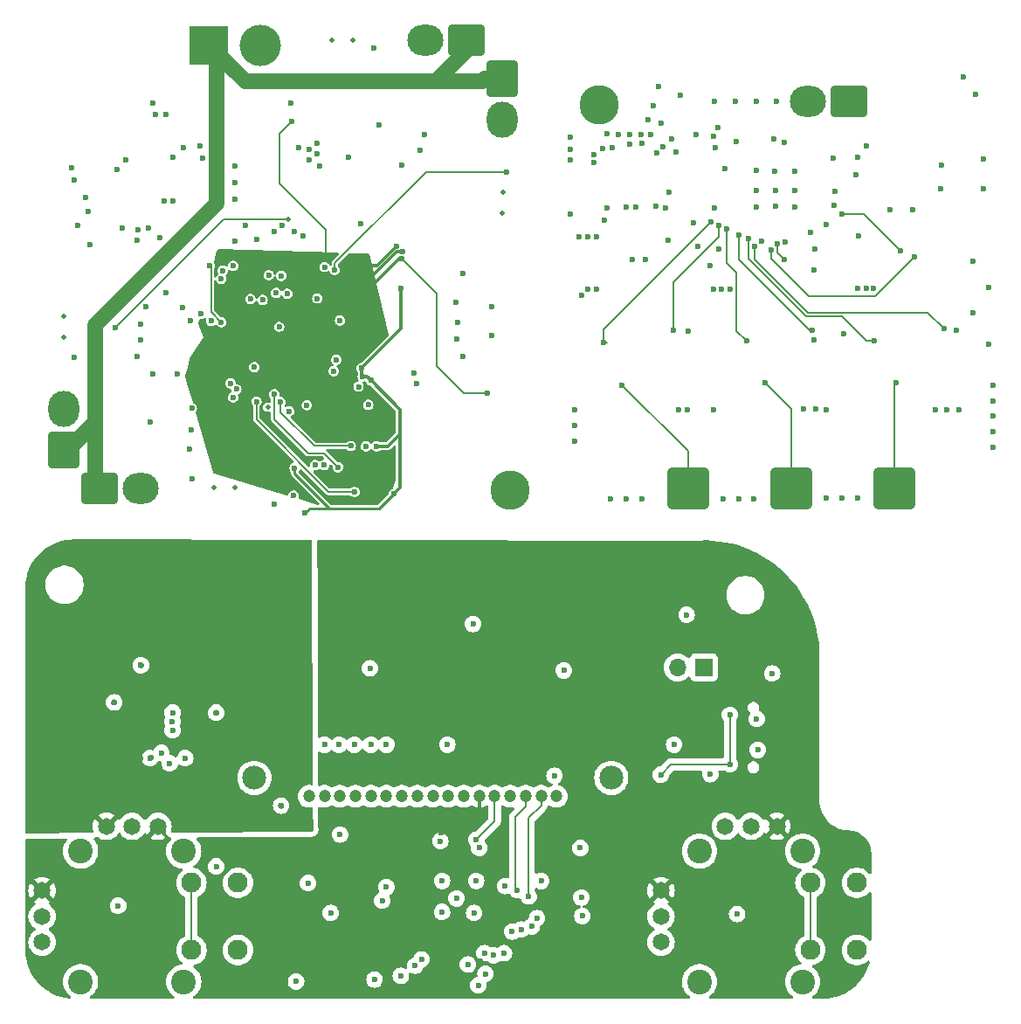
<source format=gbr>
%TF.GenerationSoftware,KiCad,Pcbnew,8.0.5*%
%TF.CreationDate,2024-10-20T13:56:42+02:00*%
%TF.ProjectId,Flight_Controller,466c6967-6874-45f4-936f-6e74726f6c6c,rev?*%
%TF.SameCoordinates,Original*%
%TF.FileFunction,Copper,L3,Inr*%
%TF.FilePolarity,Positive*%
%FSLAX46Y46*%
G04 Gerber Fmt 4.6, Leading zero omitted, Abs format (unit mm)*
G04 Created by KiCad (PCBNEW 8.0.5) date 2024-10-20 13:56:42*
%MOMM*%
%LPD*%
G01*
G04 APERTURE LIST*
G04 Aperture macros list*
%AMRoundRect*
0 Rectangle with rounded corners*
0 $1 Rounding radius*
0 $2 $3 $4 $5 $6 $7 $8 $9 X,Y pos of 4 corners*
0 Add a 4 corners polygon primitive as box body*
4,1,4,$2,$3,$4,$5,$6,$7,$8,$9,$2,$3,0*
0 Add four circle primitives for the rounded corners*
1,1,$1+$1,$2,$3*
1,1,$1+$1,$4,$5*
1,1,$1+$1,$6,$7*
1,1,$1+$1,$8,$9*
0 Add four rect primitives between the rounded corners*
20,1,$1+$1,$2,$3,$4,$5,0*
20,1,$1+$1,$4,$5,$6,$7,0*
20,1,$1+$1,$6,$7,$8,$9,0*
20,1,$1+$1,$8,$9,$2,$3,0*%
G04 Aperture macros list end*
%TA.AperFunction,ComponentPad*%
%ADD10RoundRect,0.333333X1.666667X1.666667X-1.666667X1.666667X-1.666667X-1.666667X1.666667X-1.666667X0*%
%TD*%
%TA.AperFunction,ComponentPad*%
%ADD11RoundRect,0.250000X1.500000X1.250000X-1.500000X1.250000X-1.500000X-1.250000X1.500000X-1.250000X0*%
%TD*%
%TA.AperFunction,ComponentPad*%
%ADD12O,3.500000X3.000000*%
%TD*%
%TA.AperFunction,ComponentPad*%
%ADD13C,1.650000*%
%TD*%
%TA.AperFunction,ComponentPad*%
%ADD14C,1.950000*%
%TD*%
%TA.AperFunction,ComponentPad*%
%ADD15C,2.400000*%
%TD*%
%TA.AperFunction,ComponentPad*%
%ADD16R,1.700000X1.700000*%
%TD*%
%TA.AperFunction,ComponentPad*%
%ADD17O,1.700000X1.700000*%
%TD*%
%TA.AperFunction,ComponentPad*%
%ADD18C,3.800000*%
%TD*%
%TA.AperFunction,ComponentPad*%
%ADD19RoundRect,0.250000X1.250000X-1.500000X1.250000X1.500000X-1.250000X1.500000X-1.250000X-1.500000X0*%
%TD*%
%TA.AperFunction,ComponentPad*%
%ADD20RoundRect,0.250000X-1.500000X-1.250000X1.500000X-1.250000X1.500000X1.250000X-1.500000X1.250000X0*%
%TD*%
%TA.AperFunction,ComponentPad*%
%ADD21O,3.000000X3.500000*%
%TD*%
%TA.AperFunction,ComponentPad*%
%ADD22R,3.800000X3.800000*%
%TD*%
%TA.AperFunction,ComponentPad*%
%ADD23C,4.000000*%
%TD*%
%TA.AperFunction,ComponentPad*%
%ADD24RoundRect,0.250000X-1.250000X1.500000X-1.250000X-1.500000X1.250000X-1.500000X1.250000X1.500000X0*%
%TD*%
%TA.AperFunction,ComponentPad*%
%ADD25C,1.200000*%
%TD*%
%TA.AperFunction,ComponentPad*%
%ADD26C,2.310000*%
%TD*%
%TA.AperFunction,ViaPad*%
%ADD27C,0.600000*%
%TD*%
%TA.AperFunction,ViaPad*%
%ADD28C,0.500000*%
%TD*%
%TA.AperFunction,Conductor*%
%ADD29C,1.500000*%
%TD*%
%TA.AperFunction,Conductor*%
%ADD30C,0.200000*%
%TD*%
%TA.AperFunction,Conductor*%
%ADD31C,0.350000*%
%TD*%
%TA.AperFunction,Conductor*%
%ADD32C,0.250000*%
%TD*%
G04 APERTURE END LIST*
D10*
%TO.N,/Phase_A*%
%TO.C,C25*%
X97950000Y-60467157D03*
%TO.N,/Phase_B*%
X87950000Y-60457157D03*
%TO.N,/Phase_C*%
X77950000Y-60457157D03*
%TD*%
D11*
%TO.N,/V_Bat_raw*%
%TO.C,C24*%
X93550000Y-22967157D03*
D12*
%TO.N,GND*%
X89550000Y-22957157D03*
%TD*%
D13*
%TO.N,3.3V_Digi*%
%TO.C,S1*%
X15325000Y-99437500D03*
%TO.N,/A_0*%
X15325000Y-101937500D03*
%TO.N,GND*%
X15325000Y-104437500D03*
%TO.N,3.3V_Digi*%
X26555000Y-93207500D03*
%TO.N,/A_1*%
X24055000Y-93207500D03*
%TO.N,GND*%
X21555000Y-93207500D03*
D14*
%TO.N,/A_2*%
X29805000Y-105187500D03*
X29805000Y-98687500D03*
%TO.N,GND*%
X34305000Y-105187500D03*
X34305000Y-98687500D03*
D15*
X19055000Y-95612500D03*
X19055000Y-108262500D03*
X29055000Y-108262500D03*
X29055000Y-95612500D03*
%TD*%
D16*
%TO.N,V_Bat*%
%TO.C,BT1*%
X79475000Y-77800000D03*
D17*
%TO.N,GND*%
X76935000Y-77800000D03*
%TD*%
D18*
%TO.N,N/C*%
%TO.C,H1*%
X69300000Y-23307157D03*
%TD*%
D19*
%TO.N,V_Bat*%
%TO.C,C27*%
X17400000Y-56725000D03*
D20*
X20900000Y-60465000D03*
D21*
%TO.N,GND*%
X17400000Y-52725000D03*
D12*
X24900000Y-60475000D03*
%TD*%
D22*
%TO.N,V_Bat*%
%TO.C,BT1*%
X31500000Y-17500000D03*
D23*
%TO.N,GND*%
X36500000Y-17500000D03*
%TD*%
D13*
%TO.N,3.3V_Digi*%
%TO.C,S2*%
X75325000Y-99437500D03*
%TO.N,/B_0*%
X75325000Y-101937500D03*
%TO.N,GND*%
X75325000Y-104437500D03*
%TO.N,3.3V_Digi*%
X86555000Y-93207500D03*
%TO.N,/B_1*%
X84055000Y-93207500D03*
%TO.N,GND*%
X81555000Y-93207500D03*
D14*
%TO.N,/B_2*%
X89805000Y-105187500D03*
X89805000Y-98687500D03*
%TO.N,GND*%
X94305000Y-105187500D03*
X94305000Y-98687500D03*
D15*
X79055000Y-95612500D03*
X79055000Y-108262500D03*
X89055000Y-108262500D03*
X89055000Y-95612500D03*
%TD*%
D18*
%TO.N,N/C*%
%TO.C,H1*%
X60688000Y-60660000D03*
%TD*%
D24*
%TO.N,V_Bat*%
%TO.C,C28*%
X59944000Y-20768000D03*
D11*
X56444000Y-17028000D03*
D21*
%TO.N,GND*%
X59944000Y-24768000D03*
D12*
X52444000Y-17018000D03*
%TD*%
D25*
%TO.N,Net-(DS1-V0)*%
%TO.C,DS1*%
X41200000Y-90300000D03*
%TO.N,Net-(DS1-V1)*%
X42700000Y-90300000D03*
%TO.N,Net-(DS1-V2)*%
X44200000Y-90300000D03*
%TO.N,Net-(DS1-V3)*%
X45700000Y-90300000D03*
%TO.N,Net-(DS1-V4)*%
X47200000Y-90300000D03*
%TO.N,Net-(DS1-C2-)*%
X48700000Y-90300000D03*
%TO.N,Net-(DS1-C2+)*%
X50200000Y-90300000D03*
%TO.N,Net-(DS1-C1+)*%
X51700000Y-90300000D03*
%TO.N,Net-(DS1-C1-)*%
X53200000Y-90300000D03*
%TO.N,Net-(DS1-VOUT)*%
X54700000Y-90300000D03*
%TO.N,GND*%
X56200000Y-90300000D03*
%TO.N,3.3V_Digi*%
X57700000Y-90300000D03*
%TO.N,/Controller/SPI2.MOSI*%
X59200000Y-90300000D03*
%TO.N,/Controller/SPI2.SCK*%
X60700000Y-90300000D03*
%TO.N,/Controller/PB2*%
X62200000Y-90300000D03*
%TO.N,/Controller/PB1*%
X63700000Y-90300000D03*
%TO.N,GND*%
X65200000Y-90300000D03*
D26*
%TO.N,Net-(DS1-PadMH1)*%
X35900000Y-88500000D03*
%TO.N,Net-(DS1-PadMH2)*%
X70500000Y-88500000D03*
%TD*%
D27*
%TO.N,V_Bat*%
X74875000Y-27957157D03*
X94400000Y-41057157D03*
X80449997Y-41157157D03*
X39450000Y-23114000D03*
X71950000Y-33207157D03*
X69050000Y-41157157D03*
X75487500Y-27344657D03*
X82050000Y-41157157D03*
X67600000Y-100100000D03*
X68200000Y-41157157D03*
X95200000Y-41057157D03*
X81150000Y-41157157D03*
X95900000Y-41057157D03*
X76350000Y-26557157D03*
X67600000Y-41757157D03*
X50150000Y-29150000D03*
%TO.N,GND*%
X86400000Y-33107157D03*
X78500000Y-34707157D03*
X104650000Y-20557157D03*
X65000000Y-88300000D03*
X35900000Y-48700000D03*
X24900000Y-86600000D03*
X43300000Y-101600000D03*
X56150000Y-39650000D03*
X69800000Y-34507157D03*
X29700000Y-44200000D03*
X78700000Y-26207157D03*
X20000000Y-36800000D03*
X41100000Y-85300000D03*
X37700000Y-85800000D03*
X76050000Y-36457157D03*
X47100000Y-77900000D03*
X86100000Y-78400000D03*
X52100000Y-106100000D03*
X55400000Y-42450000D03*
X21400000Y-86800000D03*
X107550000Y-51957157D03*
X41000000Y-52400000D03*
X47200000Y-85300000D03*
X48300000Y-100400000D03*
X105850000Y-22257157D03*
X92850000Y-61407157D03*
X52362000Y-26162000D03*
X66950000Y-54357157D03*
X28000000Y-28400000D03*
X57200000Y-101600000D03*
X77800000Y-72700000D03*
X24850000Y-46050000D03*
X69650000Y-27507157D03*
X26300000Y-24200000D03*
X26600000Y-81500000D03*
X42000000Y-28000000D03*
X66500000Y-27607157D03*
X38300000Y-44800000D03*
X74850000Y-33107157D03*
X66500000Y-28657157D03*
X37700000Y-70100000D03*
X22900000Y-91400000D03*
X66950000Y-52857157D03*
X39950000Y-108250000D03*
X81550000Y-29457157D03*
X28000000Y-32600000D03*
X37850000Y-61950000D03*
X34000000Y-30800000D03*
X80900000Y-37257157D03*
X105550000Y-43457157D03*
X57100000Y-73600000D03*
X107550000Y-53457157D03*
X107550000Y-50457157D03*
X76100000Y-31757157D03*
X88300000Y-31557157D03*
X70450000Y-61507157D03*
X54600000Y-85300000D03*
X44200000Y-94000000D03*
X74050000Y-24757157D03*
X37700000Y-76600000D03*
X55600000Y-44400000D03*
X25350000Y-42850000D03*
X91350000Y-61407157D03*
X44100000Y-85300000D03*
X54100000Y-101500000D03*
X94400000Y-28357157D03*
X28450000Y-49350000D03*
X22700000Y-100900000D03*
X37700000Y-82400000D03*
X65900000Y-78100000D03*
X48700000Y-85300000D03*
X55550000Y-45950000D03*
X80550000Y-27457157D03*
X107050000Y-40957157D03*
X68850000Y-28907157D03*
X42000000Y-27000000D03*
X28950000Y-42900000D03*
X46736000Y-56388000D03*
X20200000Y-81700000D03*
X86525000Y-22952157D03*
X34000000Y-29200000D03*
X67700000Y-101900000D03*
X16800000Y-89600000D03*
X99700000Y-33457157D03*
X107550000Y-54957157D03*
X30600000Y-27300000D03*
X42200000Y-29200000D03*
X27350000Y-41500000D03*
X90275000Y-37232157D03*
X32200000Y-97100000D03*
X57600000Y-108600000D03*
X51500000Y-106700000D03*
X32100000Y-83700000D03*
X19100000Y-86800000D03*
X93050000Y-45457157D03*
X27300000Y-24200000D03*
X66550000Y-33907157D03*
X23400000Y-28600000D03*
X50100000Y-107700000D03*
X52000000Y-27686000D03*
X91350000Y-34857157D03*
X26100000Y-23100000D03*
X66950000Y-55857157D03*
X82850000Y-61507157D03*
X84550000Y-33157157D03*
X57400000Y-98500000D03*
X24900000Y-44550000D03*
X24500000Y-47700000D03*
X75750000Y-33307157D03*
X44200000Y-44200000D03*
X34000000Y-36500000D03*
X78850000Y-37007157D03*
X81350000Y-61507157D03*
X47550000Y-108050000D03*
X41100000Y-98700000D03*
X45000000Y-28400000D03*
X74550000Y-23407157D03*
X53925735Y-94625735D03*
X33850000Y-38900000D03*
X26050000Y-49350000D03*
X30900000Y-28500000D03*
X106550000Y-28557157D03*
X19800000Y-33600000D03*
X34000000Y-32400000D03*
X97550000Y-33457157D03*
X18200000Y-29400000D03*
X58300000Y-107500000D03*
X63700000Y-98500000D03*
X42700000Y-85300000D03*
X80100000Y-38907157D03*
X84350000Y-61507157D03*
X84600000Y-31557157D03*
X67500000Y-95300000D03*
X80100000Y-88150000D03*
X25300000Y-91200000D03*
X45600000Y-85300000D03*
X41200000Y-28600000D03*
X105550000Y-38457157D03*
X107550000Y-56457157D03*
X75350000Y-25107157D03*
X38500000Y-39857479D03*
X27000000Y-88500000D03*
X106600000Y-31407157D03*
X84550000Y-29657157D03*
X86350000Y-29707157D03*
X54100000Y-98500000D03*
X73450000Y-61507157D03*
X82700000Y-101700000D03*
X68850000Y-28107157D03*
X86400000Y-31577157D03*
X56600000Y-106600000D03*
X16300000Y-84800000D03*
X39700000Y-61150000D03*
X56150000Y-47650000D03*
X70600000Y-27457157D03*
X46946735Y-52367265D03*
X24175000Y-80500000D03*
X71950000Y-61507157D03*
X88300000Y-29757157D03*
X18400000Y-30600000D03*
X55500000Y-100200000D03*
X29000000Y-27400000D03*
X94350000Y-61407157D03*
X27500000Y-78600000D03*
X94445737Y-35957156D03*
X70050000Y-33257157D03*
X22200000Y-78600000D03*
X41200000Y-27600000D03*
X76750000Y-27907157D03*
X88300000Y-33157157D03*
X21200000Y-79800000D03*
X66550000Y-26407157D03*
X76600000Y-85300000D03*
X48700000Y-99100000D03*
X27200000Y-80200000D03*
X107050000Y-46457157D03*
%TO.N,/Power/SW*%
X40200000Y-27400000D03*
%TO.N,+5V_USB*%
X80850000Y-25507157D03*
X82000000Y-87200000D03*
X95250000Y-27307157D03*
X75300000Y-88200000D03*
X82000000Y-82400000D03*
X94200000Y-30057157D03*
%TO.N,Net-(J1-CC1)*%
X58934000Y-45638000D03*
X84700000Y-85800000D03*
X102450000Y-31457157D03*
%TO.N,Net-(J1-CC2)*%
X58934000Y-42844000D03*
X84600000Y-82800000D03*
X102500000Y-29157157D03*
%TO.N,/STM32L412CBUx/V_Bat_Div*%
X25800000Y-54000000D03*
X33849693Y-51650000D03*
%TO.N,/Power/FB*%
X48000000Y-25200000D03*
%TO.N,/STM32L412CBUx/USART1TX*%
X39092892Y-41592892D03*
X32700000Y-40151473D03*
%TO.N,3.3V_Anal*%
X46300000Y-48800000D03*
X46400000Y-49600000D03*
X47752000Y-56388000D03*
X40830000Y-62830000D03*
X49400000Y-61000000D03*
X35000000Y-35000000D03*
X37300000Y-39800000D03*
X50100000Y-41100000D03*
X47200000Y-50000000D03*
X39800000Y-58500000D03*
%TO.N,+5V*%
X51400000Y-49300000D03*
X46200000Y-34800000D03*
X51600000Y-50300000D03*
%TO.N,3.3V_Digi*%
X22300000Y-81200000D03*
X34300000Y-41300000D03*
X39300000Y-39900000D03*
X32200000Y-82200000D03*
X38500000Y-91200000D03*
X59750000Y-96700000D03*
X22600000Y-29600000D03*
X57800000Y-106300000D03*
X48900000Y-55100000D03*
X63800000Y-96900000D03*
X44600000Y-43400000D03*
X58500000Y-51200000D03*
X41100000Y-96900000D03*
X76600000Y-81800000D03*
X33900000Y-40100000D03*
X24900000Y-77600000D03*
X30050000Y-49000000D03*
X19500000Y-32300000D03*
X50300000Y-37500000D03*
X34300000Y-56800000D03*
X49700000Y-37000000D03*
X47200000Y-103100000D03*
X32314579Y-38487851D03*
X27175735Y-32624265D03*
X18800000Y-35000000D03*
X32500000Y-37700000D03*
X65100000Y-105000000D03*
X54000000Y-93800000D03*
X50200000Y-38200000D03*
X75600000Y-82800000D03*
X33500000Y-47850000D03*
X25800000Y-86600000D03*
X33900000Y-40800000D03*
X39500000Y-24900000D03*
X42400000Y-51600000D03*
%TO.N,/STM32L412CBUx/ESC_PWM0*%
X42700000Y-39000000D03*
X47500000Y-17800000D03*
D28*
%TO.N,/STM32L412CBUx/ESC_SCL*%
X32000000Y-60400000D03*
X17400000Y-45800000D03*
X60000000Y-31768000D03*
X45444000Y-17018000D03*
X37200000Y-52600000D03*
%TO.N,/STM32L412CBUx/ESC_SDA*%
X34000000Y-60400000D03*
D27*
X22450000Y-44850000D03*
D28*
X39200000Y-34400000D03*
X43444000Y-17018000D03*
X17400000Y-43800000D03*
X59944000Y-33768000D03*
D27*
%TO.N,/STM32L412CBUx/ESC_PWM1*%
X60374265Y-29775735D03*
X43700000Y-39300000D03*
%TO.N,/STM32L412CBUx/ESC_PWM2*%
X33584313Y-50284313D03*
X18450000Y-47750000D03*
%TO.N,/STM32L412CBUx/ESC_PWM3*%
X34150000Y-50850000D03*
X29900000Y-59500000D03*
%TO.N,/Com/CE_NRF*%
X30700000Y-43550000D03*
X23100000Y-35200000D03*
%TO.N,/Com/CS_NRF*%
X31717840Y-44232160D03*
X24550000Y-36400000D03*
%TO.N,/Com/IRQ_NRF*%
X31600000Y-38900000D03*
X32703210Y-44369000D03*
%TO.N,/Com/NR_SPI.MISO*%
X40600000Y-36000000D03*
X43600000Y-49100000D03*
X26700000Y-36200000D03*
%TO.N,/Com/NR_SPI.SCK*%
X38600000Y-35000000D03*
X24600000Y-35400000D03*
X39250000Y-53000000D03*
%TO.N,/Com/NR_SPI.MOSI*%
X25600000Y-35200000D03*
X39800000Y-35600000D03*
X43850000Y-48000000D03*
%TO.N,/STM32L412CBUx/I2C2.SDA*%
X42676000Y-58200000D03*
%TO.N,/STM32L412CBUx/I2C2.SCL*%
X46000000Y-50600000D03*
X41800000Y-58200000D03*
%TO.N,/STM32L412CBUx/PA0*%
X29850000Y-52700000D03*
%TO.N,/STM32L412CBUx/PA1*%
X29750000Y-54800000D03*
%TO.N,/STM32L412CBUx/PB1*%
X44000000Y-58400000D03*
X37831500Y-51350000D03*
%TO.N,/STM32L412CBUx/PB2*%
X38431500Y-52096939D03*
X45250000Y-56350000D03*
%TO.N,/STM32L412CBUx/PA5*%
X29650000Y-56650000D03*
%TO.N,/STM32L412CBUx/PA6*%
X36100000Y-52050000D03*
X45600000Y-60800000D03*
%TO.N,/STM32L412CBUx/PB8*%
X36700000Y-42200000D03*
X36120000Y-36300000D03*
%TO.N,/STM32L412CBUx/SWCLK{slash}PA14*%
X42000000Y-42050000D03*
%TO.N,/STM32L412CBUx/USART1RX*%
X38008989Y-41523382D03*
X32831158Y-39362296D03*
%TO.N,/STM32L412CBUx/PB9*%
X35520000Y-42100000D03*
X37800000Y-35600000D03*
%TO.N,Net-(U1-PH3)*%
X86250000Y-26557157D03*
%TO.N,/VISENSE_A*%
X102750000Y-44957157D03*
X84400000Y-37007157D03*
%TO.N,/Phase_A*%
X98150000Y-50257157D03*
%TO.N,+3V3*%
X103950000Y-45157157D03*
X89850000Y-35657157D03*
X68200000Y-36107157D03*
X80450000Y-26357157D03*
X67350000Y-36107157D03*
X77950000Y-45257157D03*
X80482321Y-33284569D03*
X69050000Y-36107157D03*
X87300000Y-26907157D03*
X90150000Y-46057157D03*
X82650000Y-26807157D03*
%TO.N,/VV_SENSE_A*%
X96025000Y-46157157D03*
X83800000Y-36277157D03*
%TO.N,/Phase_B*%
X85450000Y-50257157D03*
%TO.N,Net-(Q4-S)*%
X77850000Y-52807157D03*
X80400000Y-52857157D03*
X77025000Y-52882157D03*
%TO.N,/SW*%
X71200000Y-26157157D03*
X70050000Y-26107157D03*
X72300000Y-27107157D03*
X72250000Y-26157157D03*
X73350000Y-26157157D03*
X73500000Y-27057157D03*
X74350000Y-26157157D03*
%TO.N,/VISENSE_B*%
X89950000Y-45157157D03*
X82850000Y-35877157D03*
%TO.N,/VISENSE_C*%
X76550000Y-45157157D03*
X80900000Y-34977157D03*
%TO.N,/Phase_C*%
X71550000Y-50457157D03*
%TO.N,/VV_SENSE_B*%
X83625000Y-46182157D03*
X81700000Y-35327157D03*
%TO.N,/VV_SENSE_C*%
X69750000Y-46357157D03*
X80150000Y-34677157D03*
%TO.N,/FB*%
X72910000Y-33207157D03*
%TO.N,Net-(U1-VDDUSB)*%
X92000000Y-28457157D03*
%TO.N,/LO_B*%
X86567756Y-36774781D03*
X87250000Y-38257157D03*
%TO.N,/Hi_B*%
X92100000Y-33057157D03*
X90150000Y-39257157D03*
%TO.N,/Hi_A*%
X92850000Y-33907157D03*
X98500000Y-37407157D03*
%TO.N,/LO_A*%
X85967756Y-37307157D03*
X99850000Y-38057157D03*
%TO.N,/LO_C*%
X87350000Y-36607157D03*
X73850000Y-38257157D03*
%TO.N,/HI_C*%
X72550000Y-38257157D03*
X92200000Y-31677157D03*
%TO.N,/V_Bat_Div*%
X85050000Y-36507157D03*
%TO.N,Net-(Q1-S)*%
X104200000Y-52807157D03*
X103050000Y-52807157D03*
X101950000Y-52807157D03*
%TO.N,Net-(Q8-S)*%
X89100000Y-52757157D03*
X91300000Y-52807157D03*
X90350000Y-52757157D03*
%TO.N,/I2C1_SDA*%
X80525000Y-22957157D03*
%TO.N,/I2C1_CL*%
X82525000Y-22952157D03*
%TO.N,Net-(D5-K)*%
X75100000Y-21507157D03*
%TO.N,Net-(D6-K)*%
X77224999Y-22357157D03*
%TO.N,/Duty_in*%
X84525000Y-22952157D03*
%TO.N,/Controller/V_Bat_Div*%
X63300000Y-102100000D03*
%TO.N,/Controller/SPI2.SCK*%
X60200000Y-99000000D03*
X27975000Y-83887500D03*
%TO.N,/Controller/SPI2.MISO*%
X27700000Y-87100000D03*
X57700000Y-95300000D03*
%TO.N,/Controller/SPI2.MOSI*%
X29200000Y-86600000D03*
X57400000Y-94500000D03*
%TO.N,/CS_NRF*%
X27949265Y-83061765D03*
%TO.N,/CE_NRF*%
X27975000Y-82187500D03*
%TO.N,/IRQ_NRF*%
X26875000Y-86087500D03*
%TO.N,/A_1*%
X59100000Y-105700000D03*
%TO.N,/A_0*%
X58200000Y-105500000D03*
%TO.N,/B_0*%
X61800000Y-103200000D03*
%TO.N,/B_1*%
X62800000Y-102900000D03*
%TO.N,/A_2*%
X60100000Y-105500000D03*
%TO.N,/B_2*%
X60900000Y-103400000D03*
%TO.N,/Controller/PB2*%
X61400000Y-99400000D03*
%TO.N,/Controller/PB1*%
X62500000Y-100000000D03*
%TD*%
D29*
%TO.N,V_Bat*%
X20500000Y-44600000D02*
X32200000Y-32900000D01*
X52472000Y-21000000D02*
X53500000Y-21000000D01*
X32200000Y-32900000D02*
X32200000Y-18200000D01*
X58000000Y-21000000D02*
X58232000Y-20768000D01*
X20500000Y-54034000D02*
X20500000Y-44600000D01*
X17809000Y-56725000D02*
X20500000Y-54034000D01*
X32200000Y-18200000D02*
X31500000Y-17500000D01*
X56444000Y-18056000D02*
X56444000Y-17028000D01*
X17400000Y-56725000D02*
X17809000Y-56725000D01*
X20500000Y-60065000D02*
X20900000Y-60465000D01*
X20500000Y-54034000D02*
X20500000Y-60065000D01*
X52472000Y-21000000D02*
X58000000Y-21000000D01*
X31500000Y-17500000D02*
X35000000Y-21000000D01*
X58232000Y-20768000D02*
X59944000Y-20768000D01*
X35000000Y-21000000D02*
X52472000Y-21000000D01*
X53500000Y-21000000D02*
X56444000Y-18056000D01*
D30*
%TO.N,+5V_USB*%
X76300000Y-87200000D02*
X75300000Y-88200000D01*
X82000000Y-87200000D02*
X82000000Y-82400000D01*
X82000000Y-87200000D02*
X76300000Y-87200000D01*
D31*
%TO.N,3.3V_Anal*%
X50100000Y-41100000D02*
X50100000Y-45000000D01*
X50100000Y-45000000D02*
X46300000Y-48800000D01*
X46800000Y-49600000D02*
X47200000Y-50000000D01*
X50000000Y-60400000D02*
X49400000Y-61000000D01*
X47200000Y-50000000D02*
X50000000Y-52800000D01*
X46300000Y-49500000D02*
X46400000Y-49600000D01*
D32*
X39800000Y-59000000D02*
X43200000Y-62400000D01*
X41260000Y-62400000D02*
X40830000Y-62830000D01*
D31*
X46400000Y-49600000D02*
X46800000Y-49600000D01*
X50000000Y-52800000D02*
X50000000Y-55200000D01*
D32*
X43050000Y-62400000D02*
X48000000Y-62400000D01*
X39800000Y-58500000D02*
X39800000Y-59000000D01*
D31*
X50000000Y-55200000D02*
X50000000Y-60400000D01*
X50000000Y-55200000D02*
X48812000Y-56388000D01*
D32*
X48000000Y-62400000D02*
X49400000Y-61000000D01*
D31*
X46300000Y-48800000D02*
X46300000Y-49500000D01*
D32*
X43200000Y-62400000D02*
X41260000Y-62400000D01*
D31*
X48812000Y-56388000D02*
X47752000Y-56388000D01*
%TO.N,3.3V_Digi*%
X55350000Y-93800000D02*
X57700000Y-91450000D01*
X50200000Y-38200000D02*
X49900000Y-38200000D01*
D30*
X56200000Y-51200000D02*
X58500000Y-51200000D01*
D31*
X49700000Y-37500000D02*
X47400000Y-39800000D01*
X49900000Y-38200000D02*
X47400000Y-40700000D01*
X57700000Y-91450000D02*
X57700000Y-90300000D01*
D30*
X42800000Y-35400000D02*
X42800000Y-37900000D01*
X38300000Y-30900000D02*
X42800000Y-35400000D01*
D31*
X54000000Y-93800000D02*
X55350000Y-93800000D01*
D30*
X50200000Y-38200000D02*
X53600000Y-41600000D01*
D31*
X49700000Y-37000000D02*
X47800000Y-38900000D01*
D30*
X38300000Y-26100000D02*
X38300000Y-30900000D01*
X53600000Y-48600000D02*
X56200000Y-51200000D01*
D31*
X47800000Y-38900000D02*
X47150000Y-38900000D01*
X50300000Y-37500000D02*
X49700000Y-37500000D01*
D30*
X53600000Y-41600000D02*
X53600000Y-48600000D01*
X39500000Y-24900000D02*
X38300000Y-26100000D01*
%TO.N,/STM32L412CBUx/ESC_SDA*%
X32900000Y-34400000D02*
X39200000Y-34400000D01*
X22450000Y-44850000D02*
X32900000Y-34400000D01*
%TO.N,/STM32L412CBUx/ESC_PWM1*%
X52524265Y-29775735D02*
X60374265Y-29775735D01*
X43700000Y-38600000D02*
X52524265Y-29775735D01*
X43700000Y-39300000D02*
X43700000Y-38600000D01*
%TO.N,/Com/IRQ_NRF*%
X31700000Y-43365790D02*
X32703210Y-44369000D01*
X31700000Y-39000000D02*
X31700000Y-43365790D01*
X31600000Y-38900000D02*
X31700000Y-39000000D01*
%TO.N,/STM32L412CBUx/PB1*%
X42650000Y-57050000D02*
X44000000Y-58400000D01*
X37831500Y-51350000D02*
X37831500Y-52581503D01*
X37831500Y-51350000D02*
X37831500Y-53781500D01*
X41100000Y-57050000D02*
X42650000Y-57050000D01*
X37831500Y-53781500D02*
X41100000Y-57050000D01*
%TO.N,/STM32L412CBUx/PB2*%
X38431500Y-53081500D02*
X41700000Y-56350000D01*
X38431500Y-52096939D02*
X38431500Y-53081500D01*
X41700000Y-56350000D02*
X45250000Y-56350000D01*
%TO.N,/STM32L412CBUx/PA6*%
X43100000Y-60800000D02*
X45600000Y-60800000D01*
X36100000Y-53800000D02*
X43100000Y-60800000D01*
X36100000Y-52050000D02*
X36100000Y-53800000D01*
%TO.N,/VISENSE_A*%
X84400000Y-37007157D02*
X84400000Y-38257157D01*
X101200000Y-43407157D02*
X102750000Y-44957157D01*
X84400000Y-38257157D02*
X89550000Y-43407157D01*
X89550000Y-43407157D02*
X101200000Y-43407157D01*
%TO.N,/Phase_A*%
X98150000Y-50257157D02*
X97950000Y-50457157D01*
X97950000Y-50457157D02*
X97950000Y-60467157D01*
%TO.N,/VV_SENSE_A*%
X95250000Y-46157157D02*
X92900000Y-43807157D01*
X92900000Y-43807157D02*
X89384314Y-43807157D01*
X96025000Y-46157157D02*
X95250000Y-46157157D01*
X83800000Y-38222843D02*
X83800000Y-36277157D01*
X89384314Y-43807157D02*
X83800000Y-38222843D01*
%TO.N,/Phase_B*%
X87950000Y-52757157D02*
X87950000Y-60457157D01*
X85450000Y-50257157D02*
X87950000Y-52757157D01*
%TO.N,/VISENSE_B*%
X89750000Y-45157157D02*
X82850000Y-38257157D01*
X89950000Y-45157157D02*
X89750000Y-45157157D01*
X82850000Y-38257157D02*
X82850000Y-35877157D01*
%TO.N,/VISENSE_C*%
X80900000Y-36107157D02*
X80900000Y-34977157D01*
X76550000Y-45157157D02*
X76550000Y-40457157D01*
X76550000Y-40457157D02*
X80900000Y-36107157D01*
%TO.N,/Phase_C*%
X77950000Y-56857157D02*
X77950000Y-60457157D01*
X71550000Y-50457157D02*
X77950000Y-56857157D01*
%TO.N,/VV_SENSE_B*%
X82650000Y-45207157D02*
X82650000Y-39557157D01*
X81700000Y-38607157D02*
X81700000Y-35327157D01*
X83625000Y-46182157D02*
X82650000Y-45207157D01*
X82650000Y-39557157D02*
X81700000Y-38607157D01*
%TO.N,/VV_SENSE_C*%
X69750000Y-46357157D02*
X70050000Y-46357157D01*
X69750000Y-46357157D02*
X69750000Y-45077157D01*
X69750000Y-45077157D02*
X80150000Y-34677157D01*
%TO.N,/LO_B*%
X86567756Y-37574913D02*
X87250000Y-38257157D01*
X86567756Y-36774781D02*
X86567756Y-37574913D01*
%TO.N,/Hi_A*%
X92850000Y-33907157D02*
X95000000Y-33907157D01*
X95000000Y-33907157D02*
X98500000Y-37407157D01*
%TO.N,/LO_A*%
X85967756Y-37307157D02*
X85967756Y-38174913D01*
X89650000Y-41857157D02*
X96050000Y-41857157D01*
X85967756Y-38174913D02*
X89650000Y-41857157D01*
X96050000Y-41857157D02*
X99850000Y-38057157D01*
%TO.N,/Controller/SPI2.MOSI*%
X57400000Y-94500000D02*
X59200000Y-92700000D01*
X59200000Y-92700000D02*
X59200000Y-90300000D01*
%TO.N,/A_2*%
X29805000Y-105187500D02*
X29805000Y-98687500D01*
%TO.N,/B_2*%
X89805000Y-105187500D02*
X89805000Y-98687500D01*
%TO.N,/Controller/PB2*%
X61200000Y-92300000D02*
X62200000Y-91300000D01*
X61200000Y-99200000D02*
X61200000Y-92300000D01*
X61400000Y-99400000D02*
X61200000Y-99200000D01*
X62200000Y-91300000D02*
X62200000Y-90300000D01*
%TO.N,/Controller/PB1*%
X63700000Y-91200000D02*
X63700000Y-90300000D01*
X62500000Y-92400000D02*
X63700000Y-91200000D01*
X62500000Y-100000000D02*
X62500000Y-92400000D01*
%TD*%
%TA.AperFunction,Conductor*%
%TO.N,3.3V_Digi*%
G36*
X26042482Y-93419792D02*
G01*
X26114890Y-93545208D01*
X26217292Y-93647610D01*
X26342708Y-93720018D01*
X26384765Y-93731287D01*
X25811576Y-94304475D01*
X25889969Y-94359367D01*
X26100090Y-94457347D01*
X26100099Y-94457351D01*
X26324031Y-94517352D01*
X26324041Y-94517354D01*
X26554999Y-94537561D01*
X26555001Y-94537561D01*
X26785958Y-94517354D01*
X26785968Y-94517352D01*
X27009900Y-94457351D01*
X27009909Y-94457347D01*
X27220030Y-94359367D01*
X27220034Y-94359365D01*
X27298422Y-94304476D01*
X27298422Y-94304475D01*
X26725235Y-93731287D01*
X26767292Y-93720018D01*
X26892708Y-93647610D01*
X26995110Y-93545208D01*
X27067518Y-93419792D01*
X27078787Y-93377734D01*
X27271570Y-93570517D01*
X27305055Y-93631840D01*
X27307886Y-93657324D01*
X27308404Y-93730932D01*
X27308405Y-93730942D01*
X27318835Y-93800021D01*
X27358284Y-93930956D01*
X27360342Y-93937784D01*
X27438980Y-94058273D01*
X27438985Y-94058279D01*
X27438986Y-94058280D01*
X27485104Y-94110752D01*
X27485107Y-94110755D01*
X27594501Y-94204205D01*
X27594502Y-94204205D01*
X27594504Y-94204207D01*
X27670149Y-94238111D01*
X27725789Y-94263050D01*
X27725793Y-94263051D01*
X27725799Y-94263054D01*
X27734547Y-94265556D01*
X27793590Y-94302912D01*
X27823064Y-94366261D01*
X27813610Y-94435488D01*
X27797401Y-94462089D01*
X27646041Y-94651888D01*
X27518608Y-94872609D01*
X27425492Y-95109862D01*
X27425490Y-95109869D01*
X27368777Y-95358345D01*
X27349732Y-95612495D01*
X27349732Y-95612504D01*
X27368777Y-95866654D01*
X27418697Y-96085369D01*
X27425492Y-96115137D01*
X27518607Y-96352388D01*
X27646041Y-96573112D01*
X27804950Y-96772377D01*
X27991783Y-96945732D01*
X28202366Y-97089305D01*
X28202371Y-97089307D01*
X28202372Y-97089308D01*
X28202373Y-97089309D01*
X28320096Y-97146001D01*
X28431992Y-97199887D01*
X28431993Y-97199887D01*
X28431996Y-97199889D01*
X28675542Y-97275013D01*
X28843949Y-97300396D01*
X28907305Y-97329853D01*
X28944679Y-97388886D01*
X28944204Y-97458754D01*
X28906030Y-97517274D01*
X28901630Y-97520864D01*
X28802247Y-97598217D01*
X28802242Y-97598222D01*
X28636632Y-97778121D01*
X28502888Y-97982833D01*
X28404663Y-98206765D01*
X28344636Y-98443804D01*
X28344634Y-98443816D01*
X28324443Y-98687494D01*
X28324443Y-98687505D01*
X28344634Y-98931183D01*
X28344636Y-98931195D01*
X28404663Y-99168234D01*
X28502888Y-99392166D01*
X28636632Y-99596878D01*
X28802242Y-99776777D01*
X28802252Y-99776786D01*
X28950793Y-99892400D01*
X28995212Y-99926973D01*
X28995214Y-99926974D01*
X28995217Y-99926976D01*
X29139517Y-100005067D01*
X29189108Y-100054286D01*
X29204500Y-100114122D01*
X29204500Y-103760876D01*
X29184815Y-103827915D01*
X29139519Y-103869930D01*
X28995217Y-103948023D01*
X28995208Y-103948029D01*
X28802252Y-104098213D01*
X28802242Y-104098222D01*
X28636632Y-104278121D01*
X28502888Y-104482833D01*
X28404663Y-104706765D01*
X28344636Y-104943804D01*
X28344634Y-104943816D01*
X28324443Y-105187494D01*
X28324443Y-105187505D01*
X28344634Y-105431183D01*
X28344636Y-105431195D01*
X28404663Y-105668234D01*
X28502888Y-105892166D01*
X28636632Y-106096878D01*
X28778030Y-106250476D01*
X28802246Y-106276781D01*
X28895288Y-106349199D01*
X28901630Y-106354135D01*
X28942443Y-106410845D01*
X28946117Y-106480618D01*
X28911485Y-106541301D01*
X28849544Y-106573628D01*
X28843949Y-106574603D01*
X28675539Y-106599987D01*
X28675533Y-106599989D01*
X28431992Y-106675112D01*
X28202373Y-106785690D01*
X28202372Y-106785691D01*
X27991782Y-106929268D01*
X27804952Y-107102621D01*
X27804950Y-107102623D01*
X27646041Y-107301888D01*
X27518608Y-107522609D01*
X27425492Y-107759862D01*
X27425490Y-107759869D01*
X27368777Y-108008345D01*
X27349732Y-108262495D01*
X27349732Y-108262504D01*
X27368777Y-108516654D01*
X27406017Y-108679815D01*
X27425492Y-108765137D01*
X27518607Y-109002388D01*
X27646041Y-109223112D01*
X27804950Y-109422377D01*
X27991783Y-109595732D01*
X28105184Y-109673047D01*
X28149485Y-109727075D01*
X28157544Y-109796478D01*
X28126801Y-109859221D01*
X28067017Y-109895383D01*
X28035331Y-109899500D01*
X20074669Y-109899500D01*
X20007630Y-109879815D01*
X19961875Y-109827011D01*
X19951931Y-109757853D01*
X19980956Y-109694297D01*
X20004813Y-109673049D01*
X20118217Y-109595732D01*
X20305050Y-109422377D01*
X20463959Y-109223112D01*
X20591393Y-109002388D01*
X20684508Y-108765137D01*
X20741222Y-108516657D01*
X20753640Y-108350949D01*
X20760268Y-108262504D01*
X20760268Y-108262495D01*
X20741222Y-108008345D01*
X20714429Y-107890959D01*
X20684508Y-107759863D01*
X20591393Y-107522612D01*
X20463959Y-107301888D01*
X20305050Y-107102623D01*
X20118217Y-106929268D01*
X19907634Y-106785695D01*
X19907630Y-106785693D01*
X19907627Y-106785691D01*
X19907626Y-106785690D01*
X19678006Y-106675112D01*
X19678008Y-106675112D01*
X19434466Y-106599989D01*
X19434462Y-106599988D01*
X19434458Y-106599987D01*
X19313231Y-106581714D01*
X19182440Y-106562000D01*
X19182435Y-106562000D01*
X18927565Y-106562000D01*
X18927559Y-106562000D01*
X18781129Y-106584072D01*
X18675542Y-106599987D01*
X18675539Y-106599988D01*
X18675533Y-106599989D01*
X18431992Y-106675112D01*
X18202373Y-106785690D01*
X18202372Y-106785691D01*
X17991782Y-106929268D01*
X17804952Y-107102621D01*
X17804950Y-107102623D01*
X17646041Y-107301888D01*
X17518608Y-107522609D01*
X17425492Y-107759862D01*
X17425490Y-107759869D01*
X17368777Y-108008345D01*
X17349732Y-108262495D01*
X17349732Y-108262504D01*
X17368777Y-108516654D01*
X17406017Y-108679815D01*
X17425492Y-108765137D01*
X17518607Y-109002388D01*
X17646041Y-109223112D01*
X17804950Y-109422377D01*
X17991783Y-109595732D01*
X18080047Y-109655909D01*
X18124348Y-109709937D01*
X18132408Y-109779340D01*
X18101665Y-109842083D01*
X18041882Y-109878245D01*
X18004794Y-109882244D01*
X17995826Y-109881853D01*
X17985042Y-109880910D01*
X17589314Y-109828811D01*
X17578660Y-109826933D01*
X17188960Y-109740538D01*
X17178512Y-109737738D01*
X16797840Y-109617713D01*
X16787674Y-109614013D01*
X16418903Y-109461263D01*
X16409099Y-109456691D01*
X16055057Y-109272388D01*
X16045689Y-109266980D01*
X15709040Y-109052511D01*
X15700179Y-109046306D01*
X15383512Y-108803319D01*
X15375225Y-108796365D01*
X15080943Y-108526705D01*
X15073294Y-108519056D01*
X14803634Y-108224774D01*
X14796680Y-108216487D01*
X14553693Y-107899820D01*
X14547488Y-107890959D01*
X14463974Y-107759869D01*
X14333018Y-107554309D01*
X14327611Y-107544942D01*
X14315985Y-107522609D01*
X14143305Y-107190893D01*
X14138736Y-107181096D01*
X14126053Y-107150476D01*
X13985982Y-106812315D01*
X13982286Y-106802159D01*
X13977093Y-106785690D01*
X13862260Y-106421483D01*
X13859461Y-106411039D01*
X13846035Y-106350478D01*
X13773064Y-106021331D01*
X13771188Y-106010685D01*
X13770079Y-106002262D01*
X13719087Y-105614937D01*
X13718147Y-105604202D01*
X13700618Y-105202702D01*
X13700500Y-105197293D01*
X13700500Y-101937498D01*
X13994437Y-101937498D01*
X13994437Y-101937501D01*
X14014650Y-102168544D01*
X14014651Y-102168551D01*
X14074678Y-102392574D01*
X14074679Y-102392576D01*
X14074680Y-102392579D01*
X14172699Y-102602782D01*
X14305730Y-102792769D01*
X14469731Y-102956770D01*
X14644655Y-103079254D01*
X14654183Y-103085925D01*
X14697808Y-103140502D01*
X14705000Y-103210001D01*
X14673478Y-103272355D01*
X14654183Y-103289075D01*
X14469731Y-103418230D01*
X14469729Y-103418231D01*
X14305731Y-103582229D01*
X14305726Y-103582235D01*
X14172701Y-103772214D01*
X14172699Y-103772218D01*
X14074681Y-103982417D01*
X14014651Y-104206448D01*
X14014650Y-104206455D01*
X13994437Y-104437498D01*
X13994437Y-104437501D01*
X14014650Y-104668544D01*
X14014651Y-104668551D01*
X14074678Y-104892574D01*
X14074679Y-104892576D01*
X14074680Y-104892579D01*
X14172699Y-105102782D01*
X14305730Y-105292769D01*
X14469731Y-105456770D01*
X14659718Y-105589801D01*
X14869921Y-105687820D01*
X15093950Y-105747849D01*
X15258985Y-105762287D01*
X15324998Y-105768063D01*
X15325000Y-105768063D01*
X15325002Y-105768063D01*
X15382762Y-105763009D01*
X15556050Y-105747849D01*
X15780079Y-105687820D01*
X15990282Y-105589801D01*
X16180269Y-105456770D01*
X16344270Y-105292769D01*
X16477301Y-105102782D01*
X16575320Y-104892579D01*
X16635349Y-104668550D01*
X16655563Y-104437500D01*
X16635349Y-104206450D01*
X16575320Y-103982421D01*
X16477301Y-103772219D01*
X16477299Y-103772216D01*
X16477298Y-103772214D01*
X16344273Y-103582235D01*
X16344268Y-103582229D01*
X16180269Y-103418230D01*
X16154228Y-103399996D01*
X15995814Y-103289072D01*
X15952192Y-103234498D01*
X15944999Y-103164999D01*
X15976521Y-103102645D01*
X15995809Y-103085930D01*
X16180269Y-102956770D01*
X16344270Y-102792769D01*
X16477301Y-102602782D01*
X16575320Y-102392579D01*
X16635349Y-102168550D01*
X16655563Y-101937500D01*
X16652282Y-101900003D01*
X16647866Y-101849522D01*
X16635349Y-101706450D01*
X16575320Y-101482421D01*
X16477301Y-101272219D01*
X16477299Y-101272216D01*
X16477298Y-101272214D01*
X16344273Y-101082235D01*
X16344268Y-101082229D01*
X16180269Y-100918230D01*
X16154228Y-100899996D01*
X21894435Y-100899996D01*
X21894435Y-100900003D01*
X21914630Y-101079249D01*
X21914631Y-101079254D01*
X21974211Y-101249523D01*
X22037646Y-101350478D01*
X22070184Y-101402262D01*
X22197738Y-101529816D01*
X22288080Y-101586582D01*
X22305833Y-101597737D01*
X22350478Y-101625789D01*
X22503258Y-101679249D01*
X22520745Y-101685368D01*
X22520750Y-101685369D01*
X22699996Y-101705565D01*
X22700000Y-101705565D01*
X22700004Y-101705565D01*
X22879249Y-101685369D01*
X22879252Y-101685368D01*
X22879255Y-101685368D01*
X23049522Y-101625789D01*
X23202262Y-101529816D01*
X23329816Y-101402262D01*
X23425789Y-101249522D01*
X23485368Y-101079255D01*
X23489408Y-101043403D01*
X23505565Y-100900003D01*
X23505565Y-100899996D01*
X23485369Y-100720750D01*
X23485368Y-100720745D01*
X23481502Y-100709696D01*
X23425789Y-100550478D01*
X23425188Y-100549522D01*
X23331237Y-100400000D01*
X23329816Y-100397738D01*
X23202262Y-100270184D01*
X23185321Y-100259539D01*
X23049523Y-100174211D01*
X22879254Y-100114631D01*
X22879249Y-100114630D01*
X22700004Y-100094435D01*
X22699996Y-100094435D01*
X22520750Y-100114630D01*
X22520745Y-100114631D01*
X22350476Y-100174211D01*
X22197737Y-100270184D01*
X22070184Y-100397737D01*
X21974211Y-100550476D01*
X21914631Y-100720745D01*
X21914630Y-100720750D01*
X21894435Y-100899996D01*
X16154228Y-100899996D01*
X16133337Y-100885368D01*
X15995379Y-100788768D01*
X15951757Y-100734193D01*
X15944564Y-100664694D01*
X15976086Y-100602340D01*
X15995381Y-100585620D01*
X16068422Y-100534475D01*
X15495235Y-99961287D01*
X15537292Y-99950018D01*
X15662708Y-99877610D01*
X15765110Y-99775208D01*
X15837518Y-99649792D01*
X15848787Y-99607734D01*
X16421975Y-100180922D01*
X16421976Y-100180922D01*
X16476865Y-100102534D01*
X16476867Y-100102530D01*
X16574847Y-99892409D01*
X16574851Y-99892400D01*
X16634852Y-99668468D01*
X16634854Y-99668458D01*
X16655061Y-99437500D01*
X16655061Y-99437499D01*
X16634854Y-99206541D01*
X16634852Y-99206531D01*
X16574851Y-98982599D01*
X16574847Y-98982590D01*
X16476867Y-98772471D01*
X16476866Y-98772469D01*
X16421975Y-98694077D01*
X16421975Y-98694076D01*
X15848787Y-99267264D01*
X15837518Y-99225208D01*
X15765110Y-99099792D01*
X15662708Y-98997390D01*
X15537292Y-98924982D01*
X15495234Y-98913712D01*
X16068422Y-98340523D01*
X15990030Y-98285633D01*
X15779909Y-98187652D01*
X15779900Y-98187648D01*
X15555968Y-98127647D01*
X15555958Y-98127645D01*
X15325001Y-98107439D01*
X15324999Y-98107439D01*
X15094041Y-98127645D01*
X15094031Y-98127647D01*
X14870099Y-98187648D01*
X14870090Y-98187652D01*
X14659967Y-98285634D01*
X14581576Y-98340522D01*
X15154766Y-98913712D01*
X15112708Y-98924982D01*
X14987292Y-98997390D01*
X14884890Y-99099792D01*
X14812482Y-99225208D01*
X14801212Y-99267266D01*
X14228022Y-98694076D01*
X14173134Y-98772467D01*
X14075152Y-98982590D01*
X14075148Y-98982599D01*
X14015147Y-99206531D01*
X14015145Y-99206541D01*
X13994939Y-99437499D01*
X13994939Y-99437500D01*
X14015145Y-99668458D01*
X14015147Y-99668468D01*
X14075148Y-99892400D01*
X14075152Y-99892409D01*
X14173133Y-100102530D01*
X14228023Y-100180922D01*
X14801212Y-99607733D01*
X14812482Y-99649792D01*
X14884890Y-99775208D01*
X14987292Y-99877610D01*
X15112708Y-99950018D01*
X15154765Y-99961287D01*
X14581576Y-100534475D01*
X14654619Y-100585620D01*
X14698243Y-100640197D01*
X14705436Y-100709696D01*
X14673914Y-100772050D01*
X14654619Y-100788770D01*
X14469731Y-100918230D01*
X14469729Y-100918231D01*
X14305731Y-101082229D01*
X14305726Y-101082235D01*
X14172701Y-101272214D01*
X14172699Y-101272218D01*
X14074681Y-101482417D01*
X14014651Y-101706448D01*
X14014650Y-101706455D01*
X13994437Y-101937498D01*
X13700500Y-101937498D01*
X13700500Y-94525052D01*
X13720185Y-94458013D01*
X13772989Y-94412258D01*
X13824516Y-94402785D01*
X13824505Y-94401112D01*
X13828931Y-94401080D01*
X13828933Y-94401081D01*
X17608924Y-94374461D01*
X17676098Y-94393673D01*
X17722224Y-94446154D01*
X17732654Y-94515240D01*
X17706742Y-94575770D01*
X17646043Y-94651884D01*
X17518608Y-94872609D01*
X17425492Y-95109862D01*
X17425490Y-95109869D01*
X17368777Y-95358345D01*
X17349732Y-95612495D01*
X17349732Y-95612504D01*
X17368777Y-95866654D01*
X17418697Y-96085369D01*
X17425492Y-96115137D01*
X17518607Y-96352388D01*
X17646041Y-96573112D01*
X17804950Y-96772377D01*
X17991783Y-96945732D01*
X18202366Y-97089305D01*
X18202371Y-97089307D01*
X18202372Y-97089308D01*
X18202373Y-97089309D01*
X18320096Y-97146001D01*
X18431992Y-97199887D01*
X18431993Y-97199887D01*
X18431996Y-97199889D01*
X18675542Y-97275013D01*
X18927565Y-97313000D01*
X19182435Y-97313000D01*
X19434458Y-97275013D01*
X19678004Y-97199889D01*
X19859458Y-97112505D01*
X19907626Y-97089309D01*
X19907626Y-97089308D01*
X19907634Y-97089305D01*
X20118217Y-96945732D01*
X20305050Y-96772377D01*
X20463959Y-96573112D01*
X20591393Y-96352388D01*
X20684508Y-96115137D01*
X20741222Y-95866657D01*
X20760268Y-95612500D01*
X20754451Y-95534880D01*
X20741222Y-95358345D01*
X20739665Y-95351524D01*
X20684508Y-95109863D01*
X20591393Y-94872612D01*
X20463959Y-94651888D01*
X20351987Y-94511480D01*
X20325580Y-94446795D01*
X20338335Y-94378100D01*
X20386206Y-94327206D01*
X20396509Y-94321798D01*
X20510837Y-94268490D01*
X20569086Y-94230401D01*
X20635966Y-94210188D01*
X20703159Y-94229342D01*
X20708049Y-94232594D01*
X20889718Y-94359801D01*
X21099921Y-94457820D01*
X21323950Y-94517849D01*
X21488985Y-94532287D01*
X21554998Y-94538063D01*
X21555000Y-94538063D01*
X21555002Y-94538063D01*
X21612762Y-94533009D01*
X21786050Y-94517849D01*
X22010079Y-94457820D01*
X22220282Y-94359801D01*
X22410269Y-94226770D01*
X22574270Y-94062769D01*
X22703427Y-93878314D01*
X22758002Y-93834692D01*
X22827501Y-93827499D01*
X22889855Y-93859021D01*
X22906569Y-93878309D01*
X23035730Y-94062769D01*
X23199731Y-94226770D01*
X23389718Y-94359801D01*
X23599921Y-94457820D01*
X23823950Y-94517849D01*
X23988985Y-94532287D01*
X24054998Y-94538063D01*
X24055000Y-94538063D01*
X24055002Y-94538063D01*
X24112762Y-94533009D01*
X24286050Y-94517849D01*
X24510079Y-94457820D01*
X24720282Y-94359801D01*
X24910269Y-94226770D01*
X25074270Y-94062769D01*
X25203731Y-93877880D01*
X25258306Y-93834257D01*
X25327804Y-93827063D01*
X25390159Y-93858586D01*
X25406879Y-93877881D01*
X25458023Y-93950922D01*
X26031212Y-93377732D01*
X26042482Y-93419792D01*
G37*
%TD.AperFunction*%
%TA.AperFunction,Conductor*%
G36*
X78942276Y-65500404D02*
G01*
X78956232Y-65501217D01*
X78965223Y-65502251D01*
X78965230Y-65502253D01*
X79003434Y-65500625D01*
X79008865Y-65500514D01*
X79039067Y-65500565D01*
X79039072Y-65500563D01*
X79039952Y-65500565D01*
X79052237Y-65499685D01*
X79654965Y-65491405D01*
X79662091Y-65491511D01*
X80300179Y-65519529D01*
X80307286Y-65520047D01*
X80942689Y-65584763D01*
X80949745Y-65585688D01*
X81580394Y-65686892D01*
X81587371Y-65688219D01*
X82211141Y-65825573D01*
X82218040Y-65827302D01*
X82832833Y-66000339D01*
X82839625Y-66002463D01*
X83443478Y-66210633D01*
X83450112Y-66213136D01*
X83941626Y-66414945D01*
X84040950Y-66455726D01*
X84047478Y-66458629D01*
X84623347Y-66734831D01*
X84629696Y-66738105D01*
X85188673Y-67046995D01*
X85194819Y-67050625D01*
X85724357Y-67384433D01*
X85735134Y-67391226D01*
X85741065Y-67395209D01*
X86260815Y-67766323D01*
X86266507Y-67770639D01*
X86764061Y-68171098D01*
X86769495Y-68175736D01*
X87243154Y-68604177D01*
X87248311Y-68609120D01*
X87696495Y-69064110D01*
X87701360Y-69069342D01*
X88122611Y-69549401D01*
X88127166Y-69554904D01*
X88520064Y-70058415D01*
X88524295Y-70064171D01*
X88887554Y-70589485D01*
X88891446Y-70595475D01*
X89090033Y-70921288D01*
X89223848Y-71140831D01*
X89227386Y-71147031D01*
X89318872Y-71318646D01*
X89527829Y-71710621D01*
X89531007Y-71717019D01*
X89798506Y-72297001D01*
X89801309Y-72303572D01*
X90034949Y-72897955D01*
X90037370Y-72904676D01*
X90236398Y-73511543D01*
X90238428Y-73518392D01*
X90402180Y-74135721D01*
X90403812Y-74142676D01*
X90531740Y-74768403D01*
X90532969Y-74775441D01*
X90624653Y-75407509D01*
X90625474Y-75414605D01*
X90680604Y-76050877D01*
X90681016Y-76058009D01*
X90699449Y-76697640D01*
X90699500Y-76701212D01*
X90699500Y-90957277D01*
X90734716Y-91269827D01*
X90734718Y-91269843D01*
X90804710Y-91576499D01*
X90804711Y-91576501D01*
X90908598Y-91873395D01*
X91045072Y-92156786D01*
X91045074Y-92156789D01*
X91212423Y-92423123D01*
X91408539Y-92669044D01*
X91630956Y-92891461D01*
X91876877Y-93087577D01*
X92143211Y-93254926D01*
X92426606Y-93391402D01*
X92723500Y-93495289D01*
X93030160Y-93565282D01*
X93342723Y-93600499D01*
X93342724Y-93600500D01*
X93342727Y-93600500D01*
X93452405Y-93600500D01*
X93496249Y-93600500D01*
X93503736Y-93600726D01*
X93757638Y-93616084D01*
X93772495Y-93617888D01*
X94019000Y-93663061D01*
X94033536Y-93666644D01*
X94272791Y-93741200D01*
X94286788Y-93746508D01*
X94515319Y-93849361D01*
X94528578Y-93856320D01*
X94620684Y-93912000D01*
X94743045Y-93985970D01*
X94755356Y-93994468D01*
X94920019Y-94123473D01*
X94952636Y-94149027D01*
X94963844Y-94158957D01*
X95141042Y-94336155D01*
X95150972Y-94347363D01*
X95152664Y-94349523D01*
X95300376Y-94538063D01*
X95305527Y-94544637D01*
X95314033Y-94556960D01*
X95443679Y-94771421D01*
X95450638Y-94784680D01*
X95553491Y-95013211D01*
X95558800Y-95027211D01*
X95633354Y-95266461D01*
X95636938Y-95281001D01*
X95682110Y-95527500D01*
X95683915Y-95542364D01*
X95699274Y-95796263D01*
X95699500Y-95803750D01*
X95699500Y-97707734D01*
X95679815Y-97774773D01*
X95627011Y-97820528D01*
X95557853Y-97830472D01*
X95494297Y-97801447D01*
X95477084Y-97781734D01*
X95476521Y-97782173D01*
X95473367Y-97778122D01*
X95307757Y-97598222D01*
X95307747Y-97598213D01*
X95114791Y-97448029D01*
X95114787Y-97448026D01*
X94899734Y-97331645D01*
X94899729Y-97331643D01*
X94668458Y-97252248D01*
X94487561Y-97222062D01*
X94427263Y-97212000D01*
X94182737Y-97212000D01*
X94134498Y-97220049D01*
X93941541Y-97252248D01*
X93710270Y-97331643D01*
X93710265Y-97331645D01*
X93495212Y-97448026D01*
X93495208Y-97448029D01*
X93302252Y-97598213D01*
X93302242Y-97598222D01*
X93136632Y-97778121D01*
X93002888Y-97982833D01*
X92904663Y-98206765D01*
X92844636Y-98443804D01*
X92844634Y-98443816D01*
X92824443Y-98687494D01*
X92824443Y-98687505D01*
X92844634Y-98931183D01*
X92844636Y-98931195D01*
X92904663Y-99168234D01*
X93002888Y-99392166D01*
X93136632Y-99596878D01*
X93302242Y-99776777D01*
X93302252Y-99776786D01*
X93495208Y-99926970D01*
X93495212Y-99926973D01*
X93630159Y-100000003D01*
X93710267Y-100043355D01*
X93710270Y-100043356D01*
X93941541Y-100122751D01*
X93941543Y-100122751D01*
X93941545Y-100122752D01*
X94182737Y-100163000D01*
X94182738Y-100163000D01*
X94427262Y-100163000D01*
X94427263Y-100163000D01*
X94668455Y-100122752D01*
X94899733Y-100043355D01*
X95114788Y-99926973D01*
X95307754Y-99776781D01*
X95473368Y-99596877D01*
X95473373Y-99596869D01*
X95476521Y-99592827D01*
X95478052Y-99594018D01*
X95524824Y-99554093D01*
X95594054Y-99544661D01*
X95657393Y-99574155D01*
X95694732Y-99633211D01*
X95699500Y-99667265D01*
X95699500Y-104207734D01*
X95679815Y-104274773D01*
X95627011Y-104320528D01*
X95557853Y-104330472D01*
X95494297Y-104301447D01*
X95477084Y-104281734D01*
X95476521Y-104282173D01*
X95473367Y-104278122D01*
X95307757Y-104098222D01*
X95307747Y-104098213D01*
X95114791Y-103948029D01*
X95114787Y-103948026D01*
X94899734Y-103831645D01*
X94899729Y-103831643D01*
X94668458Y-103752248D01*
X94487561Y-103722062D01*
X94427263Y-103712000D01*
X94182737Y-103712000D01*
X94134498Y-103720049D01*
X93941541Y-103752248D01*
X93710270Y-103831643D01*
X93710265Y-103831645D01*
X93495212Y-103948026D01*
X93495208Y-103948029D01*
X93302252Y-104098213D01*
X93302242Y-104098222D01*
X93136632Y-104278121D01*
X93002888Y-104482833D01*
X92904663Y-104706765D01*
X92844636Y-104943804D01*
X92844634Y-104943816D01*
X92824443Y-105187494D01*
X92824443Y-105187505D01*
X92844634Y-105431183D01*
X92844636Y-105431195D01*
X92904663Y-105668234D01*
X93002888Y-105892166D01*
X93136632Y-106096878D01*
X93302242Y-106276777D01*
X93302252Y-106276786D01*
X93495208Y-106426970D01*
X93495212Y-106426973D01*
X93706471Y-106541301D01*
X93710267Y-106543355D01*
X93710270Y-106543356D01*
X93941541Y-106622751D01*
X93941543Y-106622751D01*
X93941545Y-106622752D01*
X94182737Y-106663000D01*
X94182738Y-106663000D01*
X94427262Y-106663000D01*
X94427263Y-106663000D01*
X94668455Y-106622752D01*
X94899733Y-106543355D01*
X95114788Y-106426973D01*
X95307754Y-106276781D01*
X95341593Y-106240021D01*
X95401477Y-106204031D01*
X95471315Y-106206130D01*
X95528932Y-106245653D01*
X95556035Y-106310052D01*
X95553883Y-106350842D01*
X95540538Y-106411038D01*
X95537738Y-106421487D01*
X95417713Y-106802159D01*
X95414013Y-106812325D01*
X95261263Y-107181096D01*
X95256691Y-107190900D01*
X95072388Y-107544942D01*
X95066980Y-107554310D01*
X94852511Y-107890959D01*
X94846306Y-107899820D01*
X94603319Y-108216487D01*
X94596365Y-108224774D01*
X94326705Y-108519056D01*
X94319056Y-108526705D01*
X94024774Y-108796365D01*
X94016487Y-108803319D01*
X93699820Y-109046306D01*
X93690959Y-109052511D01*
X93354310Y-109266980D01*
X93344942Y-109272388D01*
X92990900Y-109456691D01*
X92981096Y-109461263D01*
X92612325Y-109614013D01*
X92602159Y-109617713D01*
X92221487Y-109737738D01*
X92211039Y-109740538D01*
X91821339Y-109826933D01*
X91810685Y-109828811D01*
X91414957Y-109880910D01*
X91404181Y-109881853D01*
X91002703Y-109899382D01*
X90997294Y-109899500D01*
X90074669Y-109899500D01*
X90007630Y-109879815D01*
X89961875Y-109827011D01*
X89951931Y-109757853D01*
X89980956Y-109694297D01*
X90004813Y-109673049D01*
X90118217Y-109595732D01*
X90305050Y-109422377D01*
X90463959Y-109223112D01*
X90591393Y-109002388D01*
X90684508Y-108765137D01*
X90741222Y-108516657D01*
X90753640Y-108350949D01*
X90760268Y-108262504D01*
X90760268Y-108262495D01*
X90741222Y-108008345D01*
X90714429Y-107890959D01*
X90684508Y-107759863D01*
X90591393Y-107522612D01*
X90463959Y-107301888D01*
X90305050Y-107102623D01*
X90118217Y-106929268D01*
X90096750Y-106914632D01*
X90022040Y-106863695D01*
X89977738Y-106809667D01*
X89969680Y-106740263D01*
X90000422Y-106677520D01*
X90060206Y-106641359D01*
X90071465Y-106638936D01*
X90168455Y-106622752D01*
X90399733Y-106543355D01*
X90614788Y-106426973D01*
X90807754Y-106276781D01*
X90973368Y-106096877D01*
X91107111Y-105892167D01*
X91205336Y-105668236D01*
X91265364Y-105431192D01*
X91274516Y-105320745D01*
X91285557Y-105187505D01*
X91285557Y-105187494D01*
X91265365Y-104943816D01*
X91265363Y-104943804D01*
X91205336Y-104706765D01*
X91199499Y-104693459D01*
X91107111Y-104482833D01*
X91007569Y-104330472D01*
X90973367Y-104278121D01*
X90807757Y-104098222D01*
X90807747Y-104098213D01*
X90614791Y-103948029D01*
X90614782Y-103948023D01*
X90470481Y-103869930D01*
X90420891Y-103820710D01*
X90405500Y-103760876D01*
X90405500Y-100114122D01*
X90425185Y-100047083D01*
X90470483Y-100005067D01*
X90502944Y-99987500D01*
X90614788Y-99926973D01*
X90807754Y-99776781D01*
X90973368Y-99596877D01*
X91107111Y-99392167D01*
X91205336Y-99168236D01*
X91265364Y-98931192D01*
X91265879Y-98924982D01*
X91285557Y-98687505D01*
X91285557Y-98687494D01*
X91265365Y-98443816D01*
X91265363Y-98443804D01*
X91262444Y-98432278D01*
X91205336Y-98206764D01*
X91107111Y-97982833D01*
X91004509Y-97825788D01*
X90973367Y-97778121D01*
X90807757Y-97598222D01*
X90807747Y-97598213D01*
X90614791Y-97448029D01*
X90614787Y-97448026D01*
X90399734Y-97331645D01*
X90399729Y-97331643D01*
X90168458Y-97252248D01*
X90071482Y-97236066D01*
X90008597Y-97205615D01*
X89972157Y-97146001D01*
X89973733Y-97076149D01*
X90012823Y-97018237D01*
X90022031Y-97011310D01*
X90118217Y-96945732D01*
X90305050Y-96772377D01*
X90463959Y-96573112D01*
X90591393Y-96352388D01*
X90684508Y-96115137D01*
X90741222Y-95866657D01*
X90760268Y-95612500D01*
X90754451Y-95534880D01*
X90741222Y-95358345D01*
X90739665Y-95351524D01*
X90684508Y-95109863D01*
X90591393Y-94872612D01*
X90463959Y-94651888D01*
X90305050Y-94452623D01*
X90118217Y-94279268D01*
X89907634Y-94135695D01*
X89907630Y-94135693D01*
X89907627Y-94135691D01*
X89907626Y-94135690D01*
X89678006Y-94025112D01*
X89678008Y-94025112D01*
X89434466Y-93949989D01*
X89434462Y-93949988D01*
X89434458Y-93949987D01*
X89308198Y-93930956D01*
X89182440Y-93912000D01*
X89182435Y-93912000D01*
X88927565Y-93912000D01*
X88927559Y-93912000D01*
X88770609Y-93935657D01*
X88675542Y-93949987D01*
X88675539Y-93949988D01*
X88675533Y-93949989D01*
X88431992Y-94025112D01*
X88202373Y-94135690D01*
X88202372Y-94135691D01*
X87991782Y-94279268D01*
X87804952Y-94452621D01*
X87804950Y-94452623D01*
X87646041Y-94651888D01*
X87518608Y-94872609D01*
X87425492Y-95109862D01*
X87425490Y-95109869D01*
X87368777Y-95358345D01*
X87349732Y-95612495D01*
X87349732Y-95612504D01*
X87368777Y-95866654D01*
X87418697Y-96085369D01*
X87425492Y-96115137D01*
X87518607Y-96352388D01*
X87646041Y-96573112D01*
X87804950Y-96772377D01*
X87991783Y-96945732D01*
X88202366Y-97089305D01*
X88202371Y-97089307D01*
X88202372Y-97089308D01*
X88202373Y-97089309D01*
X88320096Y-97146001D01*
X88431992Y-97199887D01*
X88431993Y-97199887D01*
X88431996Y-97199889D01*
X88675542Y-97275013D01*
X88843949Y-97300396D01*
X88907305Y-97329853D01*
X88944679Y-97388886D01*
X88944204Y-97458754D01*
X88906030Y-97517274D01*
X88901630Y-97520864D01*
X88802247Y-97598217D01*
X88802242Y-97598222D01*
X88636632Y-97778121D01*
X88502888Y-97982833D01*
X88404663Y-98206765D01*
X88344636Y-98443804D01*
X88344634Y-98443816D01*
X88324443Y-98687494D01*
X88324443Y-98687505D01*
X88344634Y-98931183D01*
X88344636Y-98931195D01*
X88404663Y-99168234D01*
X88502888Y-99392166D01*
X88636632Y-99596878D01*
X88802242Y-99776777D01*
X88802252Y-99776786D01*
X88950793Y-99892400D01*
X88995212Y-99926973D01*
X88995214Y-99926974D01*
X88995217Y-99926976D01*
X89139517Y-100005067D01*
X89189108Y-100054286D01*
X89204500Y-100114122D01*
X89204500Y-103760876D01*
X89184815Y-103827915D01*
X89139519Y-103869930D01*
X88995217Y-103948023D01*
X88995208Y-103948029D01*
X88802252Y-104098213D01*
X88802242Y-104098222D01*
X88636632Y-104278121D01*
X88502888Y-104482833D01*
X88404663Y-104706765D01*
X88344636Y-104943804D01*
X88344634Y-104943816D01*
X88324443Y-105187494D01*
X88324443Y-105187505D01*
X88344634Y-105431183D01*
X88344636Y-105431195D01*
X88404663Y-105668234D01*
X88502888Y-105892166D01*
X88636632Y-106096878D01*
X88778030Y-106250476D01*
X88802246Y-106276781D01*
X88895288Y-106349199D01*
X88901630Y-106354135D01*
X88942443Y-106410845D01*
X88946117Y-106480618D01*
X88911485Y-106541301D01*
X88849544Y-106573628D01*
X88843949Y-106574603D01*
X88675539Y-106599987D01*
X88675533Y-106599989D01*
X88431992Y-106675112D01*
X88202373Y-106785690D01*
X88202372Y-106785691D01*
X87991782Y-106929268D01*
X87804952Y-107102621D01*
X87804950Y-107102623D01*
X87646041Y-107301888D01*
X87518608Y-107522609D01*
X87425492Y-107759862D01*
X87425490Y-107759869D01*
X87368777Y-108008345D01*
X87349732Y-108262495D01*
X87349732Y-108262504D01*
X87368777Y-108516654D01*
X87406017Y-108679815D01*
X87425492Y-108765137D01*
X87518607Y-109002388D01*
X87646041Y-109223112D01*
X87804950Y-109422377D01*
X87991783Y-109595732D01*
X88105184Y-109673047D01*
X88149485Y-109727075D01*
X88157544Y-109796478D01*
X88126801Y-109859221D01*
X88067017Y-109895383D01*
X88035331Y-109899500D01*
X80074669Y-109899500D01*
X80007630Y-109879815D01*
X79961875Y-109827011D01*
X79951931Y-109757853D01*
X79980956Y-109694297D01*
X80004813Y-109673049D01*
X80118217Y-109595732D01*
X80305050Y-109422377D01*
X80463959Y-109223112D01*
X80591393Y-109002388D01*
X80684508Y-108765137D01*
X80741222Y-108516657D01*
X80753640Y-108350949D01*
X80760268Y-108262504D01*
X80760268Y-108262495D01*
X80741222Y-108008345D01*
X80714429Y-107890959D01*
X80684508Y-107759863D01*
X80591393Y-107522612D01*
X80463959Y-107301888D01*
X80305050Y-107102623D01*
X80118217Y-106929268D01*
X79907634Y-106785695D01*
X79907630Y-106785693D01*
X79907627Y-106785691D01*
X79907626Y-106785690D01*
X79678006Y-106675112D01*
X79678008Y-106675112D01*
X79434466Y-106599989D01*
X79434462Y-106599988D01*
X79434458Y-106599987D01*
X79313231Y-106581714D01*
X79182440Y-106562000D01*
X79182435Y-106562000D01*
X78927565Y-106562000D01*
X78927559Y-106562000D01*
X78781129Y-106584072D01*
X78675542Y-106599987D01*
X78675539Y-106599988D01*
X78675533Y-106599989D01*
X78431992Y-106675112D01*
X78202373Y-106785690D01*
X78202372Y-106785691D01*
X77991782Y-106929268D01*
X77804952Y-107102621D01*
X77804950Y-107102623D01*
X77646041Y-107301888D01*
X77518608Y-107522609D01*
X77425492Y-107759862D01*
X77425490Y-107759869D01*
X77368777Y-108008345D01*
X77349732Y-108262495D01*
X77349732Y-108262504D01*
X77368777Y-108516654D01*
X77406017Y-108679815D01*
X77425492Y-108765137D01*
X77518607Y-109002388D01*
X77646041Y-109223112D01*
X77804950Y-109422377D01*
X77991783Y-109595732D01*
X78105184Y-109673047D01*
X78149485Y-109727075D01*
X78157544Y-109796478D01*
X78126801Y-109859221D01*
X78067017Y-109895383D01*
X78035331Y-109899500D01*
X30074669Y-109899500D01*
X30007630Y-109879815D01*
X29961875Y-109827011D01*
X29951931Y-109757853D01*
X29980956Y-109694297D01*
X30004813Y-109673049D01*
X30118217Y-109595732D01*
X30305050Y-109422377D01*
X30463959Y-109223112D01*
X30591393Y-109002388D01*
X30684508Y-108765137D01*
X30741222Y-108516657D01*
X30753640Y-108350949D01*
X30760268Y-108262504D01*
X30760268Y-108262495D01*
X30759331Y-108249996D01*
X39144435Y-108249996D01*
X39144435Y-108250003D01*
X39164630Y-108429249D01*
X39164631Y-108429254D01*
X39224211Y-108599523D01*
X39274662Y-108679815D01*
X39320184Y-108752262D01*
X39447738Y-108879816D01*
X39600478Y-108975789D01*
X39770745Y-109035368D01*
X39770750Y-109035369D01*
X39949996Y-109055565D01*
X39950000Y-109055565D01*
X39950004Y-109055565D01*
X40129249Y-109035369D01*
X40129252Y-109035368D01*
X40129255Y-109035368D01*
X40299522Y-108975789D01*
X40452262Y-108879816D01*
X40579816Y-108752262D01*
X40675789Y-108599522D01*
X40735368Y-108429255D01*
X40735759Y-108425788D01*
X40755565Y-108250003D01*
X40755565Y-108249996D01*
X40735369Y-108070750D01*
X40735368Y-108070745D01*
X40728108Y-108049996D01*
X46744435Y-108049996D01*
X46744435Y-108050003D01*
X46764630Y-108229249D01*
X46764631Y-108229254D01*
X46824211Y-108399523D01*
X46904125Y-108526705D01*
X46920184Y-108552262D01*
X47047738Y-108679816D01*
X47200478Y-108775789D01*
X47370745Y-108835368D01*
X47370750Y-108835369D01*
X47549996Y-108855565D01*
X47550000Y-108855565D01*
X47550004Y-108855565D01*
X47729249Y-108835369D01*
X47729252Y-108835368D01*
X47729255Y-108835368D01*
X47899522Y-108775789D01*
X48052262Y-108679816D01*
X48132082Y-108599996D01*
X56794435Y-108599996D01*
X56794435Y-108600003D01*
X56814630Y-108779249D01*
X56814631Y-108779254D01*
X56874211Y-108949523D01*
X56928152Y-109035369D01*
X56970184Y-109102262D01*
X57097738Y-109229816D01*
X57250478Y-109325789D01*
X57420745Y-109385368D01*
X57420750Y-109385369D01*
X57599996Y-109405565D01*
X57600000Y-109405565D01*
X57600004Y-109405565D01*
X57779249Y-109385369D01*
X57779252Y-109385368D01*
X57779255Y-109385368D01*
X57949522Y-109325789D01*
X58102262Y-109229816D01*
X58229816Y-109102262D01*
X58325789Y-108949522D01*
X58385368Y-108779255D01*
X58386959Y-108765137D01*
X58405565Y-108600003D01*
X58405565Y-108599997D01*
X58386327Y-108429255D01*
X58385368Y-108420745D01*
X58385367Y-108420743D01*
X58385258Y-108419771D01*
X58397312Y-108350949D01*
X58444661Y-108299569D01*
X58472875Y-108288219D01*
X58472682Y-108287668D01*
X58487077Y-108282631D01*
X58649522Y-108225789D01*
X58802262Y-108129816D01*
X58929816Y-108002262D01*
X59025789Y-107849522D01*
X59085368Y-107679255D01*
X59099960Y-107549750D01*
X59105565Y-107500003D01*
X59105565Y-107499996D01*
X59085369Y-107320750D01*
X59085368Y-107320745D01*
X59065733Y-107264631D01*
X59025789Y-107150478D01*
X58929816Y-106997738D01*
X58802262Y-106870184D01*
X58731608Y-106825789D01*
X58649523Y-106774211D01*
X58479254Y-106714631D01*
X58479249Y-106714630D01*
X58300004Y-106694435D01*
X58299996Y-106694435D01*
X58120750Y-106714630D01*
X58120745Y-106714631D01*
X57950476Y-106774211D01*
X57797737Y-106870184D01*
X57670184Y-106997737D01*
X57574211Y-107150476D01*
X57514631Y-107320745D01*
X57514630Y-107320750D01*
X57494435Y-107499996D01*
X57494435Y-107500003D01*
X57514741Y-107680230D01*
X57502686Y-107749052D01*
X57455337Y-107800431D01*
X57427124Y-107811783D01*
X57427317Y-107812333D01*
X57420747Y-107814631D01*
X57420745Y-107814632D01*
X57358158Y-107836531D01*
X57250478Y-107874210D01*
X57097737Y-107970184D01*
X56970184Y-108097737D01*
X56874211Y-108250476D01*
X56814631Y-108420745D01*
X56814630Y-108420750D01*
X56794435Y-108599996D01*
X48132082Y-108599996D01*
X48179816Y-108552262D01*
X48275789Y-108399522D01*
X48335368Y-108229255D01*
X48336807Y-108216487D01*
X48355565Y-108050003D01*
X48355565Y-108049996D01*
X48335369Y-107870750D01*
X48335368Y-107870745D01*
X48292326Y-107747738D01*
X48275789Y-107700478D01*
X48275486Y-107699996D01*
X49294435Y-107699996D01*
X49294435Y-107700003D01*
X49314630Y-107879249D01*
X49314631Y-107879254D01*
X49374211Y-108049523D01*
X49404507Y-108097738D01*
X49470184Y-108202262D01*
X49597738Y-108329816D01*
X49631371Y-108350949D01*
X49742450Y-108420745D01*
X49750478Y-108425789D01*
X49920745Y-108485368D01*
X49920750Y-108485369D01*
X50099996Y-108505565D01*
X50100000Y-108505565D01*
X50100004Y-108505565D01*
X50279249Y-108485369D01*
X50279252Y-108485368D01*
X50279255Y-108485368D01*
X50449522Y-108425789D01*
X50602262Y-108329816D01*
X50729816Y-108202262D01*
X50825789Y-108049522D01*
X50885368Y-107879255D01*
X50885369Y-107879249D01*
X50905565Y-107700003D01*
X50905565Y-107699996D01*
X50885369Y-107520750D01*
X50885367Y-107520741D01*
X50885105Y-107519992D01*
X50885078Y-107519476D01*
X50883818Y-107513953D01*
X50884785Y-107513732D01*
X50881539Y-107450213D01*
X50916265Y-107389584D01*
X50978257Y-107357354D01*
X51047833Y-107363755D01*
X51068117Y-107374038D01*
X51150475Y-107425788D01*
X51320745Y-107485368D01*
X51320750Y-107485369D01*
X51499996Y-107505565D01*
X51500000Y-107505565D01*
X51500004Y-107505565D01*
X51679249Y-107485369D01*
X51679252Y-107485368D01*
X51679255Y-107485368D01*
X51849522Y-107425789D01*
X52002262Y-107329816D01*
X52129816Y-107202262D01*
X52225789Y-107049522D01*
X52264060Y-106940147D01*
X52304782Y-106883372D01*
X52340146Y-106864060D01*
X52449522Y-106825789D01*
X52602262Y-106729816D01*
X52729816Y-106602262D01*
X52731240Y-106599996D01*
X55794435Y-106599996D01*
X55794435Y-106600003D01*
X55814630Y-106779249D01*
X55814631Y-106779254D01*
X55874211Y-106949523D01*
X55932725Y-107042647D01*
X55970184Y-107102262D01*
X56097738Y-107229816D01*
X56188080Y-107286582D01*
X56247966Y-107324211D01*
X56250478Y-107325789D01*
X56340686Y-107357354D01*
X56420745Y-107385368D01*
X56420750Y-107385369D01*
X56599996Y-107405565D01*
X56600000Y-107405565D01*
X56600004Y-107405565D01*
X56779249Y-107385369D01*
X56779252Y-107385368D01*
X56779255Y-107385368D01*
X56949522Y-107325789D01*
X57102262Y-107229816D01*
X57229816Y-107102262D01*
X57325789Y-106949522D01*
X57385368Y-106779255D01*
X57385369Y-106779249D01*
X57405565Y-106600003D01*
X57405565Y-106599996D01*
X57385369Y-106420750D01*
X57385368Y-106420745D01*
X57360908Y-106350842D01*
X57325789Y-106250478D01*
X57319365Y-106240255D01*
X57231237Y-106100000D01*
X57229816Y-106097738D01*
X57102262Y-105970184D01*
X57047760Y-105935938D01*
X56949523Y-105874211D01*
X56779254Y-105814631D01*
X56779249Y-105814630D01*
X56600004Y-105794435D01*
X56599996Y-105794435D01*
X56420750Y-105814630D01*
X56420745Y-105814631D01*
X56250476Y-105874211D01*
X56097737Y-105970184D01*
X55970184Y-106097737D01*
X55874211Y-106250476D01*
X55814631Y-106420745D01*
X55814630Y-106420750D01*
X55794435Y-106599996D01*
X52731240Y-106599996D01*
X52825789Y-106449522D01*
X52885368Y-106279255D01*
X52885369Y-106279249D01*
X52905565Y-106100003D01*
X52905565Y-106099996D01*
X52885369Y-105920750D01*
X52885368Y-105920745D01*
X52825788Y-105750476D01*
X52729815Y-105597737D01*
X52632074Y-105499996D01*
X57394435Y-105499996D01*
X57394435Y-105500003D01*
X57414630Y-105679249D01*
X57414631Y-105679254D01*
X57474211Y-105849523D01*
X57528510Y-105935938D01*
X57570184Y-106002262D01*
X57697738Y-106129816D01*
X57788080Y-106186582D01*
X57805833Y-106197737D01*
X57850478Y-106225789D01*
X57955181Y-106262426D01*
X58020745Y-106285368D01*
X58020750Y-106285369D01*
X58199996Y-106305565D01*
X58200000Y-106305565D01*
X58200004Y-106305565D01*
X58379249Y-106285369D01*
X58379250Y-106285368D01*
X58379255Y-106285368D01*
X58434635Y-106265988D01*
X58504413Y-106262426D01*
X58563271Y-106295349D01*
X58597738Y-106329816D01*
X58688080Y-106386582D01*
X58742450Y-106420745D01*
X58750478Y-106425789D01*
X58818306Y-106449523D01*
X58920745Y-106485368D01*
X58920750Y-106485369D01*
X59099996Y-106505565D01*
X59100000Y-106505565D01*
X59100004Y-106505565D01*
X59279249Y-106485369D01*
X59279252Y-106485368D01*
X59279255Y-106485368D01*
X59449522Y-106425789D01*
X59602262Y-106329816D01*
X59662651Y-106269426D01*
X59723971Y-106235943D01*
X59791285Y-106240068D01*
X59920737Y-106285366D01*
X59920743Y-106285367D01*
X59920745Y-106285368D01*
X59920746Y-106285368D01*
X59920750Y-106285369D01*
X60099996Y-106305565D01*
X60100000Y-106305565D01*
X60100004Y-106305565D01*
X60279249Y-106285369D01*
X60279252Y-106285368D01*
X60279255Y-106285368D01*
X60449522Y-106225789D01*
X60602262Y-106129816D01*
X60729816Y-106002262D01*
X60825789Y-105849522D01*
X60885368Y-105679255D01*
X60905565Y-105500000D01*
X60900694Y-105456770D01*
X60885369Y-105320750D01*
X60885368Y-105320745D01*
X60838745Y-105187505D01*
X60825789Y-105150478D01*
X60729816Y-104997738D01*
X60602262Y-104870184D01*
X60449523Y-104774211D01*
X60279254Y-104714631D01*
X60279249Y-104714630D01*
X60100004Y-104694435D01*
X60099996Y-104694435D01*
X59920750Y-104714630D01*
X59920745Y-104714631D01*
X59750476Y-104774211D01*
X59597736Y-104870184D01*
X59537348Y-104930572D01*
X59476024Y-104964056D01*
X59408714Y-104959931D01*
X59279257Y-104914632D01*
X59279249Y-104914630D01*
X59100004Y-104894435D01*
X59099996Y-104894435D01*
X58920750Y-104914630D01*
X58920738Y-104914633D01*
X58865361Y-104934010D01*
X58795582Y-104937571D01*
X58736727Y-104904649D01*
X58702262Y-104870184D01*
X58549523Y-104774211D01*
X58379254Y-104714631D01*
X58379249Y-104714630D01*
X58200004Y-104694435D01*
X58199996Y-104694435D01*
X58020750Y-104714630D01*
X58020745Y-104714631D01*
X57850476Y-104774211D01*
X57697737Y-104870184D01*
X57570184Y-104997737D01*
X57474211Y-105150476D01*
X57414631Y-105320745D01*
X57414630Y-105320750D01*
X57394435Y-105499996D01*
X52632074Y-105499996D01*
X52602262Y-105470184D01*
X52449523Y-105374211D01*
X52279254Y-105314631D01*
X52279249Y-105314630D01*
X52100004Y-105294435D01*
X52099996Y-105294435D01*
X51920750Y-105314630D01*
X51920745Y-105314631D01*
X51750476Y-105374211D01*
X51597737Y-105470184D01*
X51470184Y-105597737D01*
X51374212Y-105750475D01*
X51374211Y-105750476D01*
X51335938Y-105859853D01*
X51295216Y-105916628D01*
X51259853Y-105935938D01*
X51150476Y-105974211D01*
X51150475Y-105974212D01*
X50997737Y-106070184D01*
X50870184Y-106197737D01*
X50774211Y-106350476D01*
X50714631Y-106520745D01*
X50714630Y-106520750D01*
X50694435Y-106699996D01*
X50694435Y-106700003D01*
X50714630Y-106879249D01*
X50714632Y-106879259D01*
X50714898Y-106880017D01*
X50714924Y-106880537D01*
X50716182Y-106886047D01*
X50715216Y-106886267D01*
X50718458Y-106949796D01*
X50683727Y-107010422D01*
X50621733Y-107042647D01*
X50552157Y-107036240D01*
X50531883Y-107025962D01*
X50449522Y-106974211D01*
X50279254Y-106914631D01*
X50279249Y-106914630D01*
X50100004Y-106894435D01*
X50099996Y-106894435D01*
X49920750Y-106914630D01*
X49920745Y-106914631D01*
X49750476Y-106974211D01*
X49597737Y-107070184D01*
X49470184Y-107197737D01*
X49374211Y-107350476D01*
X49314631Y-107520745D01*
X49314630Y-107520750D01*
X49294435Y-107699996D01*
X48275486Y-107699996D01*
X48179816Y-107547738D01*
X48052262Y-107420184D01*
X48028996Y-107405565D01*
X47899523Y-107324211D01*
X47729254Y-107264631D01*
X47729249Y-107264630D01*
X47550004Y-107244435D01*
X47549996Y-107244435D01*
X47370750Y-107264630D01*
X47370745Y-107264631D01*
X47200476Y-107324211D01*
X47047737Y-107420184D01*
X46920184Y-107547737D01*
X46824211Y-107700476D01*
X46764631Y-107870745D01*
X46764630Y-107870750D01*
X46744435Y-108049996D01*
X40728108Y-108049996D01*
X40713533Y-108008345D01*
X40675789Y-107900478D01*
X40657106Y-107870745D01*
X40612925Y-107800431D01*
X40579816Y-107747738D01*
X40452262Y-107620184D01*
X40299523Y-107524211D01*
X40129254Y-107464631D01*
X40129249Y-107464630D01*
X39950004Y-107444435D01*
X39949996Y-107444435D01*
X39770750Y-107464630D01*
X39770745Y-107464631D01*
X39600476Y-107524211D01*
X39447737Y-107620184D01*
X39320184Y-107747737D01*
X39224211Y-107900476D01*
X39164631Y-108070745D01*
X39164630Y-108070750D01*
X39144435Y-108249996D01*
X30759331Y-108249996D01*
X30741222Y-108008345D01*
X30714429Y-107890959D01*
X30684508Y-107759863D01*
X30591393Y-107522612D01*
X30463959Y-107301888D01*
X30305050Y-107102623D01*
X30118217Y-106929268D01*
X30096750Y-106914632D01*
X30022040Y-106863695D01*
X29977738Y-106809667D01*
X29969680Y-106740263D01*
X30000422Y-106677520D01*
X30060206Y-106641359D01*
X30071465Y-106638936D01*
X30168455Y-106622752D01*
X30399733Y-106543355D01*
X30614788Y-106426973D01*
X30807754Y-106276781D01*
X30973368Y-106096877D01*
X31107111Y-105892167D01*
X31205336Y-105668236D01*
X31265364Y-105431192D01*
X31274516Y-105320745D01*
X31285557Y-105187505D01*
X31285557Y-105187494D01*
X32824443Y-105187494D01*
X32824443Y-105187505D01*
X32844634Y-105431183D01*
X32844636Y-105431195D01*
X32904663Y-105668234D01*
X33002888Y-105892166D01*
X33136632Y-106096878D01*
X33302242Y-106276777D01*
X33302252Y-106276786D01*
X33495208Y-106426970D01*
X33495212Y-106426973D01*
X33706471Y-106541301D01*
X33710267Y-106543355D01*
X33710270Y-106543356D01*
X33941541Y-106622751D01*
X33941543Y-106622751D01*
X33941545Y-106622752D01*
X34182737Y-106663000D01*
X34182738Y-106663000D01*
X34427262Y-106663000D01*
X34427263Y-106663000D01*
X34668455Y-106622752D01*
X34899733Y-106543355D01*
X35114788Y-106426973D01*
X35307754Y-106276781D01*
X35473368Y-106096877D01*
X35607111Y-105892167D01*
X35705336Y-105668236D01*
X35765364Y-105431192D01*
X35774516Y-105320745D01*
X35785557Y-105187505D01*
X35785557Y-105187494D01*
X35765365Y-104943816D01*
X35765363Y-104943804D01*
X35705336Y-104706765D01*
X35699499Y-104693459D01*
X35607111Y-104482833D01*
X35507569Y-104330472D01*
X35473367Y-104278121D01*
X35307757Y-104098222D01*
X35307747Y-104098213D01*
X35114791Y-103948029D01*
X35114787Y-103948026D01*
X34899734Y-103831645D01*
X34899729Y-103831643D01*
X34668458Y-103752248D01*
X34487561Y-103722062D01*
X34427263Y-103712000D01*
X34182737Y-103712000D01*
X34134498Y-103720049D01*
X33941541Y-103752248D01*
X33710270Y-103831643D01*
X33710265Y-103831645D01*
X33495212Y-103948026D01*
X33495208Y-103948029D01*
X33302252Y-104098213D01*
X33302242Y-104098222D01*
X33136632Y-104278121D01*
X33002888Y-104482833D01*
X32904663Y-104706765D01*
X32844636Y-104943804D01*
X32844634Y-104943816D01*
X32824443Y-105187494D01*
X31285557Y-105187494D01*
X31265365Y-104943816D01*
X31265363Y-104943804D01*
X31205336Y-104706765D01*
X31199499Y-104693459D01*
X31107111Y-104482833D01*
X31007569Y-104330472D01*
X30973367Y-104278121D01*
X30807757Y-104098222D01*
X30807747Y-104098213D01*
X30614791Y-103948029D01*
X30614782Y-103948023D01*
X30470481Y-103869930D01*
X30420891Y-103820710D01*
X30405500Y-103760876D01*
X30405500Y-103399996D01*
X60094435Y-103399996D01*
X60094435Y-103400003D01*
X60114630Y-103579249D01*
X60114631Y-103579254D01*
X60174211Y-103749523D01*
X60224663Y-103829816D01*
X60270184Y-103902262D01*
X60397738Y-104029816D01*
X60550478Y-104125789D01*
X60720745Y-104185368D01*
X60720750Y-104185369D01*
X60899996Y-104205565D01*
X60900000Y-104205565D01*
X60900004Y-104205565D01*
X61079249Y-104185369D01*
X61079252Y-104185368D01*
X61079255Y-104185368D01*
X61249522Y-104125789D01*
X61402262Y-104029816D01*
X61436728Y-103995350D01*
X61498050Y-103961864D01*
X61565363Y-103965988D01*
X61620745Y-103985368D01*
X61620749Y-103985368D01*
X61620751Y-103985369D01*
X61620748Y-103985369D01*
X61799996Y-104005565D01*
X61800000Y-104005565D01*
X61800004Y-104005565D01*
X61979249Y-103985369D01*
X61979252Y-103985368D01*
X61979255Y-103985368D01*
X62149522Y-103925789D01*
X62302262Y-103829816D01*
X62429816Y-103702262D01*
X62429816Y-103702261D01*
X62434741Y-103697337D01*
X62436473Y-103699069D01*
X62484306Y-103665477D01*
X62554116Y-103662609D01*
X62565042Y-103665876D01*
X62620745Y-103685368D01*
X62620751Y-103685368D01*
X62620753Y-103685369D01*
X62799996Y-103705565D01*
X62800000Y-103705565D01*
X62800004Y-103705565D01*
X62979249Y-103685369D01*
X62979252Y-103685368D01*
X62979255Y-103685368D01*
X63149522Y-103625789D01*
X63302262Y-103529816D01*
X63429816Y-103402262D01*
X63525789Y-103249522D01*
X63585368Y-103079255D01*
X63588611Y-103050478D01*
X63594011Y-103002536D01*
X63604528Y-102909197D01*
X63631594Y-102844785D01*
X63661770Y-102818092D01*
X63802262Y-102729816D01*
X63929816Y-102602262D01*
X64025789Y-102449522D01*
X64085368Y-102279255D01*
X64086390Y-102270184D01*
X64105565Y-102100003D01*
X64105565Y-102099996D01*
X64085369Y-101920750D01*
X64085368Y-101920745D01*
X64060446Y-101849522D01*
X64025789Y-101750478D01*
X64007106Y-101720745D01*
X63981033Y-101679249D01*
X63929816Y-101597738D01*
X63802262Y-101470184D01*
X63649523Y-101374211D01*
X63479254Y-101314631D01*
X63479249Y-101314630D01*
X63300004Y-101294435D01*
X63299996Y-101294435D01*
X63120750Y-101314630D01*
X63120745Y-101314631D01*
X62950476Y-101374211D01*
X62797737Y-101470184D01*
X62670184Y-101597737D01*
X62574211Y-101750476D01*
X62514631Y-101920745D01*
X62514630Y-101920750D01*
X62495471Y-102090799D01*
X62468405Y-102155213D01*
X62438224Y-102181909D01*
X62297740Y-102270182D01*
X62297737Y-102270184D01*
X62165260Y-102402662D01*
X62163536Y-102400938D01*
X62115633Y-102434543D01*
X62045821Y-102437374D01*
X62034950Y-102434120D01*
X61979254Y-102414631D01*
X61800004Y-102394435D01*
X61799996Y-102394435D01*
X61620750Y-102414630D01*
X61620745Y-102414631D01*
X61450476Y-102474211D01*
X61297734Y-102570186D01*
X61297733Y-102570186D01*
X61263269Y-102604651D01*
X61201946Y-102638136D01*
X61134634Y-102634010D01*
X61079257Y-102614632D01*
X61079246Y-102614630D01*
X60900004Y-102594435D01*
X60899996Y-102594435D01*
X60720750Y-102614630D01*
X60720745Y-102614631D01*
X60550476Y-102674211D01*
X60397737Y-102770184D01*
X60270184Y-102897737D01*
X60174211Y-103050476D01*
X60114631Y-103220745D01*
X60114630Y-103220750D01*
X60094435Y-103399996D01*
X30405500Y-103399996D01*
X30405500Y-101599996D01*
X42494435Y-101599996D01*
X42494435Y-101600003D01*
X42514630Y-101779249D01*
X42514631Y-101779254D01*
X42574211Y-101949523D01*
X42637045Y-102049522D01*
X42670184Y-102102262D01*
X42797738Y-102229816D01*
X42950478Y-102325789D01*
X42961984Y-102329815D01*
X43120745Y-102385368D01*
X43120750Y-102385369D01*
X43299996Y-102405565D01*
X43300000Y-102405565D01*
X43300004Y-102405565D01*
X43479249Y-102385369D01*
X43479252Y-102385368D01*
X43479255Y-102385368D01*
X43649522Y-102325789D01*
X43802262Y-102229816D01*
X43929816Y-102102262D01*
X44025789Y-101949522D01*
X44085368Y-101779255D01*
X44085369Y-101779249D01*
X44105565Y-101600003D01*
X44105565Y-101599996D01*
X44094298Y-101499996D01*
X53294435Y-101499996D01*
X53294435Y-101500003D01*
X53314630Y-101679249D01*
X53314631Y-101679254D01*
X53374211Y-101849523D01*
X53429490Y-101937498D01*
X53470184Y-102002262D01*
X53597738Y-102129816D01*
X53750478Y-102225789D01*
X53818306Y-102249523D01*
X53920745Y-102285368D01*
X53920750Y-102285369D01*
X54099996Y-102305565D01*
X54100000Y-102305565D01*
X54100004Y-102305565D01*
X54279249Y-102285369D01*
X54279252Y-102285368D01*
X54279255Y-102285368D01*
X54449522Y-102225789D01*
X54602262Y-102129816D01*
X54729816Y-102002262D01*
X54825789Y-101849522D01*
X54885368Y-101679255D01*
X54891392Y-101625789D01*
X54894298Y-101599996D01*
X56394435Y-101599996D01*
X56394435Y-101600003D01*
X56414630Y-101779249D01*
X56414631Y-101779254D01*
X56474211Y-101949523D01*
X56537045Y-102049522D01*
X56570184Y-102102262D01*
X56697738Y-102229816D01*
X56850478Y-102325789D01*
X56861984Y-102329815D01*
X57020745Y-102385368D01*
X57020750Y-102385369D01*
X57199996Y-102405565D01*
X57200000Y-102405565D01*
X57200004Y-102405565D01*
X57379249Y-102385369D01*
X57379252Y-102385368D01*
X57379255Y-102385368D01*
X57549522Y-102325789D01*
X57702262Y-102229816D01*
X57829816Y-102102262D01*
X57925789Y-101949522D01*
X57985368Y-101779255D01*
X57985369Y-101779249D01*
X58005565Y-101600003D01*
X58005565Y-101599996D01*
X57985369Y-101420750D01*
X57985368Y-101420745D01*
X57925789Y-101250478D01*
X57925188Y-101249522D01*
X57862955Y-101150478D01*
X57829816Y-101097738D01*
X57702262Y-100970184D01*
X57631608Y-100925789D01*
X57549523Y-100874211D01*
X57379254Y-100814631D01*
X57379249Y-100814630D01*
X57200004Y-100794435D01*
X57199996Y-100794435D01*
X57020750Y-100814630D01*
X57020745Y-100814631D01*
X56850476Y-100874211D01*
X56697737Y-100970184D01*
X56570184Y-101097737D01*
X56474211Y-101250476D01*
X56414631Y-101420745D01*
X56414630Y-101420750D01*
X56394435Y-101599996D01*
X54894298Y-101599996D01*
X54905565Y-101500003D01*
X54905565Y-101499996D01*
X54885369Y-101320750D01*
X54885368Y-101320745D01*
X54867676Y-101270184D01*
X54825789Y-101150478D01*
X54803265Y-101114632D01*
X54729815Y-100997737D01*
X54602262Y-100870184D01*
X54449523Y-100774211D01*
X54279254Y-100714631D01*
X54279249Y-100714630D01*
X54100004Y-100694435D01*
X54099996Y-100694435D01*
X53920750Y-100714630D01*
X53920745Y-100714631D01*
X53750476Y-100774211D01*
X53597737Y-100870184D01*
X53470184Y-100997737D01*
X53374211Y-101150476D01*
X53314631Y-101320745D01*
X53314630Y-101320750D01*
X53294435Y-101499996D01*
X44094298Y-101499996D01*
X44085369Y-101420750D01*
X44085368Y-101420745D01*
X44025789Y-101250478D01*
X44025188Y-101249522D01*
X43962955Y-101150478D01*
X43929816Y-101097738D01*
X43802262Y-100970184D01*
X43731608Y-100925789D01*
X43649523Y-100874211D01*
X43479254Y-100814631D01*
X43479249Y-100814630D01*
X43300004Y-100794435D01*
X43299996Y-100794435D01*
X43120750Y-100814630D01*
X43120745Y-100814631D01*
X42950476Y-100874211D01*
X42797737Y-100970184D01*
X42670184Y-101097737D01*
X42574211Y-101250476D01*
X42514631Y-101420745D01*
X42514630Y-101420750D01*
X42494435Y-101599996D01*
X30405500Y-101599996D01*
X30405500Y-100399996D01*
X47494435Y-100399996D01*
X47494435Y-100400003D01*
X47514630Y-100579249D01*
X47514631Y-100579254D01*
X47574211Y-100749523D01*
X47624662Y-100829815D01*
X47670184Y-100902262D01*
X47797738Y-101029816D01*
X47819362Y-101043403D01*
X47932721Y-101114632D01*
X47950478Y-101125789D01*
X48088860Y-101174211D01*
X48120745Y-101185368D01*
X48120750Y-101185369D01*
X48299996Y-101205565D01*
X48300000Y-101205565D01*
X48300004Y-101205565D01*
X48479249Y-101185369D01*
X48479252Y-101185368D01*
X48479255Y-101185368D01*
X48649522Y-101125789D01*
X48802262Y-101029816D01*
X48929816Y-100902262D01*
X49025789Y-100749522D01*
X49085368Y-100579255D01*
X49085369Y-100579249D01*
X49105565Y-100400003D01*
X49105565Y-100399996D01*
X49085369Y-100220750D01*
X49085368Y-100220745D01*
X49078107Y-100199996D01*
X54694435Y-100199996D01*
X54694435Y-100200003D01*
X54714630Y-100379249D01*
X54714631Y-100379254D01*
X54774211Y-100549523D01*
X54824662Y-100629815D01*
X54870184Y-100702262D01*
X54997738Y-100829816D01*
X55061983Y-100870184D01*
X55138449Y-100918231D01*
X55150478Y-100925789D01*
X55238514Y-100956594D01*
X55320745Y-100985368D01*
X55320750Y-100985369D01*
X55499996Y-101005565D01*
X55500000Y-101005565D01*
X55500004Y-101005565D01*
X55679249Y-100985369D01*
X55679252Y-100985368D01*
X55679255Y-100985368D01*
X55849522Y-100925789D01*
X56002262Y-100829816D01*
X56129816Y-100702262D01*
X56225789Y-100549522D01*
X56285368Y-100379255D01*
X56288718Y-100349522D01*
X56305565Y-100200003D01*
X56305565Y-100199996D01*
X56285369Y-100020750D01*
X56285368Y-100020745D01*
X56273735Y-99987500D01*
X56225789Y-99850478D01*
X56207106Y-99820745D01*
X56179482Y-99776781D01*
X56129816Y-99697738D01*
X56002262Y-99570184D01*
X55990811Y-99562989D01*
X55849523Y-99474211D01*
X55679254Y-99414631D01*
X55679249Y-99414630D01*
X55500004Y-99394435D01*
X55499996Y-99394435D01*
X55320750Y-99414630D01*
X55320745Y-99414631D01*
X55150476Y-99474211D01*
X54997737Y-99570184D01*
X54870184Y-99697737D01*
X54774211Y-99850476D01*
X54714631Y-100020745D01*
X54714630Y-100020750D01*
X54694435Y-100199996D01*
X49078107Y-100199996D01*
X49071433Y-100180922D01*
X49025789Y-100050478D01*
X49021314Y-100043356D01*
X48996740Y-100004246D01*
X48977740Y-99937009D01*
X48998108Y-99870174D01*
X49043964Y-99830032D01*
X49043626Y-99829494D01*
X49047005Y-99827370D01*
X49047945Y-99826548D01*
X49049517Y-99825790D01*
X49049522Y-99825789D01*
X49202262Y-99729816D01*
X49329816Y-99602262D01*
X49425789Y-99449522D01*
X49485368Y-99279255D01*
X49491392Y-99225789D01*
X49505565Y-99100003D01*
X49505565Y-99099996D01*
X49485369Y-98920750D01*
X49485368Y-98920745D01*
X49450376Y-98820745D01*
X49425789Y-98750478D01*
X49329816Y-98597738D01*
X49232074Y-98499996D01*
X53294435Y-98499996D01*
X53294435Y-98500003D01*
X53314630Y-98679249D01*
X53314631Y-98679254D01*
X53374211Y-98849523D01*
X53457823Y-98982590D01*
X53470184Y-99002262D01*
X53597738Y-99129816D01*
X53750478Y-99225789D01*
X53903258Y-99279249D01*
X53920745Y-99285368D01*
X53920750Y-99285369D01*
X54099996Y-99305565D01*
X54100000Y-99305565D01*
X54100004Y-99305565D01*
X54279249Y-99285369D01*
X54279252Y-99285368D01*
X54279255Y-99285368D01*
X54449522Y-99225789D01*
X54602262Y-99129816D01*
X54729816Y-99002262D01*
X54825789Y-98849522D01*
X54885368Y-98679255D01*
X54885369Y-98679249D01*
X54905565Y-98500003D01*
X54905565Y-98499996D01*
X56594435Y-98499996D01*
X56594435Y-98500003D01*
X56614630Y-98679249D01*
X56614631Y-98679254D01*
X56674211Y-98849523D01*
X56757823Y-98982590D01*
X56770184Y-99002262D01*
X56897738Y-99129816D01*
X57050478Y-99225789D01*
X57203258Y-99279249D01*
X57220745Y-99285368D01*
X57220750Y-99285369D01*
X57399996Y-99305565D01*
X57400000Y-99305565D01*
X57400004Y-99305565D01*
X57579249Y-99285369D01*
X57579252Y-99285368D01*
X57579255Y-99285368D01*
X57749522Y-99225789D01*
X57902262Y-99129816D01*
X58029816Y-99002262D01*
X58125789Y-98849522D01*
X58185368Y-98679255D01*
X58185369Y-98679249D01*
X58205565Y-98500003D01*
X58205565Y-98499996D01*
X58185369Y-98320750D01*
X58185368Y-98320745D01*
X58148237Y-98214630D01*
X58125789Y-98150478D01*
X58029816Y-97997738D01*
X57902262Y-97870184D01*
X57831608Y-97825789D01*
X57749523Y-97774211D01*
X57579254Y-97714631D01*
X57579249Y-97714630D01*
X57400004Y-97694435D01*
X57399996Y-97694435D01*
X57220750Y-97714630D01*
X57220745Y-97714631D01*
X57050476Y-97774211D01*
X56897737Y-97870184D01*
X56770184Y-97997737D01*
X56674211Y-98150476D01*
X56614631Y-98320745D01*
X56614630Y-98320750D01*
X56594435Y-98499996D01*
X54905565Y-98499996D01*
X54885369Y-98320750D01*
X54885368Y-98320745D01*
X54848237Y-98214630D01*
X54825789Y-98150478D01*
X54729816Y-97997738D01*
X54602262Y-97870184D01*
X54531608Y-97825789D01*
X54449523Y-97774211D01*
X54279254Y-97714631D01*
X54279249Y-97714630D01*
X54100004Y-97694435D01*
X54099996Y-97694435D01*
X53920750Y-97714630D01*
X53920745Y-97714631D01*
X53750476Y-97774211D01*
X53597737Y-97870184D01*
X53470184Y-97997737D01*
X53374211Y-98150476D01*
X53314631Y-98320745D01*
X53314630Y-98320750D01*
X53294435Y-98499996D01*
X49232074Y-98499996D01*
X49202262Y-98470184D01*
X49160279Y-98443804D01*
X49049523Y-98374211D01*
X48879254Y-98314631D01*
X48879249Y-98314630D01*
X48700004Y-98294435D01*
X48699996Y-98294435D01*
X48520750Y-98314630D01*
X48520745Y-98314631D01*
X48350476Y-98374211D01*
X48197737Y-98470184D01*
X48070184Y-98597737D01*
X47974211Y-98750476D01*
X47914631Y-98920745D01*
X47914630Y-98920750D01*
X47894435Y-99099996D01*
X47894435Y-99100003D01*
X47914630Y-99279249D01*
X47914631Y-99279254D01*
X47974211Y-99449524D01*
X48003259Y-99495752D01*
X48022260Y-99562989D01*
X48001893Y-99629824D01*
X47956036Y-99669969D01*
X47956374Y-99670506D01*
X47953009Y-99672620D01*
X47952066Y-99673446D01*
X47950478Y-99674210D01*
X47797737Y-99770184D01*
X47670184Y-99897737D01*
X47574211Y-100050476D01*
X47514631Y-100220745D01*
X47514630Y-100220750D01*
X47494435Y-100399996D01*
X30405500Y-100399996D01*
X30405500Y-100114122D01*
X30425185Y-100047083D01*
X30470483Y-100005067D01*
X30502944Y-99987500D01*
X30614788Y-99926973D01*
X30807754Y-99776781D01*
X30973368Y-99596877D01*
X31107111Y-99392167D01*
X31205336Y-99168236D01*
X31265364Y-98931192D01*
X31265879Y-98924982D01*
X31285557Y-98687505D01*
X31285557Y-98687494D01*
X32824443Y-98687494D01*
X32824443Y-98687505D01*
X32844634Y-98931183D01*
X32844636Y-98931195D01*
X32904663Y-99168234D01*
X33002888Y-99392166D01*
X33136632Y-99596878D01*
X33302242Y-99776777D01*
X33302252Y-99776786D01*
X33495208Y-99926970D01*
X33495212Y-99926973D01*
X33630159Y-100000003D01*
X33710267Y-100043355D01*
X33710270Y-100043356D01*
X33941541Y-100122751D01*
X33941543Y-100122751D01*
X33941545Y-100122752D01*
X34182737Y-100163000D01*
X34182738Y-100163000D01*
X34427262Y-100163000D01*
X34427263Y-100163000D01*
X34668455Y-100122752D01*
X34899733Y-100043355D01*
X35114788Y-99926973D01*
X35307754Y-99776781D01*
X35473368Y-99596877D01*
X35607111Y-99392167D01*
X35705336Y-99168236D01*
X35765364Y-98931192D01*
X35765879Y-98924982D01*
X35784522Y-98699996D01*
X40294435Y-98699996D01*
X40294435Y-98700003D01*
X40314630Y-98879249D01*
X40314631Y-98879254D01*
X40374211Y-99049523D01*
X40405926Y-99099996D01*
X40470184Y-99202262D01*
X40597738Y-99329816D01*
X40653878Y-99365091D01*
X40737424Y-99417587D01*
X40750478Y-99425789D01*
X40818306Y-99449523D01*
X40920745Y-99485368D01*
X40920750Y-99485369D01*
X41099996Y-99505565D01*
X41100000Y-99505565D01*
X41100004Y-99505565D01*
X41279249Y-99485369D01*
X41279252Y-99485368D01*
X41279255Y-99485368D01*
X41449522Y-99425789D01*
X41602262Y-99329816D01*
X41729816Y-99202262D01*
X41825789Y-99049522D01*
X41885368Y-98879255D01*
X41891960Y-98820750D01*
X41905565Y-98700003D01*
X41905565Y-98699996D01*
X41885369Y-98520750D01*
X41885368Y-98520745D01*
X41878108Y-98499996D01*
X41825789Y-98350478D01*
X41807106Y-98320745D01*
X41740431Y-98214632D01*
X41729816Y-98197738D01*
X41602262Y-98070184D01*
X41449523Y-97974211D01*
X41279254Y-97914631D01*
X41279249Y-97914630D01*
X41100004Y-97894435D01*
X41099996Y-97894435D01*
X40920750Y-97914630D01*
X40920745Y-97914631D01*
X40750476Y-97974211D01*
X40597737Y-98070184D01*
X40470184Y-98197737D01*
X40374211Y-98350476D01*
X40314631Y-98520745D01*
X40314630Y-98520750D01*
X40294435Y-98699996D01*
X35784522Y-98699996D01*
X35785557Y-98687505D01*
X35785557Y-98687494D01*
X35765365Y-98443816D01*
X35765363Y-98443804D01*
X35762444Y-98432278D01*
X35705336Y-98206764D01*
X35607111Y-97982833D01*
X35504509Y-97825788D01*
X35473367Y-97778121D01*
X35307757Y-97598222D01*
X35307747Y-97598213D01*
X35114791Y-97448029D01*
X35114787Y-97448026D01*
X34899734Y-97331645D01*
X34899729Y-97331643D01*
X34668458Y-97252248D01*
X34487561Y-97222062D01*
X34427263Y-97212000D01*
X34182737Y-97212000D01*
X34134498Y-97220049D01*
X33941541Y-97252248D01*
X33710270Y-97331643D01*
X33710265Y-97331645D01*
X33495212Y-97448026D01*
X33495208Y-97448029D01*
X33302252Y-97598213D01*
X33302242Y-97598222D01*
X33136632Y-97778121D01*
X33002888Y-97982833D01*
X32904663Y-98206765D01*
X32844636Y-98443804D01*
X32844634Y-98443816D01*
X32824443Y-98687494D01*
X31285557Y-98687494D01*
X31265365Y-98443816D01*
X31265363Y-98443804D01*
X31262444Y-98432278D01*
X31205336Y-98206764D01*
X31107111Y-97982833D01*
X31004509Y-97825788D01*
X30973367Y-97778121D01*
X30807757Y-97598222D01*
X30807747Y-97598213D01*
X30614791Y-97448029D01*
X30614787Y-97448026D01*
X30399734Y-97331645D01*
X30399729Y-97331643D01*
X30168458Y-97252248D01*
X30071482Y-97236066D01*
X30008597Y-97205615D01*
X29972157Y-97146001D01*
X29973195Y-97099996D01*
X31394435Y-97099996D01*
X31394435Y-97100003D01*
X31414630Y-97279249D01*
X31414631Y-97279254D01*
X31474211Y-97449523D01*
X31516782Y-97517274D01*
X31570184Y-97602262D01*
X31697738Y-97729816D01*
X31774618Y-97778123D01*
X31828397Y-97811915D01*
X31850478Y-97825789D01*
X31977352Y-97870184D01*
X32020745Y-97885368D01*
X32020750Y-97885369D01*
X32199996Y-97905565D01*
X32200000Y-97905565D01*
X32200004Y-97905565D01*
X32379249Y-97885369D01*
X32379252Y-97885368D01*
X32379255Y-97885368D01*
X32549522Y-97825789D01*
X32702262Y-97729816D01*
X32829816Y-97602262D01*
X32925789Y-97449522D01*
X32985368Y-97279255D01*
X32985846Y-97275012D01*
X33005565Y-97100003D01*
X33005565Y-97099996D01*
X32985369Y-96920750D01*
X32985368Y-96920745D01*
X32925788Y-96750476D01*
X32829815Y-96597737D01*
X32702262Y-96470184D01*
X32549523Y-96374211D01*
X32379254Y-96314631D01*
X32379249Y-96314630D01*
X32200004Y-96294435D01*
X32199996Y-96294435D01*
X32020750Y-96314630D01*
X32020745Y-96314631D01*
X31850476Y-96374211D01*
X31697737Y-96470184D01*
X31570184Y-96597737D01*
X31474211Y-96750476D01*
X31414631Y-96920745D01*
X31414630Y-96920750D01*
X31394435Y-97099996D01*
X29973195Y-97099996D01*
X29973733Y-97076149D01*
X30012823Y-97018237D01*
X30022031Y-97011310D01*
X30118217Y-96945732D01*
X30305050Y-96772377D01*
X30463959Y-96573112D01*
X30591393Y-96352388D01*
X30684508Y-96115137D01*
X30741222Y-95866657D01*
X30760268Y-95612500D01*
X30754451Y-95534880D01*
X30741222Y-95358345D01*
X30739665Y-95351524D01*
X30684508Y-95109863D01*
X30591393Y-94872612D01*
X30463959Y-94651888D01*
X30331267Y-94485498D01*
X30304860Y-94420813D01*
X30317615Y-94352118D01*
X30365486Y-94301224D01*
X30427339Y-94284190D01*
X41480003Y-94206357D01*
X41586495Y-94194245D01*
X41637526Y-94182862D01*
X41739065Y-94148572D01*
X41859834Y-94070364D01*
X41912478Y-94024426D01*
X41912479Y-94024425D01*
X41933498Y-93999996D01*
X43394435Y-93999996D01*
X43394435Y-94000003D01*
X43414630Y-94179249D01*
X43414631Y-94179254D01*
X43474211Y-94349523D01*
X43559652Y-94485500D01*
X43570184Y-94502262D01*
X43697738Y-94629816D01*
X43850478Y-94725789D01*
X43980887Y-94771421D01*
X44020745Y-94785368D01*
X44020750Y-94785369D01*
X44199996Y-94805565D01*
X44200000Y-94805565D01*
X44200004Y-94805565D01*
X44379249Y-94785369D01*
X44379252Y-94785368D01*
X44379255Y-94785368D01*
X44549522Y-94725789D01*
X44702262Y-94629816D01*
X44706347Y-94625731D01*
X53120170Y-94625731D01*
X53120170Y-94625738D01*
X53140365Y-94804984D01*
X53140366Y-94804989D01*
X53199946Y-94975258D01*
X53284524Y-95109862D01*
X53295919Y-95127997D01*
X53423473Y-95255551D01*
X53576213Y-95351524D01*
X53746480Y-95411103D01*
X53746485Y-95411104D01*
X53925731Y-95431300D01*
X53925735Y-95431300D01*
X53925739Y-95431300D01*
X54104984Y-95411104D01*
X54104987Y-95411103D01*
X54104990Y-95411103D01*
X54275257Y-95351524D01*
X54427997Y-95255551D01*
X54555551Y-95127997D01*
X54651524Y-94975257D01*
X54711103Y-94804990D01*
X54711920Y-94797738D01*
X54731300Y-94625738D01*
X54731300Y-94625731D01*
X54711104Y-94446485D01*
X54711103Y-94446480D01*
X54675668Y-94345214D01*
X54651524Y-94276213D01*
X54646671Y-94268490D01*
X54610038Y-94210188D01*
X54555551Y-94123473D01*
X54427997Y-93995919D01*
X54425694Y-93994472D01*
X54275258Y-93899946D01*
X54104989Y-93840366D01*
X54104984Y-93840365D01*
X53925739Y-93820170D01*
X53925731Y-93820170D01*
X53746485Y-93840365D01*
X53746480Y-93840366D01*
X53576211Y-93899946D01*
X53423472Y-93995919D01*
X53295919Y-94123472D01*
X53199946Y-94276211D01*
X53140366Y-94446480D01*
X53140365Y-94446485D01*
X53120170Y-94625731D01*
X44706347Y-94625731D01*
X44829816Y-94502262D01*
X44925789Y-94349522D01*
X44985368Y-94179255D01*
X44988253Y-94153651D01*
X45005565Y-94000003D01*
X45005565Y-93999996D01*
X44985369Y-93820750D01*
X44985368Y-93820745D01*
X44957534Y-93741199D01*
X44925789Y-93650478D01*
X44904462Y-93616537D01*
X44859643Y-93545208D01*
X44829816Y-93497738D01*
X44702262Y-93370184D01*
X44662300Y-93345074D01*
X44549523Y-93274211D01*
X44379254Y-93214631D01*
X44379249Y-93214630D01*
X44200004Y-93194435D01*
X44199996Y-93194435D01*
X44020750Y-93214630D01*
X44020745Y-93214631D01*
X43850476Y-93274211D01*
X43697737Y-93370184D01*
X43570184Y-93497737D01*
X43474211Y-93650476D01*
X43414631Y-93820745D01*
X43414630Y-93820750D01*
X43394435Y-93999996D01*
X41933498Y-93999996D01*
X42006321Y-93915360D01*
X42065635Y-93784274D01*
X42085086Y-93717166D01*
X42105066Y-93574679D01*
X42105051Y-93570517D01*
X42103428Y-93104711D01*
X42097813Y-91493359D01*
X42097687Y-91483691D01*
X42097579Y-91478916D01*
X42097262Y-91469115D01*
X42093345Y-91448162D01*
X42100375Y-91378647D01*
X42143871Y-91323968D01*
X42210025Y-91301485D01*
X42260027Y-91309750D01*
X42339753Y-91340636D01*
X42397544Y-91363024D01*
X42598024Y-91400500D01*
X42598026Y-91400500D01*
X42801974Y-91400500D01*
X42801976Y-91400500D01*
X43002456Y-91363024D01*
X43192637Y-91289348D01*
X43366041Y-91181981D01*
X43366456Y-91181602D01*
X43366700Y-91181483D01*
X43370615Y-91178527D01*
X43371193Y-91179292D01*
X43429258Y-91150981D01*
X43498645Y-91159174D01*
X43529180Y-91178797D01*
X43529385Y-91178527D01*
X43532962Y-91181228D01*
X43533542Y-91181601D01*
X43533959Y-91181981D01*
X43533961Y-91181982D01*
X43533962Y-91181983D01*
X43563054Y-91199996D01*
X43707363Y-91289348D01*
X43897544Y-91363024D01*
X44098024Y-91400500D01*
X44098026Y-91400500D01*
X44301974Y-91400500D01*
X44301976Y-91400500D01*
X44502456Y-91363024D01*
X44692637Y-91289348D01*
X44866041Y-91181981D01*
X44866456Y-91181602D01*
X44866700Y-91181483D01*
X44870615Y-91178527D01*
X44871193Y-91179292D01*
X44929258Y-91150981D01*
X44998645Y-91159174D01*
X45029180Y-91178797D01*
X45029385Y-91178527D01*
X45032962Y-91181228D01*
X45033542Y-91181601D01*
X45033959Y-91181981D01*
X45033961Y-91181982D01*
X45033962Y-91181983D01*
X45063054Y-91199996D01*
X45207363Y-91289348D01*
X45397544Y-91363024D01*
X45598024Y-91400500D01*
X45598026Y-91400500D01*
X45801974Y-91400500D01*
X45801976Y-91400500D01*
X46002456Y-91363024D01*
X46192637Y-91289348D01*
X46366041Y-91181981D01*
X46366456Y-91181602D01*
X46366700Y-91181483D01*
X46370615Y-91178527D01*
X46371193Y-91179292D01*
X46429258Y-91150981D01*
X46498645Y-91159174D01*
X46529180Y-91178797D01*
X46529385Y-91178527D01*
X46532962Y-91181228D01*
X46533542Y-91181601D01*
X46533959Y-91181981D01*
X46533961Y-91181982D01*
X46533962Y-91181983D01*
X46563054Y-91199996D01*
X46707363Y-91289348D01*
X46897544Y-91363024D01*
X47098024Y-91400500D01*
X47098026Y-91400500D01*
X47301974Y-91400500D01*
X47301976Y-91400500D01*
X47502456Y-91363024D01*
X47692637Y-91289348D01*
X47866041Y-91181981D01*
X47866456Y-91181602D01*
X47866700Y-91181483D01*
X47870615Y-91178527D01*
X47871193Y-91179292D01*
X47929258Y-91150981D01*
X47998645Y-91159174D01*
X48029180Y-91178797D01*
X48029385Y-91178527D01*
X48032962Y-91181228D01*
X48033542Y-91181601D01*
X48033959Y-91181981D01*
X48033961Y-91181982D01*
X48033962Y-91181983D01*
X48063054Y-91199996D01*
X48207363Y-91289348D01*
X48397544Y-91363024D01*
X48598024Y-91400500D01*
X48598026Y-91400500D01*
X48801974Y-91400500D01*
X48801976Y-91400500D01*
X49002456Y-91363024D01*
X49192637Y-91289348D01*
X49366041Y-91181981D01*
X49366456Y-91181602D01*
X49366700Y-91181483D01*
X49370615Y-91178527D01*
X49371193Y-91179292D01*
X49429258Y-91150981D01*
X49498645Y-91159174D01*
X49529180Y-91178797D01*
X49529385Y-91178527D01*
X49532962Y-91181228D01*
X49533542Y-91181601D01*
X49533959Y-91181981D01*
X49533961Y-91181982D01*
X49533962Y-91181983D01*
X49563054Y-91199996D01*
X49707363Y-91289348D01*
X49897544Y-91363024D01*
X50098024Y-91400500D01*
X50098026Y-91400500D01*
X50301974Y-91400500D01*
X50301976Y-91400500D01*
X50502456Y-91363024D01*
X50692637Y-91289348D01*
X50866041Y-91181981D01*
X50866456Y-91181602D01*
X50866700Y-91181483D01*
X50870615Y-91178527D01*
X50871193Y-91179292D01*
X50929258Y-91150981D01*
X50998645Y-91159174D01*
X51029180Y-91178797D01*
X51029385Y-91178527D01*
X51032962Y-91181228D01*
X51033542Y-91181601D01*
X51033959Y-91181981D01*
X51033961Y-91181982D01*
X51033962Y-91181983D01*
X51063054Y-91199996D01*
X51207363Y-91289348D01*
X51397544Y-91363024D01*
X51598024Y-91400500D01*
X51598026Y-91400500D01*
X51801974Y-91400500D01*
X51801976Y-91400500D01*
X52002456Y-91363024D01*
X52192637Y-91289348D01*
X52366041Y-91181981D01*
X52366456Y-91181602D01*
X52366700Y-91181483D01*
X52370615Y-91178527D01*
X52371193Y-91179292D01*
X52429258Y-91150981D01*
X52498645Y-91159174D01*
X52529180Y-91178797D01*
X52529385Y-91178527D01*
X52532962Y-91181228D01*
X52533542Y-91181601D01*
X52533959Y-91181981D01*
X52533961Y-91181982D01*
X52533962Y-91181983D01*
X52563054Y-91199996D01*
X52707363Y-91289348D01*
X52897544Y-91363024D01*
X53098024Y-91400500D01*
X53098026Y-91400500D01*
X53301974Y-91400500D01*
X53301976Y-91400500D01*
X53502456Y-91363024D01*
X53692637Y-91289348D01*
X53866041Y-91181981D01*
X53866456Y-91181602D01*
X53866700Y-91181483D01*
X53870615Y-91178527D01*
X53871193Y-91179292D01*
X53929258Y-91150981D01*
X53998645Y-91159174D01*
X54029180Y-91178797D01*
X54029385Y-91178527D01*
X54032962Y-91181228D01*
X54033542Y-91181601D01*
X54033959Y-91181981D01*
X54033961Y-91181982D01*
X54033962Y-91181983D01*
X54063054Y-91199996D01*
X54207363Y-91289348D01*
X54397544Y-91363024D01*
X54598024Y-91400500D01*
X54598026Y-91400500D01*
X54801974Y-91400500D01*
X54801976Y-91400500D01*
X55002456Y-91363024D01*
X55192637Y-91289348D01*
X55366041Y-91181981D01*
X55366456Y-91181602D01*
X55366700Y-91181483D01*
X55370615Y-91178527D01*
X55371193Y-91179292D01*
X55429258Y-91150981D01*
X55498645Y-91159174D01*
X55529180Y-91178797D01*
X55529385Y-91178527D01*
X55532962Y-91181228D01*
X55533542Y-91181601D01*
X55533959Y-91181981D01*
X55533961Y-91181982D01*
X55533962Y-91181983D01*
X55563054Y-91199996D01*
X55707363Y-91289348D01*
X55897544Y-91363024D01*
X56098024Y-91400500D01*
X56098026Y-91400500D01*
X56301974Y-91400500D01*
X56301976Y-91400500D01*
X56502456Y-91363024D01*
X56692637Y-91289348D01*
X56866041Y-91181981D01*
X56866823Y-91181267D01*
X56867281Y-91181044D01*
X56870615Y-91178527D01*
X56871107Y-91179178D01*
X56929619Y-91150644D01*
X56999007Y-91158831D01*
X57029473Y-91178409D01*
X57029688Y-91178126D01*
X57033427Y-91180950D01*
X57033916Y-91181264D01*
X57034263Y-91181580D01*
X57207584Y-91288897D01*
X57397678Y-91362539D01*
X57598072Y-91400000D01*
X57801928Y-91400000D01*
X58002321Y-91362539D01*
X58192415Y-91288897D01*
X58365736Y-91181580D01*
X58366074Y-91181273D01*
X58366274Y-91181175D01*
X58370312Y-91178126D01*
X58370908Y-91178915D01*
X58428872Y-91150644D01*
X58498261Y-91158830D01*
X58529231Y-91178730D01*
X58529385Y-91178527D01*
X58532068Y-91180553D01*
X58533168Y-91181260D01*
X58533959Y-91181981D01*
X58540772Y-91186199D01*
X58587410Y-91238223D01*
X58599500Y-91291629D01*
X58599500Y-92399902D01*
X58579815Y-92466941D01*
X58563181Y-92487583D01*
X57381465Y-93669298D01*
X57320142Y-93702783D01*
X57307668Y-93704837D01*
X57220750Y-93714630D01*
X57050478Y-93774210D01*
X56897737Y-93870184D01*
X56770184Y-93997737D01*
X56674211Y-94150476D01*
X56614631Y-94320745D01*
X56614630Y-94320750D01*
X56594435Y-94499996D01*
X56594435Y-94500003D01*
X56614630Y-94679249D01*
X56614631Y-94679254D01*
X56674211Y-94849523D01*
X56688719Y-94872612D01*
X56770184Y-95002262D01*
X56869778Y-95101856D01*
X56903262Y-95163179D01*
X56905316Y-95203420D01*
X56894435Y-95299996D01*
X56894435Y-95300003D01*
X56914630Y-95479249D01*
X56914631Y-95479254D01*
X56974211Y-95649523D01*
X57043904Y-95760438D01*
X57070184Y-95802262D01*
X57197738Y-95929816D01*
X57350478Y-96025789D01*
X57520745Y-96085368D01*
X57520750Y-96085369D01*
X57699996Y-96105565D01*
X57700000Y-96105565D01*
X57700004Y-96105565D01*
X57879249Y-96085369D01*
X57879252Y-96085368D01*
X57879255Y-96085368D01*
X58049522Y-96025789D01*
X58202262Y-95929816D01*
X58329816Y-95802262D01*
X58425789Y-95649522D01*
X58485368Y-95479255D01*
X58485369Y-95479249D01*
X58505565Y-95300003D01*
X58505565Y-95299996D01*
X58485369Y-95120750D01*
X58485368Y-95120745D01*
X58452639Y-95027211D01*
X58425789Y-94950478D01*
X58329816Y-94797738D01*
X58230221Y-94698143D01*
X58196736Y-94636820D01*
X58194683Y-94596572D01*
X58195162Y-94592318D01*
X58222234Y-94527908D01*
X58230690Y-94518543D01*
X59558506Y-93190728D01*
X59558511Y-93190724D01*
X59568714Y-93180520D01*
X59568716Y-93180520D01*
X59680520Y-93068716D01*
X59759577Y-92931784D01*
X59795978Y-92795933D01*
X59800500Y-92779058D01*
X59800500Y-92620943D01*
X59800500Y-91291629D01*
X59820185Y-91224590D01*
X59859226Y-91186200D01*
X59866041Y-91181981D01*
X59866456Y-91181602D01*
X59866700Y-91181483D01*
X59870615Y-91178527D01*
X59871193Y-91179292D01*
X59929258Y-91150981D01*
X59998645Y-91159174D01*
X60029180Y-91178797D01*
X60029385Y-91178527D01*
X60032962Y-91181228D01*
X60033542Y-91181601D01*
X60033959Y-91181981D01*
X60033961Y-91181982D01*
X60033962Y-91181983D01*
X60063054Y-91199996D01*
X60207363Y-91289348D01*
X60397544Y-91363024D01*
X60598024Y-91400500D01*
X60598026Y-91400500D01*
X60801974Y-91400500D01*
X60801976Y-91400500D01*
X60959716Y-91371013D01*
X61029229Y-91378044D01*
X61083907Y-91421542D01*
X61106390Y-91487695D01*
X61089537Y-91555502D01*
X61070180Y-91580583D01*
X60831286Y-91819478D01*
X60719481Y-91931282D01*
X60719479Y-91931284D01*
X60697532Y-91969299D01*
X60688255Y-91985368D01*
X60640423Y-92068215D01*
X60599499Y-92220943D01*
X60599499Y-92220945D01*
X60599499Y-92389046D01*
X60599500Y-92389059D01*
X60599500Y-98116936D01*
X60579815Y-98183975D01*
X60527011Y-98229730D01*
X60457853Y-98239674D01*
X60434547Y-98233978D01*
X60379260Y-98214633D01*
X60379249Y-98214630D01*
X60200004Y-98194435D01*
X60199996Y-98194435D01*
X60020750Y-98214630D01*
X60020745Y-98214631D01*
X59850476Y-98274211D01*
X59697737Y-98370184D01*
X59570184Y-98497737D01*
X59474211Y-98650476D01*
X59414631Y-98820745D01*
X59414630Y-98820750D01*
X59394435Y-98999996D01*
X59394435Y-99000003D01*
X59414630Y-99179249D01*
X59414631Y-99179254D01*
X59474211Y-99349523D01*
X59529491Y-99437500D01*
X59570184Y-99502262D01*
X59697738Y-99629816D01*
X59759252Y-99668468D01*
X59805833Y-99697737D01*
X59850478Y-99725789D01*
X59996193Y-99776777D01*
X60020745Y-99785368D01*
X60020750Y-99785369D01*
X60199996Y-99805565D01*
X60200000Y-99805565D01*
X60200004Y-99805565D01*
X60379249Y-99785369D01*
X60379251Y-99785368D01*
X60379255Y-99785368D01*
X60379258Y-99785366D01*
X60379262Y-99785366D01*
X60546174Y-99726961D01*
X60615953Y-99723399D01*
X60676580Y-99758127D01*
X60692122Y-99778029D01*
X60770182Y-99902260D01*
X60770184Y-99902262D01*
X60897738Y-100029816D01*
X60936682Y-100054286D01*
X61045644Y-100122752D01*
X61050478Y-100125789D01*
X61156821Y-100163000D01*
X61220745Y-100185368D01*
X61220750Y-100185369D01*
X61399996Y-100205565D01*
X61400000Y-100205565D01*
X61400004Y-100205565D01*
X61579246Y-100185369D01*
X61579245Y-100185369D01*
X61579255Y-100185368D01*
X61584725Y-100183453D01*
X61654499Y-100179888D01*
X61715129Y-100214612D01*
X61742724Y-100259537D01*
X61749623Y-100279254D01*
X61774210Y-100349521D01*
X61804507Y-100397738D01*
X61870184Y-100502262D01*
X61997738Y-100629816D01*
X62053246Y-100664694D01*
X62142450Y-100720745D01*
X62150478Y-100725789D01*
X62288860Y-100774211D01*
X62320745Y-100785368D01*
X62320750Y-100785369D01*
X62499996Y-100805565D01*
X62500000Y-100805565D01*
X62500004Y-100805565D01*
X62679249Y-100785369D01*
X62679252Y-100785368D01*
X62679255Y-100785368D01*
X62849522Y-100725789D01*
X63002262Y-100629816D01*
X63129816Y-100502262D01*
X63225789Y-100349522D01*
X63285368Y-100179255D01*
X63285369Y-100179249D01*
X63294299Y-100099996D01*
X66794435Y-100099996D01*
X66794435Y-100100003D01*
X66814630Y-100279249D01*
X66814631Y-100279254D01*
X66874211Y-100449523D01*
X66937646Y-100550478D01*
X66970184Y-100602262D01*
X67097738Y-100729816D01*
X67164953Y-100772050D01*
X67232721Y-100814632D01*
X67250478Y-100825789D01*
X67388860Y-100874211D01*
X67420745Y-100885368D01*
X67420749Y-100885369D01*
X67452133Y-100888905D01*
X67516547Y-100915971D01*
X67556102Y-100973566D01*
X67558240Y-101043403D01*
X67522283Y-101103309D01*
X67479205Y-101129166D01*
X67350480Y-101174209D01*
X67197737Y-101270184D01*
X67070184Y-101397737D01*
X66974211Y-101550476D01*
X66914631Y-101720745D01*
X66914630Y-101720750D01*
X66894435Y-101899996D01*
X66894435Y-101900003D01*
X66914630Y-102079249D01*
X66914631Y-102079254D01*
X66974211Y-102249523D01*
X67024662Y-102329815D01*
X67070184Y-102402262D01*
X67197738Y-102529816D01*
X67288080Y-102586582D01*
X67332721Y-102614632D01*
X67350478Y-102625789D01*
X67385764Y-102638136D01*
X67520745Y-102685368D01*
X67520750Y-102685369D01*
X67699996Y-102705565D01*
X67700000Y-102705565D01*
X67700004Y-102705565D01*
X67879249Y-102685369D01*
X67879252Y-102685368D01*
X67879255Y-102685368D01*
X68049522Y-102625789D01*
X68202262Y-102529816D01*
X68329816Y-102402262D01*
X68425789Y-102249522D01*
X68485368Y-102079255D01*
X68499985Y-101949523D01*
X68501340Y-101937498D01*
X73994437Y-101937498D01*
X73994437Y-101937501D01*
X74014650Y-102168544D01*
X74014651Y-102168551D01*
X74074678Y-102392574D01*
X74074679Y-102392576D01*
X74074680Y-102392579D01*
X74172699Y-102602782D01*
X74305730Y-102792769D01*
X74469731Y-102956770D01*
X74644655Y-103079254D01*
X74654183Y-103085925D01*
X74697808Y-103140502D01*
X74705000Y-103210001D01*
X74673478Y-103272355D01*
X74654183Y-103289075D01*
X74469731Y-103418230D01*
X74469729Y-103418231D01*
X74305731Y-103582229D01*
X74305726Y-103582235D01*
X74172701Y-103772214D01*
X74172699Y-103772218D01*
X74074681Y-103982417D01*
X74014651Y-104206448D01*
X74014650Y-104206455D01*
X73994437Y-104437498D01*
X73994437Y-104437501D01*
X74014650Y-104668544D01*
X74014651Y-104668551D01*
X74074678Y-104892574D01*
X74074679Y-104892576D01*
X74074680Y-104892579D01*
X74172699Y-105102782D01*
X74305730Y-105292769D01*
X74469731Y-105456770D01*
X74659718Y-105589801D01*
X74869921Y-105687820D01*
X75093950Y-105747849D01*
X75258985Y-105762287D01*
X75324998Y-105768063D01*
X75325000Y-105768063D01*
X75325002Y-105768063D01*
X75382762Y-105763009D01*
X75556050Y-105747849D01*
X75780079Y-105687820D01*
X75990282Y-105589801D01*
X76180269Y-105456770D01*
X76344270Y-105292769D01*
X76477301Y-105102782D01*
X76575320Y-104892579D01*
X76635349Y-104668550D01*
X76655563Y-104437500D01*
X76635349Y-104206450D01*
X76575320Y-103982421D01*
X76477301Y-103772219D01*
X76477299Y-103772216D01*
X76477298Y-103772214D01*
X76344273Y-103582235D01*
X76344268Y-103582229D01*
X76180269Y-103418230D01*
X76154228Y-103399996D01*
X75995814Y-103289072D01*
X75952192Y-103234498D01*
X75944999Y-103164999D01*
X75976521Y-103102645D01*
X75995809Y-103085930D01*
X76180269Y-102956770D01*
X76344270Y-102792769D01*
X76477301Y-102602782D01*
X76575320Y-102392579D01*
X76635349Y-102168550D01*
X76655563Y-101937500D01*
X76652282Y-101900003D01*
X76647866Y-101849522D01*
X76635349Y-101706450D01*
X76633620Y-101699996D01*
X81894435Y-101699996D01*
X81894435Y-101700003D01*
X81914630Y-101879249D01*
X81914631Y-101879254D01*
X81974211Y-102049523D01*
X82049001Y-102168550D01*
X82070184Y-102202262D01*
X82197738Y-102329816D01*
X82286148Y-102385368D01*
X82332721Y-102414632D01*
X82350478Y-102425789D01*
X82418306Y-102449523D01*
X82520745Y-102485368D01*
X82520750Y-102485369D01*
X82699996Y-102505565D01*
X82700000Y-102505565D01*
X82700004Y-102505565D01*
X82879249Y-102485369D01*
X82879252Y-102485368D01*
X82879255Y-102485368D01*
X83049522Y-102425789D01*
X83202262Y-102329816D01*
X83329816Y-102202262D01*
X83425789Y-102049522D01*
X83485368Y-101879255D01*
X83488718Y-101849522D01*
X83505565Y-101700003D01*
X83505565Y-101699996D01*
X83485369Y-101520750D01*
X83485368Y-101520745D01*
X83442326Y-101397738D01*
X83425789Y-101350478D01*
X83407106Y-101320745D01*
X83386582Y-101288080D01*
X83329816Y-101197738D01*
X83202262Y-101070184D01*
X83049523Y-100974211D01*
X82879254Y-100914631D01*
X82879249Y-100914630D01*
X82700004Y-100894435D01*
X82699996Y-100894435D01*
X82520750Y-100914630D01*
X82520745Y-100914631D01*
X82350476Y-100974211D01*
X82197737Y-101070184D01*
X82070184Y-101197737D01*
X81974211Y-101350476D01*
X81914631Y-101520745D01*
X81914630Y-101520750D01*
X81894435Y-101699996D01*
X76633620Y-101699996D01*
X76575320Y-101482421D01*
X76477301Y-101272219D01*
X76477299Y-101272216D01*
X76477298Y-101272214D01*
X76344273Y-101082235D01*
X76344268Y-101082229D01*
X76180269Y-100918230D01*
X76133337Y-100885368D01*
X75995379Y-100788768D01*
X75951757Y-100734193D01*
X75944564Y-100664694D01*
X75976086Y-100602340D01*
X75995381Y-100585620D01*
X76068422Y-100534475D01*
X75495235Y-99961287D01*
X75537292Y-99950018D01*
X75662708Y-99877610D01*
X75765110Y-99775208D01*
X75837518Y-99649792D01*
X75848787Y-99607734D01*
X76421975Y-100180922D01*
X76421976Y-100180922D01*
X76476865Y-100102534D01*
X76476867Y-100102530D01*
X76574847Y-99892409D01*
X76574851Y-99892400D01*
X76634852Y-99668468D01*
X76634854Y-99668458D01*
X76655061Y-99437500D01*
X76655061Y-99437499D01*
X76634854Y-99206541D01*
X76634852Y-99206531D01*
X76574851Y-98982599D01*
X76574847Y-98982590D01*
X76476867Y-98772471D01*
X76476866Y-98772469D01*
X76421975Y-98694077D01*
X76421975Y-98694076D01*
X75848787Y-99267264D01*
X75837518Y-99225208D01*
X75765110Y-99099792D01*
X75662708Y-98997390D01*
X75537292Y-98924982D01*
X75495234Y-98913712D01*
X76068422Y-98340523D01*
X75990030Y-98285633D01*
X75779909Y-98187652D01*
X75779900Y-98187648D01*
X75555968Y-98127647D01*
X75555958Y-98127645D01*
X75325001Y-98107439D01*
X75324999Y-98107439D01*
X75094041Y-98127645D01*
X75094031Y-98127647D01*
X74870099Y-98187648D01*
X74870090Y-98187652D01*
X74659967Y-98285634D01*
X74581576Y-98340522D01*
X75154766Y-98913712D01*
X75112708Y-98924982D01*
X74987292Y-98997390D01*
X74884890Y-99099792D01*
X74812482Y-99225208D01*
X74801212Y-99267266D01*
X74228022Y-98694076D01*
X74173134Y-98772467D01*
X74075152Y-98982590D01*
X74075148Y-98982599D01*
X74015147Y-99206531D01*
X74015145Y-99206541D01*
X73994939Y-99437499D01*
X73994939Y-99437500D01*
X74015145Y-99668458D01*
X74015147Y-99668468D01*
X74075148Y-99892400D01*
X74075152Y-99892409D01*
X74173133Y-100102530D01*
X74228023Y-100180922D01*
X74801212Y-99607733D01*
X74812482Y-99649792D01*
X74884890Y-99775208D01*
X74987292Y-99877610D01*
X75112708Y-99950018D01*
X75154765Y-99961287D01*
X74581576Y-100534475D01*
X74654619Y-100585620D01*
X74698243Y-100640197D01*
X74705436Y-100709696D01*
X74673914Y-100772050D01*
X74654619Y-100788770D01*
X74469731Y-100918230D01*
X74469729Y-100918231D01*
X74305731Y-101082229D01*
X74305726Y-101082235D01*
X74172701Y-101272214D01*
X74172699Y-101272218D01*
X74074681Y-101482417D01*
X74014651Y-101706448D01*
X74014650Y-101706455D01*
X73994437Y-101937498D01*
X68501340Y-101937498D01*
X68505565Y-101900003D01*
X68505565Y-101899996D01*
X68485369Y-101720750D01*
X68485368Y-101720745D01*
X68452141Y-101625788D01*
X68425789Y-101550478D01*
X68407106Y-101520745D01*
X68344272Y-101420745D01*
X68329816Y-101397738D01*
X68202262Y-101270184D01*
X68099422Y-101205565D01*
X68049523Y-101174211D01*
X67879253Y-101114631D01*
X67847863Y-101111094D01*
X67783450Y-101084026D01*
X67743896Y-101026431D01*
X67741759Y-100956594D01*
X67777719Y-100896688D01*
X67820792Y-100870833D01*
X67949522Y-100825789D01*
X68102262Y-100729816D01*
X68229816Y-100602262D01*
X68325789Y-100449522D01*
X68385368Y-100279255D01*
X68386390Y-100270184D01*
X68405565Y-100100003D01*
X68405565Y-100099996D01*
X68385369Y-99920750D01*
X68385368Y-99920745D01*
X68325789Y-99750478D01*
X68325188Y-99749522D01*
X68277867Y-99674210D01*
X68229816Y-99597738D01*
X68102262Y-99470184D01*
X68050246Y-99437500D01*
X67949523Y-99374211D01*
X67779254Y-99314631D01*
X67779249Y-99314630D01*
X67600004Y-99294435D01*
X67599996Y-99294435D01*
X67420750Y-99314630D01*
X67420745Y-99314631D01*
X67250476Y-99374211D01*
X67097737Y-99470184D01*
X66970184Y-99597737D01*
X66874211Y-99750476D01*
X66814631Y-99920745D01*
X66814630Y-99920750D01*
X66794435Y-100099996D01*
X63294299Y-100099996D01*
X63305565Y-100000003D01*
X63305565Y-99999996D01*
X63285369Y-99820750D01*
X63285368Y-99820745D01*
X63263457Y-99758127D01*
X63225789Y-99650478D01*
X63214939Y-99633211D01*
X63165226Y-99554093D01*
X63129816Y-99497738D01*
X63129814Y-99497736D01*
X63129813Y-99497734D01*
X63127550Y-99494896D01*
X63126659Y-99492715D01*
X63126111Y-99491842D01*
X63126264Y-99491745D01*
X63101144Y-99430209D01*
X63100500Y-99417587D01*
X63100500Y-99293078D01*
X63120185Y-99226039D01*
X63172989Y-99180284D01*
X63242147Y-99170340D01*
X63290471Y-99188084D01*
X63306458Y-99198129D01*
X63350475Y-99225788D01*
X63520745Y-99285368D01*
X63520750Y-99285369D01*
X63699996Y-99305565D01*
X63700000Y-99305565D01*
X63700004Y-99305565D01*
X63879249Y-99285369D01*
X63879252Y-99285368D01*
X63879255Y-99285368D01*
X64049522Y-99225789D01*
X64202262Y-99129816D01*
X64329816Y-99002262D01*
X64425789Y-98849522D01*
X64485368Y-98679255D01*
X64485369Y-98679249D01*
X64505565Y-98500003D01*
X64505565Y-98499996D01*
X64485369Y-98320750D01*
X64485368Y-98320745D01*
X64448237Y-98214630D01*
X64425789Y-98150478D01*
X64329816Y-97997738D01*
X64202262Y-97870184D01*
X64131608Y-97825789D01*
X64049523Y-97774211D01*
X63879254Y-97714631D01*
X63879249Y-97714630D01*
X63700004Y-97694435D01*
X63699996Y-97694435D01*
X63520750Y-97714630D01*
X63520745Y-97714631D01*
X63350476Y-97774211D01*
X63290472Y-97811915D01*
X63223235Y-97830915D01*
X63156400Y-97810547D01*
X63111186Y-97757279D01*
X63100500Y-97706921D01*
X63100500Y-95299996D01*
X66694435Y-95299996D01*
X66694435Y-95300003D01*
X66714630Y-95479249D01*
X66714631Y-95479254D01*
X66774211Y-95649523D01*
X66843904Y-95760438D01*
X66870184Y-95802262D01*
X66997738Y-95929816D01*
X67150478Y-96025789D01*
X67320745Y-96085368D01*
X67320750Y-96085369D01*
X67499996Y-96105565D01*
X67500000Y-96105565D01*
X67500004Y-96105565D01*
X67679249Y-96085369D01*
X67679252Y-96085368D01*
X67679255Y-96085368D01*
X67849522Y-96025789D01*
X68002262Y-95929816D01*
X68129816Y-95802262D01*
X68225789Y-95649522D01*
X68238745Y-95612495D01*
X77349732Y-95612495D01*
X77349732Y-95612504D01*
X77368777Y-95866654D01*
X77418697Y-96085369D01*
X77425492Y-96115137D01*
X77518607Y-96352388D01*
X77646041Y-96573112D01*
X77804950Y-96772377D01*
X77991783Y-96945732D01*
X78202366Y-97089305D01*
X78202371Y-97089307D01*
X78202372Y-97089308D01*
X78202373Y-97089309D01*
X78320096Y-97146001D01*
X78431992Y-97199887D01*
X78431993Y-97199887D01*
X78431996Y-97199889D01*
X78675542Y-97275013D01*
X78927565Y-97313000D01*
X79182435Y-97313000D01*
X79434458Y-97275013D01*
X79678004Y-97199889D01*
X79859458Y-97112505D01*
X79907626Y-97089309D01*
X79907626Y-97089308D01*
X79907634Y-97089305D01*
X80118217Y-96945732D01*
X80305050Y-96772377D01*
X80463959Y-96573112D01*
X80591393Y-96352388D01*
X80684508Y-96115137D01*
X80741222Y-95866657D01*
X80760268Y-95612500D01*
X80754451Y-95534880D01*
X80741222Y-95358345D01*
X80739665Y-95351524D01*
X80684508Y-95109863D01*
X80591393Y-94872612D01*
X80463959Y-94651888D01*
X80305050Y-94452623D01*
X80118217Y-94279268D01*
X79907634Y-94135695D01*
X79907630Y-94135693D01*
X79907627Y-94135691D01*
X79907626Y-94135690D01*
X79678006Y-94025112D01*
X79678008Y-94025112D01*
X79434466Y-93949989D01*
X79434462Y-93949988D01*
X79434458Y-93949987D01*
X79308198Y-93930956D01*
X79182440Y-93912000D01*
X79182435Y-93912000D01*
X78927565Y-93912000D01*
X78927559Y-93912000D01*
X78770609Y-93935657D01*
X78675542Y-93949987D01*
X78675539Y-93949988D01*
X78675533Y-93949989D01*
X78431992Y-94025112D01*
X78202373Y-94135690D01*
X78202372Y-94135691D01*
X77991782Y-94279268D01*
X77804952Y-94452621D01*
X77804950Y-94452623D01*
X77646041Y-94651888D01*
X77518608Y-94872609D01*
X77425492Y-95109862D01*
X77425490Y-95109869D01*
X77368777Y-95358345D01*
X77349732Y-95612495D01*
X68238745Y-95612495D01*
X68285368Y-95479255D01*
X68285369Y-95479249D01*
X68305565Y-95300003D01*
X68305565Y-95299996D01*
X68285369Y-95120750D01*
X68285368Y-95120745D01*
X68252639Y-95027211D01*
X68225789Y-94950478D01*
X68129816Y-94797738D01*
X68002262Y-94670184D01*
X67938017Y-94629816D01*
X67849523Y-94574211D01*
X67679254Y-94514631D01*
X67679249Y-94514630D01*
X67500004Y-94494435D01*
X67499996Y-94494435D01*
X67320750Y-94514630D01*
X67320745Y-94514631D01*
X67150476Y-94574211D01*
X66997737Y-94670184D01*
X66870184Y-94797737D01*
X66774211Y-94950476D01*
X66714631Y-95120745D01*
X66714630Y-95120750D01*
X66694435Y-95299996D01*
X63100500Y-95299996D01*
X63100500Y-93207498D01*
X80224437Y-93207498D01*
X80224437Y-93207501D01*
X80244650Y-93438544D01*
X80244651Y-93438551D01*
X80304678Y-93662574D01*
X80304679Y-93662576D01*
X80304680Y-93662579D01*
X80402699Y-93872782D01*
X80535730Y-94062769D01*
X80699731Y-94226770D01*
X80889718Y-94359801D01*
X81099921Y-94457820D01*
X81323950Y-94517849D01*
X81488985Y-94532287D01*
X81554998Y-94538063D01*
X81555000Y-94538063D01*
X81555002Y-94538063D01*
X81612762Y-94533009D01*
X81786050Y-94517849D01*
X82010079Y-94457820D01*
X82220282Y-94359801D01*
X82410269Y-94226770D01*
X82574270Y-94062769D01*
X82703427Y-93878314D01*
X82758002Y-93834692D01*
X82827501Y-93827499D01*
X82889855Y-93859021D01*
X82906569Y-93878309D01*
X83035730Y-94062769D01*
X83199731Y-94226770D01*
X83389718Y-94359801D01*
X83599921Y-94457820D01*
X83823950Y-94517849D01*
X83988985Y-94532287D01*
X84054998Y-94538063D01*
X84055000Y-94538063D01*
X84055002Y-94538063D01*
X84112762Y-94533009D01*
X84286050Y-94517849D01*
X84510079Y-94457820D01*
X84720282Y-94359801D01*
X84910269Y-94226770D01*
X85074270Y-94062769D01*
X85203731Y-93877880D01*
X85258306Y-93834257D01*
X85327804Y-93827063D01*
X85390159Y-93858586D01*
X85406879Y-93877881D01*
X85458023Y-93950922D01*
X86031212Y-93377733D01*
X86042482Y-93419792D01*
X86114890Y-93545208D01*
X86217292Y-93647610D01*
X86342708Y-93720018D01*
X86384765Y-93731287D01*
X85811576Y-94304475D01*
X85889969Y-94359367D01*
X86100090Y-94457347D01*
X86100099Y-94457351D01*
X86324031Y-94517352D01*
X86324041Y-94517354D01*
X86554999Y-94537561D01*
X86555001Y-94537561D01*
X86785958Y-94517354D01*
X86785968Y-94517352D01*
X87009900Y-94457351D01*
X87009909Y-94457347D01*
X87220030Y-94359367D01*
X87220034Y-94359365D01*
X87298422Y-94304476D01*
X87298422Y-94304475D01*
X86725235Y-93731287D01*
X86767292Y-93720018D01*
X86892708Y-93647610D01*
X86995110Y-93545208D01*
X87067518Y-93419792D01*
X87078787Y-93377734D01*
X87651975Y-93950922D01*
X87651976Y-93950922D01*
X87706865Y-93872534D01*
X87706867Y-93872530D01*
X87804847Y-93662409D01*
X87804851Y-93662400D01*
X87864852Y-93438468D01*
X87864854Y-93438458D01*
X87885061Y-93207500D01*
X87885061Y-93207499D01*
X87864854Y-92976541D01*
X87864852Y-92976531D01*
X87804851Y-92752599D01*
X87804847Y-92752590D01*
X87706867Y-92542471D01*
X87706866Y-92542469D01*
X87651975Y-92464077D01*
X87651975Y-92464076D01*
X87078787Y-93037264D01*
X87067518Y-92995208D01*
X86995110Y-92869792D01*
X86892708Y-92767390D01*
X86767292Y-92694982D01*
X86725234Y-92683712D01*
X87298422Y-92110523D01*
X87220030Y-92055633D01*
X87009909Y-91957652D01*
X87009900Y-91957648D01*
X86785968Y-91897647D01*
X86785958Y-91897645D01*
X86555001Y-91877439D01*
X86554999Y-91877439D01*
X86324041Y-91897645D01*
X86324031Y-91897647D01*
X86100099Y-91957648D01*
X86100090Y-91957652D01*
X85889967Y-92055634D01*
X85811576Y-92110522D01*
X86384766Y-92683712D01*
X86342708Y-92694982D01*
X86217292Y-92767390D01*
X86114890Y-92869792D01*
X86042482Y-92995208D01*
X86031212Y-93037265D01*
X85458023Y-92464076D01*
X85458022Y-92464077D01*
X85406879Y-92537118D01*
X85352303Y-92580743D01*
X85282804Y-92587937D01*
X85220449Y-92556415D01*
X85203729Y-92537118D01*
X85203424Y-92536683D01*
X85074270Y-92352231D01*
X84910269Y-92188230D01*
X84720282Y-92055199D01*
X84510079Y-91957180D01*
X84510076Y-91957179D01*
X84510074Y-91957178D01*
X84286051Y-91897151D01*
X84286044Y-91897150D01*
X84055002Y-91876937D01*
X84054998Y-91876937D01*
X83823955Y-91897150D01*
X83823948Y-91897151D01*
X83599917Y-91957181D01*
X83389718Y-92055199D01*
X83389714Y-92055201D01*
X83199735Y-92188226D01*
X83199729Y-92188231D01*
X83035731Y-92352229D01*
X83035726Y-92352235D01*
X82906575Y-92536683D01*
X82851998Y-92580308D01*
X82782500Y-92587502D01*
X82720145Y-92555979D01*
X82703425Y-92536683D01*
X82574273Y-92352235D01*
X82574268Y-92352229D01*
X82410269Y-92188230D01*
X82365367Y-92156789D01*
X82220282Y-92055199D01*
X82010079Y-91957180D01*
X82010076Y-91957179D01*
X82010074Y-91957178D01*
X81786051Y-91897151D01*
X81786044Y-91897150D01*
X81555002Y-91876937D01*
X81554998Y-91876937D01*
X81323955Y-91897150D01*
X81323948Y-91897151D01*
X81099917Y-91957181D01*
X80889718Y-92055199D01*
X80889714Y-92055201D01*
X80699735Y-92188226D01*
X80699729Y-92188231D01*
X80535731Y-92352229D01*
X80535726Y-92352235D01*
X80402701Y-92542214D01*
X80402699Y-92542218D01*
X80304681Y-92752417D01*
X80244651Y-92976448D01*
X80244650Y-92976455D01*
X80224437Y-93207498D01*
X63100500Y-93207498D01*
X63100500Y-92700096D01*
X63120185Y-92633057D01*
X63136815Y-92612419D01*
X64058506Y-91690727D01*
X64058511Y-91690724D01*
X64068714Y-91680520D01*
X64068716Y-91680520D01*
X64180520Y-91568716D01*
X64259396Y-91432098D01*
X64259402Y-91432102D01*
X64259442Y-91432016D01*
X64259577Y-91431785D01*
X64300500Y-91279058D01*
X64300500Y-91279052D01*
X64300922Y-91275846D01*
X64302033Y-91273332D01*
X64302603Y-91271208D01*
X64302934Y-91271296D01*
X64329185Y-91211947D01*
X64358587Y-91186595D01*
X64366041Y-91181981D01*
X64366456Y-91181602D01*
X64366700Y-91181483D01*
X64370615Y-91178527D01*
X64371193Y-91179292D01*
X64429258Y-91150981D01*
X64498645Y-91159174D01*
X64529180Y-91178797D01*
X64529385Y-91178527D01*
X64532962Y-91181228D01*
X64533542Y-91181601D01*
X64533959Y-91181981D01*
X64533961Y-91181982D01*
X64533962Y-91181983D01*
X64563054Y-91199996D01*
X64707363Y-91289348D01*
X64897544Y-91363024D01*
X65098024Y-91400500D01*
X65098026Y-91400500D01*
X65301974Y-91400500D01*
X65301976Y-91400500D01*
X65502456Y-91363024D01*
X65692637Y-91289348D01*
X65866041Y-91181981D01*
X66016764Y-91044579D01*
X66139673Y-90881821D01*
X66230582Y-90699250D01*
X66286397Y-90503083D01*
X66305215Y-90300000D01*
X66286397Y-90096917D01*
X66230582Y-89900750D01*
X66139673Y-89718179D01*
X66016764Y-89555421D01*
X66016762Y-89555418D01*
X65866041Y-89418019D01*
X65866039Y-89418017D01*
X65692642Y-89310655D01*
X65692635Y-89310651D01*
X65503705Y-89237460D01*
X65502456Y-89236976D01*
X65437122Y-89224763D01*
X65374843Y-89193096D01*
X65339570Y-89132784D01*
X65342504Y-89062975D01*
X65382713Y-89005835D01*
X65393937Y-88997881D01*
X65502262Y-88929816D01*
X65629816Y-88802262D01*
X65725789Y-88649522D01*
X65778109Y-88500000D01*
X68839381Y-88500000D01*
X68859825Y-88759775D01*
X68920655Y-89013154D01*
X69020377Y-89253905D01*
X69156529Y-89476084D01*
X69156532Y-89476089D01*
X69224286Y-89555418D01*
X69325765Y-89674235D01*
X69452599Y-89782561D01*
X69523910Y-89843467D01*
X69523915Y-89843470D01*
X69746094Y-89979622D01*
X69839198Y-90018187D01*
X69986841Y-90079343D01*
X70240222Y-90140174D01*
X70500000Y-90160619D01*
X70759778Y-90140174D01*
X71013159Y-90079343D01*
X71253905Y-89979622D01*
X71476087Y-89843469D01*
X71674235Y-89674235D01*
X71843469Y-89476087D01*
X71979622Y-89253905D01*
X72079343Y-89013159D01*
X72140174Y-88759778D01*
X72160619Y-88500000D01*
X72140174Y-88240222D01*
X72130517Y-88199996D01*
X74494435Y-88199996D01*
X74494435Y-88200003D01*
X74514630Y-88379249D01*
X74514631Y-88379254D01*
X74574211Y-88549523D01*
X74637045Y-88649522D01*
X74670184Y-88702262D01*
X74797738Y-88829816D01*
X74950478Y-88925789D01*
X75035573Y-88955565D01*
X75120745Y-88985368D01*
X75120750Y-88985369D01*
X75299996Y-89005565D01*
X75300000Y-89005565D01*
X75300004Y-89005565D01*
X75479249Y-88985369D01*
X75479252Y-88985368D01*
X75479255Y-88985368D01*
X75649522Y-88925789D01*
X75802262Y-88829816D01*
X75929816Y-88702262D01*
X76025789Y-88549522D01*
X76085368Y-88379255D01*
X76095161Y-88292329D01*
X76122226Y-88227918D01*
X76130680Y-88218553D01*
X76512418Y-87836816D01*
X76573740Y-87803334D01*
X76600098Y-87800500D01*
X79199441Y-87800500D01*
X79266480Y-87820185D01*
X79312235Y-87872989D01*
X79322179Y-87942147D01*
X79316483Y-87965454D01*
X79314632Y-87970742D01*
X79314630Y-87970750D01*
X79294435Y-88149996D01*
X79294435Y-88150003D01*
X79314630Y-88329249D01*
X79314631Y-88329254D01*
X79374211Y-88499523D01*
X79468462Y-88649522D01*
X79470184Y-88652262D01*
X79597738Y-88779816D01*
X79750478Y-88875789D01*
X79904878Y-88929816D01*
X79920745Y-88935368D01*
X79920750Y-88935369D01*
X80099996Y-88955565D01*
X80100000Y-88955565D01*
X80100004Y-88955565D01*
X80279249Y-88935369D01*
X80279252Y-88935368D01*
X80279255Y-88935368D01*
X80449522Y-88875789D01*
X80602262Y-88779816D01*
X80729816Y-88652262D01*
X80825789Y-88499522D01*
X80885368Y-88329255D01*
X80888664Y-88300003D01*
X80905565Y-88150003D01*
X80905565Y-88149996D01*
X80885369Y-87970750D01*
X80885367Y-87970742D01*
X80883517Y-87965454D01*
X80879956Y-87895675D01*
X80914685Y-87835048D01*
X80976678Y-87802821D01*
X81000559Y-87800500D01*
X81417588Y-87800500D01*
X81484627Y-87820185D01*
X81494903Y-87827555D01*
X81497736Y-87829814D01*
X81497738Y-87829816D01*
X81650478Y-87925789D01*
X81778955Y-87970745D01*
X81820745Y-87985368D01*
X81820750Y-87985369D01*
X81999996Y-88005565D01*
X82000000Y-88005565D01*
X82000004Y-88005565D01*
X82179249Y-87985369D01*
X82179252Y-87985368D01*
X82179255Y-87985368D01*
X82349522Y-87925789D01*
X82502262Y-87829816D01*
X82629816Y-87702262D01*
X82725789Y-87549522D01*
X82773128Y-87414234D01*
X83709500Y-87414234D01*
X83709500Y-87565765D01*
X83748719Y-87712136D01*
X83768325Y-87746094D01*
X83824485Y-87843365D01*
X83931635Y-87950515D01*
X84062865Y-88026281D01*
X84209234Y-88065500D01*
X84209236Y-88065500D01*
X84360764Y-88065500D01*
X84360766Y-88065500D01*
X84507135Y-88026281D01*
X84638365Y-87950515D01*
X84745515Y-87843365D01*
X84821281Y-87712135D01*
X84860500Y-87565766D01*
X84860500Y-87414234D01*
X84821281Y-87267865D01*
X84745515Y-87136635D01*
X84638365Y-87029485D01*
X84572750Y-86991602D01*
X84507136Y-86953719D01*
X84433950Y-86934109D01*
X84360766Y-86914500D01*
X84209234Y-86914500D01*
X84062863Y-86953719D01*
X83931635Y-87029485D01*
X83931632Y-87029487D01*
X83824487Y-87136632D01*
X83824485Y-87136635D01*
X83748719Y-87267863D01*
X83709500Y-87414234D01*
X82773128Y-87414234D01*
X82785368Y-87379255D01*
X82805565Y-87200000D01*
X82800667Y-87156532D01*
X82785369Y-87020750D01*
X82785368Y-87020745D01*
X82785239Y-87020377D01*
X82725789Y-86850478D01*
X82708031Y-86822217D01*
X82684706Y-86785095D01*
X82629816Y-86697738D01*
X82629814Y-86697736D01*
X82629813Y-86697734D01*
X82627550Y-86694896D01*
X82626659Y-86692715D01*
X82626111Y-86691842D01*
X82626264Y-86691745D01*
X82601144Y-86630209D01*
X82600500Y-86617587D01*
X82600500Y-85799996D01*
X83894435Y-85799996D01*
X83894435Y-85800003D01*
X83914630Y-85979249D01*
X83914631Y-85979254D01*
X83974211Y-86149523D01*
X84070184Y-86302262D01*
X84197738Y-86429816D01*
X84218803Y-86443052D01*
X84346494Y-86523286D01*
X84350478Y-86525789D01*
X84398347Y-86542539D01*
X84520745Y-86585368D01*
X84520750Y-86585369D01*
X84699996Y-86605565D01*
X84700000Y-86605565D01*
X84700004Y-86605565D01*
X84879249Y-86585369D01*
X84879252Y-86585368D01*
X84879255Y-86585368D01*
X85049522Y-86525789D01*
X85202262Y-86429816D01*
X85329816Y-86302262D01*
X85425789Y-86149522D01*
X85485368Y-85979255D01*
X85485899Y-85974544D01*
X85505565Y-85800003D01*
X85505565Y-85799996D01*
X85485369Y-85620750D01*
X85485368Y-85620745D01*
X85471226Y-85580330D01*
X85425789Y-85450478D01*
X85329816Y-85297738D01*
X85202262Y-85170184D01*
X85049523Y-85074211D01*
X84879254Y-85014631D01*
X84879249Y-85014630D01*
X84700004Y-84994435D01*
X84699996Y-84994435D01*
X84520750Y-85014630D01*
X84520745Y-85014631D01*
X84350476Y-85074211D01*
X84197737Y-85170184D01*
X84070184Y-85297737D01*
X83974211Y-85450476D01*
X83914631Y-85620745D01*
X83914630Y-85620750D01*
X83894435Y-85799996D01*
X82600500Y-85799996D01*
X82600500Y-82982412D01*
X82620185Y-82915373D01*
X82627555Y-82905097D01*
X82629810Y-82902267D01*
X82629816Y-82902262D01*
X82725789Y-82749522D01*
X82785368Y-82579255D01*
X82794651Y-82496866D01*
X82805565Y-82400003D01*
X82805565Y-82399996D01*
X82785369Y-82220750D01*
X82785368Y-82220745D01*
X82767676Y-82170184D01*
X82725789Y-82050478D01*
X82703265Y-82014632D01*
X82673902Y-81967901D01*
X82629816Y-81897738D01*
X82502262Y-81770184D01*
X82349523Y-81674211D01*
X82235276Y-81634234D01*
X83709500Y-81634234D01*
X83709500Y-81785765D01*
X83748719Y-81932136D01*
X83775073Y-81977781D01*
X83824485Y-82063365D01*
X83824487Y-82063367D01*
X83934477Y-82173357D01*
X83967962Y-82234680D01*
X83962978Y-82304372D01*
X83951790Y-82327010D01*
X83874211Y-82450476D01*
X83814631Y-82620745D01*
X83814630Y-82620750D01*
X83794435Y-82799996D01*
X83794435Y-82800003D01*
X83814630Y-82979249D01*
X83814631Y-82979254D01*
X83874211Y-83149523D01*
X83970184Y-83302262D01*
X84097738Y-83429816D01*
X84250478Y-83525789D01*
X84420745Y-83585368D01*
X84420750Y-83585369D01*
X84599996Y-83605565D01*
X84600000Y-83605565D01*
X84600004Y-83605565D01*
X84779249Y-83585369D01*
X84779252Y-83585368D01*
X84779255Y-83585368D01*
X84949522Y-83525789D01*
X85102262Y-83429816D01*
X85229816Y-83302262D01*
X85325789Y-83149522D01*
X85385368Y-82979255D01*
X85385369Y-82979249D01*
X85405565Y-82800003D01*
X85405565Y-82799996D01*
X85385369Y-82620750D01*
X85385368Y-82620745D01*
X85341473Y-82495301D01*
X85325789Y-82450478D01*
X85308031Y-82422217D01*
X85277273Y-82373266D01*
X85229816Y-82297738D01*
X85102262Y-82170184D01*
X85066684Y-82147829D01*
X84949519Y-82074209D01*
X84906066Y-82059004D01*
X84849290Y-82018283D01*
X84823543Y-81953330D01*
X84827245Y-81909874D01*
X84860500Y-81785766D01*
X84860500Y-81634234D01*
X84821281Y-81487865D01*
X84745515Y-81356635D01*
X84638365Y-81249485D01*
X84552648Y-81199996D01*
X84507136Y-81173719D01*
X84410481Y-81147821D01*
X84360766Y-81134500D01*
X84209234Y-81134500D01*
X84062863Y-81173719D01*
X83931635Y-81249485D01*
X83931632Y-81249487D01*
X83824487Y-81356632D01*
X83824485Y-81356635D01*
X83748719Y-81487863D01*
X83709500Y-81634234D01*
X82235276Y-81634234D01*
X82179254Y-81614631D01*
X82179249Y-81614630D01*
X82000004Y-81594435D01*
X81999996Y-81594435D01*
X81820750Y-81614630D01*
X81820745Y-81614631D01*
X81650476Y-81674211D01*
X81497737Y-81770184D01*
X81370184Y-81897737D01*
X81274211Y-82050476D01*
X81214631Y-82220745D01*
X81214630Y-82220750D01*
X81194435Y-82399996D01*
X81194435Y-82400003D01*
X81214630Y-82579249D01*
X81214631Y-82579254D01*
X81274211Y-82749523D01*
X81370185Y-82902263D01*
X81372445Y-82905097D01*
X81373334Y-82907275D01*
X81373889Y-82908158D01*
X81373734Y-82908255D01*
X81398855Y-82969783D01*
X81399500Y-82982412D01*
X81399500Y-86475500D01*
X81379815Y-86542539D01*
X81327011Y-86588294D01*
X81275500Y-86599500D01*
X76386670Y-86599500D01*
X76386654Y-86599499D01*
X76379058Y-86599499D01*
X76220943Y-86599499D01*
X76153439Y-86617587D01*
X76068214Y-86640423D01*
X76068209Y-86640426D01*
X75931290Y-86719475D01*
X75931282Y-86719481D01*
X75281465Y-87369298D01*
X75220142Y-87402783D01*
X75207668Y-87404837D01*
X75120750Y-87414630D01*
X74950478Y-87474210D01*
X74797737Y-87570184D01*
X74670184Y-87697737D01*
X74574211Y-87850476D01*
X74514631Y-88020745D01*
X74514630Y-88020750D01*
X74494435Y-88199996D01*
X72130517Y-88199996D01*
X72079343Y-87986841D01*
X72010311Y-87820185D01*
X71979622Y-87746094D01*
X71843470Y-87523915D01*
X71843467Y-87523910D01*
X71750134Y-87414632D01*
X71674235Y-87325765D01*
X71565907Y-87233244D01*
X71476089Y-87156532D01*
X71476084Y-87156529D01*
X71253905Y-87020377D01*
X71013154Y-86920655D01*
X70759774Y-86859825D01*
X70759775Y-86859825D01*
X70500000Y-86839381D01*
X70240224Y-86859825D01*
X69986845Y-86920655D01*
X69746094Y-87020377D01*
X69523915Y-87156529D01*
X69523910Y-87156532D01*
X69325765Y-87325765D01*
X69156532Y-87523910D01*
X69156529Y-87523915D01*
X69020377Y-87746094D01*
X68920655Y-87986845D01*
X68859825Y-88240224D01*
X68839381Y-88500000D01*
X65778109Y-88500000D01*
X65785368Y-88479255D01*
X65785369Y-88479249D01*
X65805565Y-88300003D01*
X65805565Y-88299996D01*
X65785369Y-88120750D01*
X65785368Y-88120745D01*
X65766037Y-88065500D01*
X65725789Y-87950478D01*
X65720554Y-87942147D01*
X65662955Y-87850478D01*
X65629816Y-87797738D01*
X65502262Y-87670184D01*
X65349523Y-87574211D01*
X65179254Y-87514631D01*
X65179249Y-87514630D01*
X65000004Y-87494435D01*
X64999996Y-87494435D01*
X64820750Y-87514630D01*
X64820745Y-87514631D01*
X64650476Y-87574211D01*
X64497737Y-87670184D01*
X64370184Y-87797737D01*
X64274211Y-87950476D01*
X64214631Y-88120745D01*
X64214630Y-88120750D01*
X64194435Y-88299996D01*
X64194435Y-88300003D01*
X64214630Y-88479249D01*
X64214631Y-88479254D01*
X64274211Y-88649523D01*
X64356080Y-88779815D01*
X64370184Y-88802262D01*
X64497738Y-88929816D01*
X64586148Y-88985368D01*
X64630369Y-89013154D01*
X64650478Y-89025789D01*
X64742107Y-89057851D01*
X64749139Y-89060312D01*
X64805915Y-89101034D01*
X64831662Y-89165987D01*
X64818206Y-89234549D01*
X64769818Y-89284951D01*
X64752980Y-89292979D01*
X64748491Y-89294719D01*
X64707364Y-89310651D01*
X64707357Y-89310655D01*
X64533961Y-89418017D01*
X64533956Y-89418020D01*
X64533535Y-89418405D01*
X64533288Y-89418525D01*
X64529385Y-89421473D01*
X64528808Y-89420709D01*
X64470729Y-89449020D01*
X64401343Y-89440820D01*
X64370818Y-89421203D01*
X64370615Y-89421473D01*
X64367051Y-89418781D01*
X64366465Y-89418405D01*
X64366043Y-89418020D01*
X64366038Y-89418017D01*
X64192642Y-89310655D01*
X64192635Y-89310651D01*
X64003705Y-89237460D01*
X64002456Y-89236976D01*
X63801976Y-89199500D01*
X63598024Y-89199500D01*
X63397544Y-89236976D01*
X63397541Y-89236976D01*
X63397541Y-89236977D01*
X63207364Y-89310651D01*
X63207357Y-89310655D01*
X63033961Y-89418017D01*
X63033956Y-89418020D01*
X63033535Y-89418405D01*
X63033288Y-89418525D01*
X63029385Y-89421473D01*
X63028808Y-89420709D01*
X62970729Y-89449020D01*
X62901343Y-89440820D01*
X62870818Y-89421203D01*
X62870615Y-89421473D01*
X62867051Y-89418781D01*
X62866465Y-89418405D01*
X62866043Y-89418020D01*
X62866038Y-89418017D01*
X62692642Y-89310655D01*
X62692635Y-89310651D01*
X62503705Y-89237460D01*
X62502456Y-89236976D01*
X62301976Y-89199500D01*
X62098024Y-89199500D01*
X61897544Y-89236976D01*
X61897541Y-89236976D01*
X61897541Y-89236977D01*
X61707364Y-89310651D01*
X61707357Y-89310655D01*
X61533961Y-89418017D01*
X61533956Y-89418020D01*
X61533535Y-89418405D01*
X61533288Y-89418525D01*
X61529385Y-89421473D01*
X61528808Y-89420709D01*
X61470729Y-89449020D01*
X61401343Y-89440820D01*
X61370818Y-89421203D01*
X61370615Y-89421473D01*
X61367051Y-89418781D01*
X61366465Y-89418405D01*
X61366043Y-89418020D01*
X61366038Y-89418017D01*
X61192642Y-89310655D01*
X61192635Y-89310651D01*
X61003705Y-89237460D01*
X61002456Y-89236976D01*
X60801976Y-89199500D01*
X60598024Y-89199500D01*
X60397544Y-89236976D01*
X60397541Y-89236976D01*
X60397541Y-89236977D01*
X60207364Y-89310651D01*
X60207357Y-89310655D01*
X60033961Y-89418017D01*
X60033956Y-89418020D01*
X60033535Y-89418405D01*
X60033288Y-89418525D01*
X60029385Y-89421473D01*
X60028808Y-89420709D01*
X59970729Y-89449020D01*
X59901343Y-89440820D01*
X59870818Y-89421203D01*
X59870615Y-89421473D01*
X59867051Y-89418781D01*
X59866465Y-89418405D01*
X59866043Y-89418020D01*
X59866038Y-89418017D01*
X59692642Y-89310655D01*
X59692635Y-89310651D01*
X59503705Y-89237460D01*
X59502456Y-89236976D01*
X59301976Y-89199500D01*
X59098024Y-89199500D01*
X58897544Y-89236976D01*
X58897541Y-89236976D01*
X58897541Y-89236977D01*
X58707364Y-89310651D01*
X58707357Y-89310655D01*
X58533961Y-89418017D01*
X58533950Y-89418025D01*
X58533152Y-89418753D01*
X58532686Y-89418979D01*
X58529385Y-89421473D01*
X58528896Y-89420826D01*
X58470343Y-89449360D01*
X58400957Y-89441152D01*
X58370524Y-89421592D01*
X58370312Y-89421874D01*
X58366589Y-89419063D01*
X58366095Y-89418745D01*
X58365739Y-89418421D01*
X58192415Y-89311102D01*
X58002321Y-89237460D01*
X57801928Y-89200000D01*
X57598072Y-89200000D01*
X57397678Y-89237460D01*
X57207584Y-89311102D01*
X57034260Y-89418421D01*
X57034253Y-89418426D01*
X57033895Y-89418753D01*
X57033686Y-89418854D01*
X57029688Y-89421874D01*
X57029096Y-89421091D01*
X56971086Y-89449361D01*
X56901700Y-89441152D01*
X56870767Y-89421270D01*
X56870615Y-89421473D01*
X56867946Y-89419458D01*
X56866839Y-89418746D01*
X56866041Y-89418019D01*
X56866039Y-89418017D01*
X56692642Y-89310655D01*
X56692635Y-89310651D01*
X56503705Y-89237460D01*
X56502456Y-89236976D01*
X56301976Y-89199500D01*
X56098024Y-89199500D01*
X55897544Y-89236976D01*
X55897541Y-89236976D01*
X55897541Y-89236977D01*
X55707364Y-89310651D01*
X55707357Y-89310655D01*
X55533961Y-89418017D01*
X55533956Y-89418020D01*
X55533535Y-89418405D01*
X55533288Y-89418525D01*
X55529385Y-89421473D01*
X55528808Y-89420709D01*
X55470729Y-89449020D01*
X55401343Y-89440820D01*
X55370818Y-89421203D01*
X55370615Y-89421473D01*
X55367051Y-89418781D01*
X55366465Y-89418405D01*
X55366043Y-89418020D01*
X55366038Y-89418017D01*
X55192642Y-89310655D01*
X55192635Y-89310651D01*
X55003705Y-89237460D01*
X55002456Y-89236976D01*
X54801976Y-89199500D01*
X54598024Y-89199500D01*
X54397544Y-89236976D01*
X54397541Y-89236976D01*
X54397541Y-89236977D01*
X54207364Y-89310651D01*
X54207357Y-89310655D01*
X54033961Y-89418017D01*
X54033956Y-89418020D01*
X54033535Y-89418405D01*
X54033288Y-89418525D01*
X54029385Y-89421473D01*
X54028808Y-89420709D01*
X53970729Y-89449020D01*
X53901343Y-89440820D01*
X53870818Y-89421203D01*
X53870615Y-89421473D01*
X53867051Y-89418781D01*
X53866465Y-89418405D01*
X53866043Y-89418020D01*
X53866038Y-89418017D01*
X53692642Y-89310655D01*
X53692635Y-89310651D01*
X53503705Y-89237460D01*
X53502456Y-89236976D01*
X53301976Y-89199500D01*
X53098024Y-89199500D01*
X52897544Y-89236976D01*
X52897541Y-89236976D01*
X52897541Y-89236977D01*
X52707364Y-89310651D01*
X52707357Y-89310655D01*
X52533961Y-89418017D01*
X52533956Y-89418020D01*
X52533535Y-89418405D01*
X52533288Y-89418525D01*
X52529385Y-89421473D01*
X52528808Y-89420709D01*
X52470729Y-89449020D01*
X52401343Y-89440820D01*
X52370818Y-89421203D01*
X52370615Y-89421473D01*
X52367051Y-89418781D01*
X52366465Y-89418405D01*
X52366043Y-89418020D01*
X52366038Y-89418017D01*
X52192642Y-89310655D01*
X52192635Y-89310651D01*
X52003705Y-89237460D01*
X52002456Y-89236976D01*
X51801976Y-89199500D01*
X51598024Y-89199500D01*
X51397544Y-89236976D01*
X51397541Y-89236976D01*
X51397541Y-89236977D01*
X51207364Y-89310651D01*
X51207357Y-89310655D01*
X51033961Y-89418017D01*
X51033956Y-89418020D01*
X51033535Y-89418405D01*
X51033288Y-89418525D01*
X51029385Y-89421473D01*
X51028808Y-89420709D01*
X50970729Y-89449020D01*
X50901343Y-89440820D01*
X50870818Y-89421203D01*
X50870615Y-89421473D01*
X50867051Y-89418781D01*
X50866465Y-89418405D01*
X50866043Y-89418020D01*
X50866038Y-89418017D01*
X50692642Y-89310655D01*
X50692635Y-89310651D01*
X50503705Y-89237460D01*
X50502456Y-89236976D01*
X50301976Y-89199500D01*
X50098024Y-89199500D01*
X49897544Y-89236976D01*
X49897541Y-89236976D01*
X49897541Y-89236977D01*
X49707364Y-89310651D01*
X49707357Y-89310655D01*
X49533961Y-89418017D01*
X49533956Y-89418020D01*
X49533535Y-89418405D01*
X49533288Y-89418525D01*
X49529385Y-89421473D01*
X49528808Y-89420709D01*
X49470729Y-89449020D01*
X49401343Y-89440820D01*
X49370818Y-89421203D01*
X49370615Y-89421473D01*
X49367051Y-89418781D01*
X49366465Y-89418405D01*
X49366043Y-89418020D01*
X49366038Y-89418017D01*
X49192642Y-89310655D01*
X49192635Y-89310651D01*
X49003705Y-89237460D01*
X49002456Y-89236976D01*
X48801976Y-89199500D01*
X48598024Y-89199500D01*
X48397544Y-89236976D01*
X48397541Y-89236976D01*
X48397541Y-89236977D01*
X48207364Y-89310651D01*
X48207357Y-89310655D01*
X48033961Y-89418017D01*
X48033956Y-89418020D01*
X48033535Y-89418405D01*
X48033288Y-89418525D01*
X48029385Y-89421473D01*
X48028808Y-89420709D01*
X47970729Y-89449020D01*
X47901343Y-89440820D01*
X47870818Y-89421203D01*
X47870615Y-89421473D01*
X47867051Y-89418781D01*
X47866465Y-89418405D01*
X47866043Y-89418020D01*
X47866038Y-89418017D01*
X47692642Y-89310655D01*
X47692635Y-89310651D01*
X47503705Y-89237460D01*
X47502456Y-89236976D01*
X47301976Y-89199500D01*
X47098024Y-89199500D01*
X46897544Y-89236976D01*
X46897541Y-89236976D01*
X46897541Y-89236977D01*
X46707364Y-89310651D01*
X46707357Y-89310655D01*
X46533961Y-89418017D01*
X46533956Y-89418020D01*
X46533535Y-89418405D01*
X46533288Y-89418525D01*
X46529385Y-89421473D01*
X46528808Y-89420709D01*
X46470729Y-89449020D01*
X46401343Y-89440820D01*
X46370818Y-89421203D01*
X46370615Y-89421473D01*
X46367051Y-89418781D01*
X46366465Y-89418405D01*
X46366043Y-89418020D01*
X46366038Y-89418017D01*
X46192642Y-89310655D01*
X46192635Y-89310651D01*
X46003705Y-89237460D01*
X46002456Y-89236976D01*
X45801976Y-89199500D01*
X45598024Y-89199500D01*
X45397544Y-89236976D01*
X45397541Y-89236976D01*
X45397541Y-89236977D01*
X45207364Y-89310651D01*
X45207357Y-89310655D01*
X45033961Y-89418017D01*
X45033956Y-89418020D01*
X45033535Y-89418405D01*
X45033288Y-89418525D01*
X45029385Y-89421473D01*
X45028808Y-89420709D01*
X44970729Y-89449020D01*
X44901343Y-89440820D01*
X44870818Y-89421203D01*
X44870615Y-89421473D01*
X44867051Y-89418781D01*
X44866465Y-89418405D01*
X44866043Y-89418020D01*
X44866038Y-89418017D01*
X44692642Y-89310655D01*
X44692635Y-89310651D01*
X44503705Y-89237460D01*
X44502456Y-89236976D01*
X44301976Y-89199500D01*
X44098024Y-89199500D01*
X43897544Y-89236976D01*
X43897541Y-89236976D01*
X43897541Y-89236977D01*
X43707364Y-89310651D01*
X43707357Y-89310655D01*
X43533961Y-89418017D01*
X43533956Y-89418020D01*
X43533535Y-89418405D01*
X43533288Y-89418525D01*
X43529385Y-89421473D01*
X43528808Y-89420709D01*
X43470729Y-89449020D01*
X43401343Y-89440820D01*
X43370818Y-89421203D01*
X43370615Y-89421473D01*
X43367051Y-89418781D01*
X43366465Y-89418405D01*
X43366043Y-89418020D01*
X43366038Y-89418017D01*
X43192642Y-89310655D01*
X43192635Y-89310651D01*
X43003705Y-89237460D01*
X43002456Y-89236976D01*
X42801976Y-89199500D01*
X42598024Y-89199500D01*
X42397544Y-89236976D01*
X42397541Y-89236976D01*
X42397541Y-89236977D01*
X42248491Y-89294719D01*
X42178867Y-89300581D01*
X42117127Y-89267871D01*
X42082872Y-89206974D01*
X42080899Y-89161872D01*
X42089477Y-89100699D01*
X42089477Y-89100695D01*
X42086403Y-88218532D01*
X42078951Y-86079968D01*
X42098402Y-86012862D01*
X42151046Y-85966924D01*
X42220169Y-85956739D01*
X42268922Y-85974544D01*
X42329904Y-86012862D01*
X42350478Y-86025789D01*
X42505318Y-86079970D01*
X42520745Y-86085368D01*
X42520750Y-86085369D01*
X42699996Y-86105565D01*
X42700000Y-86105565D01*
X42700004Y-86105565D01*
X42879249Y-86085369D01*
X42879252Y-86085368D01*
X42879255Y-86085368D01*
X43049522Y-86025789D01*
X43202262Y-85929816D01*
X43312319Y-85819759D01*
X43373642Y-85786274D01*
X43443334Y-85791258D01*
X43487681Y-85819759D01*
X43597738Y-85929816D01*
X43750478Y-86025789D01*
X43905318Y-86079970D01*
X43920745Y-86085368D01*
X43920750Y-86085369D01*
X44099996Y-86105565D01*
X44100000Y-86105565D01*
X44100004Y-86105565D01*
X44279249Y-86085369D01*
X44279252Y-86085368D01*
X44279255Y-86085368D01*
X44449522Y-86025789D01*
X44602262Y-85929816D01*
X44729816Y-85802262D01*
X44745007Y-85778084D01*
X44797339Y-85731796D01*
X44866393Y-85721146D01*
X44930242Y-85749521D01*
X44954990Y-85778082D01*
X44970184Y-85802262D01*
X45097738Y-85929816D01*
X45250478Y-86025789D01*
X45405318Y-86079970D01*
X45420745Y-86085368D01*
X45420750Y-86085369D01*
X45599996Y-86105565D01*
X45600000Y-86105565D01*
X45600004Y-86105565D01*
X45779249Y-86085369D01*
X45779252Y-86085368D01*
X45779255Y-86085368D01*
X45949522Y-86025789D01*
X46102262Y-85929816D01*
X46229816Y-85802262D01*
X46295007Y-85698510D01*
X46347341Y-85652221D01*
X46416394Y-85641573D01*
X46480243Y-85669948D01*
X46504992Y-85698509D01*
X46570184Y-85802262D01*
X46697738Y-85929816D01*
X46850478Y-86025789D01*
X47005318Y-86079970D01*
X47020745Y-86085368D01*
X47020750Y-86085369D01*
X47199996Y-86105565D01*
X47200000Y-86105565D01*
X47200004Y-86105565D01*
X47379249Y-86085369D01*
X47379252Y-86085368D01*
X47379255Y-86085368D01*
X47549522Y-86025789D01*
X47702262Y-85929816D01*
X47829816Y-85802262D01*
X47845007Y-85778084D01*
X47897339Y-85731796D01*
X47966393Y-85721146D01*
X48030242Y-85749521D01*
X48054990Y-85778082D01*
X48070184Y-85802262D01*
X48197738Y-85929816D01*
X48350478Y-86025789D01*
X48505318Y-86079970D01*
X48520745Y-86085368D01*
X48520750Y-86085369D01*
X48699996Y-86105565D01*
X48700000Y-86105565D01*
X48700004Y-86105565D01*
X48879249Y-86085369D01*
X48879252Y-86085368D01*
X48879255Y-86085368D01*
X49049522Y-86025789D01*
X49202262Y-85929816D01*
X49329816Y-85802262D01*
X49425789Y-85649522D01*
X49485368Y-85479255D01*
X49485369Y-85479249D01*
X49505565Y-85300003D01*
X49505565Y-85299996D01*
X53794435Y-85299996D01*
X53794435Y-85300003D01*
X53814630Y-85479249D01*
X53814631Y-85479254D01*
X53874211Y-85649523D01*
X53954994Y-85778087D01*
X53970184Y-85802262D01*
X54097738Y-85929816D01*
X54250478Y-86025789D01*
X54405318Y-86079970D01*
X54420745Y-86085368D01*
X54420750Y-86085369D01*
X54599996Y-86105565D01*
X54600000Y-86105565D01*
X54600004Y-86105565D01*
X54779249Y-86085369D01*
X54779252Y-86085368D01*
X54779255Y-86085368D01*
X54949522Y-86025789D01*
X55102262Y-85929816D01*
X55229816Y-85802262D01*
X55325789Y-85649522D01*
X55385368Y-85479255D01*
X55385369Y-85479249D01*
X55405565Y-85300003D01*
X55405565Y-85299996D01*
X75794435Y-85299996D01*
X75794435Y-85300003D01*
X75814630Y-85479249D01*
X75814631Y-85479254D01*
X75874211Y-85649523D01*
X75954994Y-85778087D01*
X75970184Y-85802262D01*
X76097738Y-85929816D01*
X76250478Y-86025789D01*
X76405318Y-86079970D01*
X76420745Y-86085368D01*
X76420750Y-86085369D01*
X76599996Y-86105565D01*
X76600000Y-86105565D01*
X76600004Y-86105565D01*
X76779249Y-86085369D01*
X76779252Y-86085368D01*
X76779255Y-86085368D01*
X76949522Y-86025789D01*
X77102262Y-85929816D01*
X77229816Y-85802262D01*
X77325789Y-85649522D01*
X77385368Y-85479255D01*
X77385369Y-85479249D01*
X77405565Y-85300003D01*
X77405565Y-85299996D01*
X77385369Y-85120750D01*
X77385368Y-85120745D01*
X77325788Y-84950476D01*
X77229815Y-84797737D01*
X77102262Y-84670184D01*
X76949523Y-84574211D01*
X76779254Y-84514631D01*
X76779249Y-84514630D01*
X76600004Y-84494435D01*
X76599996Y-84494435D01*
X76420750Y-84514630D01*
X76420745Y-84514631D01*
X76250476Y-84574211D01*
X76097737Y-84670184D01*
X75970184Y-84797737D01*
X75874211Y-84950476D01*
X75814631Y-85120745D01*
X75814630Y-85120750D01*
X75794435Y-85299996D01*
X55405565Y-85299996D01*
X55385369Y-85120750D01*
X55385368Y-85120745D01*
X55325788Y-84950476D01*
X55229815Y-84797737D01*
X55102262Y-84670184D01*
X54949523Y-84574211D01*
X54779254Y-84514631D01*
X54779249Y-84514630D01*
X54600004Y-84494435D01*
X54599996Y-84494435D01*
X54420750Y-84514630D01*
X54420745Y-84514631D01*
X54250476Y-84574211D01*
X54097737Y-84670184D01*
X53970184Y-84797737D01*
X53874211Y-84950476D01*
X53814631Y-85120745D01*
X53814630Y-85120750D01*
X53794435Y-85299996D01*
X49505565Y-85299996D01*
X49485369Y-85120750D01*
X49485368Y-85120745D01*
X49425788Y-84950476D01*
X49329815Y-84797737D01*
X49202262Y-84670184D01*
X49049523Y-84574211D01*
X48879254Y-84514631D01*
X48879249Y-84514630D01*
X48700004Y-84494435D01*
X48699996Y-84494435D01*
X48520750Y-84514630D01*
X48520745Y-84514631D01*
X48350476Y-84574211D01*
X48197737Y-84670184D01*
X48070184Y-84797737D01*
X48054994Y-84821913D01*
X48002659Y-84868204D01*
X47933605Y-84878852D01*
X47869757Y-84850477D01*
X47845006Y-84821913D01*
X47829815Y-84797737D01*
X47702262Y-84670184D01*
X47549523Y-84574211D01*
X47379254Y-84514631D01*
X47379249Y-84514630D01*
X47200004Y-84494435D01*
X47199996Y-84494435D01*
X47020750Y-84514630D01*
X47020745Y-84514631D01*
X46850476Y-84574211D01*
X46697737Y-84670184D01*
X46570184Y-84797737D01*
X46504994Y-84901487D01*
X46452659Y-84947778D01*
X46383605Y-84958426D01*
X46319757Y-84930051D01*
X46295006Y-84901487D01*
X46229815Y-84797737D01*
X46102262Y-84670184D01*
X45949523Y-84574211D01*
X45779254Y-84514631D01*
X45779249Y-84514630D01*
X45600004Y-84494435D01*
X45599996Y-84494435D01*
X45420750Y-84514630D01*
X45420745Y-84514631D01*
X45250476Y-84574211D01*
X45097737Y-84670184D01*
X44970184Y-84797737D01*
X44954994Y-84821913D01*
X44902659Y-84868204D01*
X44833605Y-84878852D01*
X44769757Y-84850477D01*
X44745006Y-84821913D01*
X44729815Y-84797737D01*
X44602262Y-84670184D01*
X44449523Y-84574211D01*
X44279254Y-84514631D01*
X44279249Y-84514630D01*
X44100004Y-84494435D01*
X44099996Y-84494435D01*
X43920750Y-84514630D01*
X43920745Y-84514631D01*
X43750476Y-84574211D01*
X43597737Y-84670184D01*
X43487681Y-84780241D01*
X43426358Y-84813726D01*
X43356666Y-84808742D01*
X43312319Y-84780241D01*
X43202262Y-84670184D01*
X43049523Y-84574211D01*
X42879254Y-84514631D01*
X42879249Y-84514630D01*
X42700004Y-84494435D01*
X42699996Y-84494435D01*
X42520750Y-84514630D01*
X42520745Y-84514631D01*
X42350476Y-84574211D01*
X42263502Y-84628861D01*
X42196265Y-84647861D01*
X42129430Y-84627493D01*
X42084216Y-84574225D01*
X42073531Y-84524299D01*
X42070330Y-83605565D01*
X42050450Y-77899996D01*
X46294435Y-77899996D01*
X46294435Y-77900003D01*
X46314630Y-78079249D01*
X46314631Y-78079254D01*
X46374211Y-78249523D01*
X46468760Y-78399996D01*
X46470184Y-78402262D01*
X46597738Y-78529816D01*
X46750478Y-78625789D01*
X46914218Y-78683084D01*
X46920745Y-78685368D01*
X46920750Y-78685369D01*
X47099996Y-78705565D01*
X47100000Y-78705565D01*
X47100004Y-78705565D01*
X47279249Y-78685369D01*
X47279252Y-78685368D01*
X47279255Y-78685368D01*
X47449522Y-78625789D01*
X47602262Y-78529816D01*
X47729816Y-78402262D01*
X47825789Y-78249522D01*
X47878110Y-78099996D01*
X65094435Y-78099996D01*
X65094435Y-78100003D01*
X65114630Y-78279249D01*
X65114631Y-78279254D01*
X65174211Y-78449523D01*
X65224662Y-78529815D01*
X65270184Y-78602262D01*
X65397738Y-78729816D01*
X65550478Y-78825789D01*
X65720745Y-78885368D01*
X65720750Y-78885369D01*
X65899996Y-78905565D01*
X65900000Y-78905565D01*
X65900004Y-78905565D01*
X66079249Y-78885369D01*
X66079252Y-78885368D01*
X66079255Y-78885368D01*
X66249522Y-78825789D01*
X66402262Y-78729816D01*
X66529816Y-78602262D01*
X66625789Y-78449522D01*
X66685368Y-78279255D01*
X66691960Y-78220750D01*
X66705565Y-78100003D01*
X66705565Y-78099996D01*
X66685369Y-77920750D01*
X66685368Y-77920745D01*
X66678108Y-77899996D01*
X66643117Y-77799999D01*
X75579341Y-77799999D01*
X75579341Y-77800000D01*
X75599936Y-78035403D01*
X75599938Y-78035413D01*
X75661094Y-78263655D01*
X75661096Y-78263659D01*
X75661097Y-78263663D01*
X75668368Y-78279255D01*
X75760965Y-78477830D01*
X75760967Y-78477834D01*
X75848093Y-78602262D01*
X75896505Y-78671401D01*
X76063599Y-78838495D01*
X76154668Y-78902262D01*
X76257165Y-78974032D01*
X76257167Y-78974033D01*
X76257170Y-78974035D01*
X76471337Y-79073903D01*
X76699592Y-79135063D01*
X76876034Y-79150500D01*
X76934999Y-79155659D01*
X76935000Y-79155659D01*
X76935001Y-79155659D01*
X76993966Y-79150500D01*
X77170408Y-79135063D01*
X77398663Y-79073903D01*
X77612830Y-78974035D01*
X77806401Y-78838495D01*
X77928329Y-78716566D01*
X77989648Y-78683084D01*
X78059340Y-78688068D01*
X78115274Y-78729939D01*
X78132189Y-78760917D01*
X78181202Y-78892328D01*
X78181206Y-78892335D01*
X78267452Y-79007544D01*
X78267455Y-79007547D01*
X78382664Y-79093793D01*
X78382671Y-79093797D01*
X78517517Y-79144091D01*
X78517516Y-79144091D01*
X78524444Y-79144835D01*
X78577127Y-79150500D01*
X80372872Y-79150499D01*
X80432483Y-79144091D01*
X80567331Y-79093796D01*
X80682546Y-79007546D01*
X80768796Y-78892331D01*
X80819091Y-78757483D01*
X80825500Y-78697873D01*
X80825500Y-78399996D01*
X85294435Y-78399996D01*
X85294435Y-78400003D01*
X85314630Y-78579249D01*
X85314631Y-78579254D01*
X85374211Y-78749523D01*
X85430115Y-78838493D01*
X85470184Y-78902262D01*
X85597738Y-79029816D01*
X85750478Y-79125789D01*
X85821098Y-79150500D01*
X85920745Y-79185368D01*
X85920750Y-79185369D01*
X86099996Y-79205565D01*
X86100000Y-79205565D01*
X86100004Y-79205565D01*
X86279249Y-79185369D01*
X86279252Y-79185368D01*
X86279255Y-79185368D01*
X86449522Y-79125789D01*
X86602262Y-79029816D01*
X86729816Y-78902262D01*
X86825789Y-78749522D01*
X86885368Y-78579255D01*
X86885369Y-78579249D01*
X86905565Y-78400003D01*
X86905565Y-78399996D01*
X86885369Y-78220750D01*
X86885368Y-78220745D01*
X86825789Y-78050478D01*
X86729816Y-77897738D01*
X86602262Y-77770184D01*
X86555237Y-77740636D01*
X86449523Y-77674211D01*
X86279254Y-77614631D01*
X86279249Y-77614630D01*
X86100004Y-77594435D01*
X86099996Y-77594435D01*
X85920750Y-77614630D01*
X85920745Y-77614631D01*
X85750476Y-77674211D01*
X85597737Y-77770184D01*
X85470184Y-77897737D01*
X85374211Y-78050476D01*
X85314631Y-78220745D01*
X85314630Y-78220750D01*
X85294435Y-78399996D01*
X80825500Y-78399996D01*
X80825499Y-76902128D01*
X80819091Y-76842517D01*
X80817810Y-76839083D01*
X80768797Y-76707671D01*
X80768793Y-76707664D01*
X80682547Y-76592455D01*
X80682544Y-76592452D01*
X80567335Y-76506206D01*
X80567328Y-76506202D01*
X80432482Y-76455908D01*
X80432483Y-76455908D01*
X80372883Y-76449501D01*
X80372881Y-76449500D01*
X80372873Y-76449500D01*
X80372864Y-76449500D01*
X78577129Y-76449500D01*
X78577123Y-76449501D01*
X78517516Y-76455908D01*
X78382671Y-76506202D01*
X78382664Y-76506206D01*
X78267455Y-76592452D01*
X78267452Y-76592455D01*
X78181206Y-76707664D01*
X78181203Y-76707669D01*
X78132189Y-76839083D01*
X78090317Y-76895016D01*
X78024853Y-76919433D01*
X77956580Y-76904581D01*
X77928326Y-76883430D01*
X77806402Y-76761506D01*
X77806395Y-76761501D01*
X77612834Y-76625967D01*
X77612830Y-76625965D01*
X77612828Y-76625964D01*
X77398663Y-76526097D01*
X77398659Y-76526096D01*
X77398655Y-76526094D01*
X77170413Y-76464938D01*
X77170403Y-76464936D01*
X76935001Y-76444341D01*
X76934999Y-76444341D01*
X76699596Y-76464936D01*
X76699586Y-76464938D01*
X76471344Y-76526094D01*
X76471335Y-76526098D01*
X76257171Y-76625964D01*
X76257169Y-76625965D01*
X76063597Y-76761505D01*
X75896505Y-76928597D01*
X75760965Y-77122169D01*
X75760964Y-77122171D01*
X75661098Y-77336335D01*
X75661094Y-77336344D01*
X75599938Y-77564586D01*
X75599936Y-77564596D01*
X75579341Y-77799999D01*
X66643117Y-77799999D01*
X66625789Y-77750478D01*
X66607106Y-77720745D01*
X66540431Y-77614632D01*
X66529816Y-77597738D01*
X66402262Y-77470184D01*
X66333107Y-77426731D01*
X66249523Y-77374211D01*
X66079254Y-77314631D01*
X66079249Y-77314630D01*
X65900004Y-77294435D01*
X65899996Y-77294435D01*
X65720750Y-77314630D01*
X65720745Y-77314631D01*
X65550476Y-77374211D01*
X65397737Y-77470184D01*
X65270184Y-77597737D01*
X65174211Y-77750476D01*
X65114631Y-77920745D01*
X65114630Y-77920750D01*
X65094435Y-78099996D01*
X47878110Y-78099996D01*
X47885368Y-78079255D01*
X47885369Y-78079249D01*
X47905565Y-77900003D01*
X47905565Y-77899996D01*
X47885369Y-77720750D01*
X47885368Y-77720745D01*
X47883574Y-77715617D01*
X47825789Y-77550478D01*
X47824119Y-77547821D01*
X47748034Y-77426732D01*
X47729816Y-77397738D01*
X47602262Y-77270184D01*
X47449523Y-77174211D01*
X47279254Y-77114631D01*
X47279249Y-77114630D01*
X47100004Y-77094435D01*
X47099996Y-77094435D01*
X46920750Y-77114630D01*
X46920745Y-77114631D01*
X46750476Y-77174211D01*
X46597737Y-77270184D01*
X46470184Y-77397737D01*
X46374211Y-77550476D01*
X46314631Y-77720745D01*
X46314630Y-77720750D01*
X46294435Y-77899996D01*
X42050450Y-77899996D01*
X42035467Y-73599996D01*
X56294435Y-73599996D01*
X56294435Y-73600003D01*
X56314630Y-73779249D01*
X56314631Y-73779254D01*
X56374211Y-73949523D01*
X56470184Y-74102262D01*
X56597738Y-74229816D01*
X56750478Y-74325789D01*
X56920745Y-74385368D01*
X56920750Y-74385369D01*
X57099996Y-74405565D01*
X57100000Y-74405565D01*
X57100004Y-74405565D01*
X57279249Y-74385369D01*
X57279252Y-74385368D01*
X57279255Y-74385368D01*
X57449522Y-74325789D01*
X57602262Y-74229816D01*
X57729816Y-74102262D01*
X57825789Y-73949522D01*
X57885368Y-73779255D01*
X57885369Y-73779249D01*
X57905565Y-73600003D01*
X57905565Y-73599996D01*
X57885369Y-73420750D01*
X57885368Y-73420745D01*
X57825789Y-73250478D01*
X57729816Y-73097738D01*
X57602262Y-72970184D01*
X57498007Y-72904676D01*
X57449523Y-72874211D01*
X57279254Y-72814631D01*
X57279249Y-72814630D01*
X57100004Y-72794435D01*
X57099996Y-72794435D01*
X56920750Y-72814630D01*
X56920745Y-72814631D01*
X56750476Y-72874211D01*
X56597737Y-72970184D01*
X56470184Y-73097737D01*
X56374211Y-73250476D01*
X56314631Y-73420745D01*
X56314630Y-73420750D01*
X56294435Y-73599996D01*
X42035467Y-73599996D01*
X42032331Y-72699996D01*
X76994435Y-72699996D01*
X76994435Y-72700003D01*
X77014630Y-72879249D01*
X77014631Y-72879254D01*
X77074211Y-73049523D01*
X77104507Y-73097738D01*
X77170184Y-73202262D01*
X77297738Y-73329816D01*
X77388080Y-73386582D01*
X77442450Y-73420745D01*
X77450478Y-73425789D01*
X77620745Y-73485368D01*
X77620750Y-73485369D01*
X77799996Y-73505565D01*
X77800000Y-73505565D01*
X77800004Y-73505565D01*
X77979249Y-73485369D01*
X77979252Y-73485368D01*
X77979255Y-73485368D01*
X78149522Y-73425789D01*
X78302262Y-73329816D01*
X78429816Y-73202262D01*
X78525789Y-73049522D01*
X78585368Y-72879255D01*
X78585369Y-72879249D01*
X78605565Y-72700003D01*
X78605565Y-72699996D01*
X78585369Y-72520750D01*
X78585368Y-72520745D01*
X78565241Y-72463226D01*
X78525789Y-72350478D01*
X78429816Y-72197738D01*
X78302262Y-72070184D01*
X78149523Y-71974211D01*
X77979254Y-71914631D01*
X77979249Y-71914630D01*
X77800004Y-71894435D01*
X77799996Y-71894435D01*
X77620750Y-71914630D01*
X77620745Y-71914631D01*
X77450476Y-71974211D01*
X77297737Y-72070184D01*
X77170184Y-72197737D01*
X77074211Y-72350476D01*
X77014631Y-72520745D01*
X77014630Y-72520750D01*
X76994435Y-72699996D01*
X42032331Y-72699996D01*
X42025288Y-70678711D01*
X81649500Y-70678711D01*
X81649500Y-70921288D01*
X81681161Y-71161785D01*
X81743947Y-71396104D01*
X81836773Y-71620205D01*
X81836776Y-71620212D01*
X81958064Y-71830289D01*
X81958066Y-71830292D01*
X81958067Y-71830293D01*
X82105733Y-72022736D01*
X82105739Y-72022743D01*
X82277256Y-72194260D01*
X82277262Y-72194265D01*
X82469711Y-72341936D01*
X82679788Y-72463224D01*
X82903900Y-72556054D01*
X83138211Y-72618838D01*
X83318586Y-72642584D01*
X83378711Y-72650500D01*
X83378712Y-72650500D01*
X83621289Y-72650500D01*
X83669388Y-72644167D01*
X83861789Y-72618838D01*
X84096100Y-72556054D01*
X84320212Y-72463224D01*
X84530289Y-72341936D01*
X84722738Y-72194265D01*
X84894265Y-72022738D01*
X85041936Y-71830289D01*
X85163224Y-71620212D01*
X85256054Y-71396100D01*
X85318838Y-71161789D01*
X85350500Y-70921288D01*
X85350500Y-70678712D01*
X85318838Y-70438211D01*
X85256054Y-70203900D01*
X85163224Y-69979788D01*
X85041936Y-69769711D01*
X84894265Y-69577262D01*
X84894260Y-69577256D01*
X84722743Y-69405739D01*
X84722736Y-69405733D01*
X84530293Y-69258067D01*
X84530292Y-69258066D01*
X84530289Y-69258064D01*
X84320212Y-69136776D01*
X84320205Y-69136773D01*
X84096104Y-69043947D01*
X83861785Y-68981161D01*
X83621289Y-68949500D01*
X83621288Y-68949500D01*
X83378712Y-68949500D01*
X83378711Y-68949500D01*
X83138214Y-68981161D01*
X82903895Y-69043947D01*
X82679794Y-69136773D01*
X82679785Y-69136777D01*
X82469706Y-69258067D01*
X82277263Y-69405733D01*
X82277256Y-69405739D01*
X82105739Y-69577256D01*
X82105733Y-69577263D01*
X81958067Y-69769706D01*
X81836777Y-69979785D01*
X81836773Y-69979794D01*
X81743947Y-70203895D01*
X81681161Y-70438214D01*
X81649500Y-70678711D01*
X42025288Y-70678711D01*
X42007467Y-65564090D01*
X42026918Y-65496984D01*
X42079562Y-65451046D01*
X42131668Y-65439660D01*
X78942276Y-65500404D01*
G37*
%TD.AperFunction*%
%TA.AperFunction,Conductor*%
G36*
X38552173Y-90909010D02*
G01*
X38579237Y-90915187D01*
X38615620Y-90927918D01*
X38640636Y-90939966D01*
X38673266Y-90960469D01*
X38694975Y-90977781D01*
X38722216Y-91005022D01*
X38739528Y-91026731D01*
X38760031Y-91059361D01*
X38772080Y-91084379D01*
X38784809Y-91120757D01*
X38790987Y-91147827D01*
X38795301Y-91186115D01*
X38795301Y-91213884D01*
X38790986Y-91252177D01*
X38784808Y-91279246D01*
X38772081Y-91315618D01*
X38760032Y-91340636D01*
X38739529Y-91373266D01*
X38722217Y-91394975D01*
X38694975Y-91422217D01*
X38673266Y-91439529D01*
X38640636Y-91460032D01*
X38615618Y-91472081D01*
X38579243Y-91484809D01*
X38552172Y-91490987D01*
X38513882Y-91495301D01*
X38486116Y-91495301D01*
X38447826Y-91490987D01*
X38420755Y-91484809D01*
X38384380Y-91472081D01*
X38359362Y-91460032D01*
X38326732Y-91439529D01*
X38305023Y-91422217D01*
X38277781Y-91394975D01*
X38260469Y-91373266D01*
X38239966Y-91340636D01*
X38227918Y-91315619D01*
X38215190Y-91279245D01*
X38209011Y-91252175D01*
X38204696Y-91213870D01*
X38204697Y-91186111D01*
X38205162Y-91181983D01*
X38209010Y-91147825D01*
X38215186Y-91120761D01*
X38227919Y-91084373D01*
X38239966Y-91059361D01*
X38260469Y-91026731D01*
X38277777Y-91005026D01*
X38305026Y-90977777D01*
X38326731Y-90960469D01*
X38359361Y-90939966D01*
X38384373Y-90927919D01*
X38420761Y-90915186D01*
X38447822Y-90909010D01*
X38486118Y-90904696D01*
X38513880Y-90904696D01*
X38552173Y-90909010D01*
G37*
%TD.AperFunction*%
%TA.AperFunction,Conductor*%
G36*
X25824983Y-86305948D02*
G01*
X25900437Y-86314449D01*
X25914747Y-86316917D01*
X25928012Y-86320016D01*
X25980326Y-86326452D01*
X26024669Y-86327132D01*
X26091399Y-86347840D01*
X26136340Y-86401339D01*
X26139811Y-86410162D01*
X26149209Y-86437020D01*
X26161166Y-86456049D01*
X26180167Y-86523286D01*
X26159800Y-86590121D01*
X26156939Y-86594287D01*
X26121897Y-86643149D01*
X26120702Y-86644081D01*
X26119002Y-86646788D01*
X26117638Y-86648818D01*
X26114172Y-86654463D01*
X26114154Y-86654452D01*
X26113496Y-86655550D01*
X26039530Y-86773265D01*
X26022218Y-86794974D01*
X25994975Y-86822217D01*
X25973266Y-86839529D01*
X25940636Y-86860032D01*
X25915618Y-86872081D01*
X25879243Y-86884809D01*
X25852172Y-86890987D01*
X25824985Y-86894050D01*
X25756163Y-86881995D01*
X25704784Y-86834646D01*
X25687160Y-86767035D01*
X25687882Y-86756947D01*
X25705565Y-86600003D01*
X25705565Y-86599997D01*
X25691537Y-86475500D01*
X25687881Y-86443050D01*
X25699935Y-86374230D01*
X25747284Y-86322851D01*
X25814894Y-86305226D01*
X25824983Y-86305948D01*
G37*
%TD.AperFunction*%
%TA.AperFunction,Conductor*%
G36*
X32252173Y-81909010D02*
G01*
X32279237Y-81915187D01*
X32315620Y-81927918D01*
X32340636Y-81939966D01*
X32373266Y-81960469D01*
X32394975Y-81977781D01*
X32422219Y-82005025D01*
X32439532Y-82026734D01*
X32449248Y-82042197D01*
X32449247Y-82042197D01*
X32449250Y-82042201D01*
X32460033Y-82059363D01*
X32472079Y-82084376D01*
X32484808Y-82120752D01*
X32490987Y-82147826D01*
X32495301Y-82186118D01*
X32495301Y-82213883D01*
X32490987Y-82252172D01*
X32484809Y-82279243D01*
X32472081Y-82315618D01*
X32460032Y-82340636D01*
X32439529Y-82373266D01*
X32422217Y-82394975D01*
X32394975Y-82422217D01*
X32373266Y-82439529D01*
X32340636Y-82460032D01*
X32315618Y-82472081D01*
X32279243Y-82484809D01*
X32252172Y-82490987D01*
X32213882Y-82495301D01*
X32186116Y-82495301D01*
X32147826Y-82490987D01*
X32120755Y-82484809D01*
X32084380Y-82472081D01*
X32059362Y-82460032D01*
X32026732Y-82439529D01*
X32005023Y-82422217D01*
X31977783Y-82394977D01*
X31960471Y-82373269D01*
X31939964Y-82340633D01*
X31927919Y-82315621D01*
X31915189Y-82279243D01*
X31909012Y-82252175D01*
X31904697Y-82213876D01*
X31904697Y-82186111D01*
X31906454Y-82170515D01*
X31909010Y-82147825D01*
X31915186Y-82120761D01*
X31927919Y-82084373D01*
X31939966Y-82059361D01*
X31960469Y-82026731D01*
X31977779Y-82005025D01*
X32005026Y-81977777D01*
X32026731Y-81960469D01*
X32059361Y-81939966D01*
X32084373Y-81927919D01*
X32120761Y-81915186D01*
X32147822Y-81909010D01*
X32186118Y-81904696D01*
X32213880Y-81904696D01*
X32252173Y-81909010D01*
G37*
%TD.AperFunction*%
%TA.AperFunction,Conductor*%
G36*
X22352173Y-80909010D02*
G01*
X22379237Y-80915187D01*
X22415620Y-80927918D01*
X22440636Y-80939966D01*
X22473266Y-80960469D01*
X22494975Y-80977781D01*
X22522217Y-81005023D01*
X22539529Y-81026732D01*
X22560032Y-81059362D01*
X22572081Y-81084381D01*
X22584808Y-81120754D01*
X22590986Y-81147821D01*
X22595301Y-81186111D01*
X22595301Y-81213882D01*
X22590986Y-81252176D01*
X22584808Y-81279244D01*
X22572081Y-81315617D01*
X22560032Y-81340636D01*
X22539529Y-81373266D01*
X22522217Y-81394975D01*
X22494975Y-81422217D01*
X22473266Y-81439529D01*
X22440636Y-81460032D01*
X22415618Y-81472081D01*
X22379243Y-81484809D01*
X22352172Y-81490987D01*
X22313882Y-81495301D01*
X22286116Y-81495301D01*
X22247826Y-81490987D01*
X22220755Y-81484809D01*
X22184380Y-81472081D01*
X22159362Y-81460032D01*
X22126732Y-81439529D01*
X22105023Y-81422217D01*
X22077782Y-81394976D01*
X22060469Y-81373267D01*
X22060468Y-81373266D01*
X22039961Y-81340629D01*
X22027919Y-81315623D01*
X22015188Y-81279240D01*
X22009012Y-81252175D01*
X22004697Y-81213875D01*
X22004697Y-81186111D01*
X22009010Y-81147825D01*
X22015186Y-81120761D01*
X22027919Y-81084373D01*
X22039966Y-81059361D01*
X22060469Y-81026731D01*
X22077777Y-81005026D01*
X22105026Y-80977777D01*
X22126731Y-80960469D01*
X22159361Y-80939966D01*
X22184373Y-80927919D01*
X22220761Y-80915186D01*
X22247822Y-80909010D01*
X22286118Y-80904696D01*
X22313880Y-80904696D01*
X22352173Y-80909010D01*
G37*
%TD.AperFunction*%
%TA.AperFunction,Conductor*%
G36*
X24952173Y-77309010D02*
G01*
X24979237Y-77315187D01*
X25015620Y-77327918D01*
X25040636Y-77339966D01*
X25073266Y-77360469D01*
X25094975Y-77377781D01*
X25122217Y-77405023D01*
X25139529Y-77426732D01*
X25160032Y-77459362D01*
X25172081Y-77484381D01*
X25184808Y-77520754D01*
X25190986Y-77547821D01*
X25195301Y-77586111D01*
X25195301Y-77613882D01*
X25190986Y-77652176D01*
X25184808Y-77679244D01*
X25172081Y-77715617D01*
X25160032Y-77740636D01*
X25139529Y-77773266D01*
X25122217Y-77794975D01*
X25094975Y-77822217D01*
X25073266Y-77839529D01*
X25040636Y-77860032D01*
X25015618Y-77872081D01*
X24979243Y-77884809D01*
X24952172Y-77890987D01*
X24913882Y-77895301D01*
X24886116Y-77895301D01*
X24847826Y-77890987D01*
X24820755Y-77884809D01*
X24784380Y-77872081D01*
X24759362Y-77860032D01*
X24726732Y-77839529D01*
X24705023Y-77822217D01*
X24677781Y-77794975D01*
X24660469Y-77773266D01*
X24639966Y-77740636D01*
X24627918Y-77715619D01*
X24615190Y-77679245D01*
X24609011Y-77652175D01*
X24604696Y-77613870D01*
X24604697Y-77586111D01*
X24607121Y-77564596D01*
X24609010Y-77547825D01*
X24615186Y-77520761D01*
X24627919Y-77484373D01*
X24639966Y-77459361D01*
X24660469Y-77426731D01*
X24677777Y-77405026D01*
X24705026Y-77377777D01*
X24726731Y-77360469D01*
X24759361Y-77339966D01*
X24784373Y-77327919D01*
X24820761Y-77315186D01*
X24847822Y-77309010D01*
X24886118Y-77304696D01*
X24913880Y-77304696D01*
X24952173Y-77309010D01*
G37*
%TD.AperFunction*%
%TD*%
%TA.AperFunction,Conductor*%
%TO.N,3.3V_Digi*%
G36*
X43961760Y-37617326D02*
G01*
X44028237Y-37638827D01*
X44072539Y-37692856D01*
X44080597Y-37762259D01*
X44049854Y-37825002D01*
X44046066Y-37828961D01*
X43515489Y-38359540D01*
X43459541Y-38415487D01*
X43459535Y-38415495D01*
X43419982Y-38484004D01*
X43419979Y-38484009D01*
X43399500Y-38560439D01*
X43399500Y-38756853D01*
X43379815Y-38823892D01*
X43327011Y-38869647D01*
X43257853Y-38879591D01*
X43194297Y-38850566D01*
X43162706Y-38808365D01*
X43125377Y-38726628D01*
X43125376Y-38726626D01*
X43109924Y-38708793D01*
X43031128Y-38617857D01*
X42910053Y-38540047D01*
X42910051Y-38540046D01*
X42910049Y-38540045D01*
X42910050Y-38540045D01*
X42771963Y-38499500D01*
X42771961Y-38499500D01*
X42628039Y-38499500D01*
X42628036Y-38499500D01*
X42489949Y-38540045D01*
X42368873Y-38617856D01*
X42274623Y-38726626D01*
X42274622Y-38726628D01*
X42214834Y-38857543D01*
X42194353Y-39000000D01*
X42214834Y-39142456D01*
X42263187Y-39248332D01*
X42274623Y-39273373D01*
X42368872Y-39382143D01*
X42489947Y-39459953D01*
X42489950Y-39459954D01*
X42489949Y-39459954D01*
X42628036Y-39500499D01*
X42628038Y-39500500D01*
X42628039Y-39500500D01*
X42771962Y-39500500D01*
X42771962Y-39500499D01*
X42910053Y-39459953D01*
X43031128Y-39382143D01*
X43031128Y-39382142D01*
X43031470Y-39381923D01*
X43098510Y-39362238D01*
X43165549Y-39381923D01*
X43211304Y-39434726D01*
X43253275Y-39526628D01*
X43274623Y-39573373D01*
X43368872Y-39682143D01*
X43489947Y-39759953D01*
X43489950Y-39759954D01*
X43489949Y-39759954D01*
X43597107Y-39791417D01*
X43626336Y-39800000D01*
X43628036Y-39800499D01*
X43628038Y-39800500D01*
X43628039Y-39800500D01*
X43771962Y-39800500D01*
X43771962Y-39800499D01*
X43910053Y-39759953D01*
X44031128Y-39682143D01*
X44125377Y-39573373D01*
X44185165Y-39442457D01*
X44205647Y-39300000D01*
X44185165Y-39157543D01*
X44125377Y-39026627D01*
X44125375Y-39026625D01*
X44125374Y-39026622D01*
X44030787Y-38917462D01*
X44001762Y-38853906D01*
X44000500Y-38836260D01*
X44000500Y-38775832D01*
X44020185Y-38708793D01*
X44036814Y-38688156D01*
X45039568Y-37685402D01*
X45100887Y-37651920D01*
X45130614Y-37649132D01*
X46904828Y-37697410D01*
X46971307Y-37718911D01*
X47015609Y-37772940D01*
X47022075Y-37792611D01*
X48883587Y-45601879D01*
X48879984Y-45671656D01*
X48850648Y-45718313D01*
X46305602Y-48263360D01*
X46244279Y-48296845D01*
X46235571Y-48298416D01*
X46228041Y-48299498D01*
X46089949Y-48340045D01*
X45968873Y-48417856D01*
X45874623Y-48526626D01*
X45874622Y-48526628D01*
X45814834Y-48657543D01*
X45794353Y-48800000D01*
X45814834Y-48942456D01*
X45874622Y-49073371D01*
X45874623Y-49073373D01*
X45894212Y-49095980D01*
X45923238Y-49159534D01*
X45924500Y-49177183D01*
X45924500Y-49409405D01*
X45915967Y-49448633D01*
X45917333Y-49449035D01*
X45914835Y-49457542D01*
X45894353Y-49600000D01*
X45914834Y-49742456D01*
X45967396Y-49857548D01*
X45974623Y-49873373D01*
X45995019Y-49896911D01*
X46024044Y-49960467D01*
X46014100Y-50029625D01*
X45968346Y-50082429D01*
X45936241Y-50097091D01*
X45789948Y-50140045D01*
X45668873Y-50217856D01*
X45574623Y-50326626D01*
X45574622Y-50326628D01*
X45514834Y-50457543D01*
X45494353Y-50600000D01*
X45514834Y-50742456D01*
X45574622Y-50873371D01*
X45574623Y-50873373D01*
X45668872Y-50982143D01*
X45789947Y-51059953D01*
X45789950Y-51059954D01*
X45789949Y-51059954D01*
X45928036Y-51100499D01*
X45928038Y-51100500D01*
X45928039Y-51100500D01*
X46071962Y-51100500D01*
X46071962Y-51100499D01*
X46210053Y-51059953D01*
X46331128Y-50982143D01*
X46425377Y-50873373D01*
X46485165Y-50742457D01*
X46505647Y-50600000D01*
X46485165Y-50457543D01*
X46425377Y-50326627D01*
X46404979Y-50303086D01*
X46375955Y-50239532D01*
X46385898Y-50170374D01*
X46431653Y-50117570D01*
X46463759Y-50102908D01*
X46471960Y-50100500D01*
X46471961Y-50100500D01*
X46566129Y-50072850D01*
X46635998Y-50072850D01*
X46694776Y-50110625D01*
X46713857Y-50140315D01*
X46714834Y-50142456D01*
X46714835Y-50142457D01*
X46774623Y-50273373D01*
X46868872Y-50382143D01*
X46989947Y-50459953D01*
X46989950Y-50459954D01*
X46989949Y-50459954D01*
X47128037Y-50500500D01*
X47135564Y-50501582D01*
X47199120Y-50530604D01*
X47205602Y-50536639D01*
X49588181Y-52919218D01*
X49621666Y-52980541D01*
X49624500Y-53006899D01*
X49624500Y-54993100D01*
X49604815Y-55060139D01*
X49588181Y-55080781D01*
X48692782Y-55976181D01*
X48631459Y-56009666D01*
X48605101Y-56012500D01*
X48129874Y-56012500D01*
X48062835Y-55992815D01*
X48062834Y-55992815D01*
X48036951Y-55976181D01*
X47962053Y-55928047D01*
X47962052Y-55928046D01*
X47962051Y-55928046D01*
X47962050Y-55928045D01*
X47823963Y-55887500D01*
X47823961Y-55887500D01*
X47680039Y-55887500D01*
X47680036Y-55887500D01*
X47541949Y-55928045D01*
X47420873Y-56005856D01*
X47337713Y-56101828D01*
X47278935Y-56139602D01*
X47209065Y-56139602D01*
X47150287Y-56101828D01*
X47128449Y-56076626D01*
X47067128Y-56005857D01*
X46946053Y-55928047D01*
X46946051Y-55928046D01*
X46946049Y-55928045D01*
X46946050Y-55928045D01*
X46807963Y-55887500D01*
X46807961Y-55887500D01*
X46664039Y-55887500D01*
X46664036Y-55887500D01*
X46525949Y-55928045D01*
X46404873Y-56005856D01*
X46310623Y-56114626D01*
X46310622Y-56114628D01*
X46250834Y-56245543D01*
X46230353Y-56388000D01*
X46250834Y-56530456D01*
X46293268Y-56623371D01*
X46310623Y-56661373D01*
X46404872Y-56770143D01*
X46525947Y-56847953D01*
X46525950Y-56847954D01*
X46525949Y-56847954D01*
X46664036Y-56888499D01*
X46664038Y-56888500D01*
X46664039Y-56888500D01*
X46807962Y-56888500D01*
X46807962Y-56888499D01*
X46946053Y-56847953D01*
X47067128Y-56770143D01*
X47137895Y-56688473D01*
X47150287Y-56674172D01*
X47209065Y-56636397D01*
X47278934Y-56636397D01*
X47337711Y-56674170D01*
X47337713Y-56674171D01*
X47337713Y-56674172D01*
X47387945Y-56732143D01*
X47420872Y-56770143D01*
X47541947Y-56847953D01*
X47541950Y-56847954D01*
X47541949Y-56847954D01*
X47680036Y-56888499D01*
X47680038Y-56888500D01*
X47680039Y-56888500D01*
X47823962Y-56888500D01*
X47823962Y-56888499D01*
X47962053Y-56847953D01*
X48062834Y-56783184D01*
X48129874Y-56763500D01*
X48861434Y-56763500D01*
X48861436Y-56763500D01*
X48904569Y-56751942D01*
X48913685Y-56749500D01*
X48928102Y-56745636D01*
X48956938Y-56737910D01*
X49042562Y-56688475D01*
X49112475Y-56618562D01*
X49112474Y-56618562D01*
X49171043Y-56559993D01*
X49412820Y-56318216D01*
X49474142Y-56284732D01*
X49543834Y-56289716D01*
X49599767Y-56331588D01*
X49624184Y-56397052D01*
X49624500Y-56405898D01*
X49624500Y-59623835D01*
X49618902Y-59660671D01*
X49380671Y-60426412D01*
X49341960Y-60484578D01*
X49297204Y-60508553D01*
X49189949Y-60540045D01*
X49068873Y-60617856D01*
X48974623Y-60726626D01*
X48974622Y-60726628D01*
X48914834Y-60857543D01*
X48893091Y-61008778D01*
X48890126Y-61008351D01*
X48874668Y-61060996D01*
X48858034Y-61081638D01*
X47901492Y-62038181D01*
X47840169Y-62071666D01*
X47813811Y-62074500D01*
X43386189Y-62074500D01*
X43319150Y-62054815D01*
X43298508Y-62038181D01*
X40218027Y-58957700D01*
X40184542Y-58896377D01*
X40189526Y-58826685D01*
X40211996Y-58788815D01*
X40225377Y-58773373D01*
X40283811Y-58645421D01*
X40329563Y-58592621D01*
X40396603Y-58572936D01*
X40463642Y-58592620D01*
X40484284Y-58609255D01*
X42859540Y-60984511D01*
X42915489Y-61040460D01*
X42915491Y-61040461D01*
X42915495Y-61040464D01*
X42972493Y-61073371D01*
X42984011Y-61080021D01*
X43060438Y-61100500D01*
X43139562Y-61100500D01*
X45141499Y-61100500D01*
X45208538Y-61120185D01*
X45235211Y-61143296D01*
X45268872Y-61182143D01*
X45389947Y-61259953D01*
X45389950Y-61259954D01*
X45389949Y-61259954D01*
X45528036Y-61300499D01*
X45528038Y-61300500D01*
X45528039Y-61300500D01*
X45671962Y-61300500D01*
X45671962Y-61300499D01*
X45810053Y-61259953D01*
X45931128Y-61182143D01*
X46025377Y-61073373D01*
X46085165Y-60942457D01*
X46105647Y-60800000D01*
X46085165Y-60657543D01*
X46025377Y-60526627D01*
X45931128Y-60417857D01*
X45810053Y-60340047D01*
X45810051Y-60340046D01*
X45810049Y-60340045D01*
X45810050Y-60340045D01*
X45671963Y-60299500D01*
X45671961Y-60299500D01*
X45528039Y-60299500D01*
X45528036Y-60299500D01*
X45389949Y-60340045D01*
X45268873Y-60417856D01*
X45235212Y-60456703D01*
X45176433Y-60494477D01*
X45141499Y-60499500D01*
X43275833Y-60499500D01*
X43208794Y-60479815D01*
X43188152Y-60463181D01*
X41637152Y-58912181D01*
X41603667Y-58850858D01*
X41608651Y-58781166D01*
X41650523Y-58725233D01*
X41715987Y-58700816D01*
X41724833Y-58700500D01*
X41871962Y-58700500D01*
X41871962Y-58700499D01*
X42010053Y-58659953D01*
X42131128Y-58582143D01*
X42144288Y-58566954D01*
X42203063Y-58529182D01*
X42272932Y-58529180D01*
X42331708Y-58566951D01*
X42344872Y-58582143D01*
X42465947Y-58659953D01*
X42465950Y-58659954D01*
X42465949Y-58659954D01*
X42604036Y-58700499D01*
X42604038Y-58700500D01*
X42604039Y-58700500D01*
X42747962Y-58700500D01*
X42747962Y-58700499D01*
X42886053Y-58659953D01*
X43007128Y-58582143D01*
X43101377Y-58473373D01*
X43161165Y-58342457D01*
X43170701Y-58276126D01*
X43199725Y-58212572D01*
X43258503Y-58174796D01*
X43328372Y-58174795D01*
X43381120Y-58206091D01*
X43460605Y-58285576D01*
X43494089Y-58346897D01*
X43495661Y-58390902D01*
X43494353Y-58399999D01*
X43514834Y-58542456D01*
X43560504Y-58642457D01*
X43574623Y-58673373D01*
X43668872Y-58782143D01*
X43789947Y-58859953D01*
X43789950Y-58859954D01*
X43789949Y-58859954D01*
X43928036Y-58900499D01*
X43928038Y-58900500D01*
X43928039Y-58900500D01*
X44071962Y-58900500D01*
X44071962Y-58900499D01*
X44210053Y-58859953D01*
X44331128Y-58782143D01*
X44425377Y-58673373D01*
X44485165Y-58542457D01*
X44505647Y-58400000D01*
X44485165Y-58257543D01*
X44425377Y-58126627D01*
X44331128Y-58017857D01*
X44210053Y-57940047D01*
X44210051Y-57940046D01*
X44210049Y-57940045D01*
X44210050Y-57940045D01*
X44071963Y-57899500D01*
X44071961Y-57899500D01*
X43975833Y-57899500D01*
X43908794Y-57879815D01*
X43888152Y-57863181D01*
X42887152Y-56862181D01*
X42853667Y-56800858D01*
X42858651Y-56731166D01*
X42900523Y-56675233D01*
X42965987Y-56650816D01*
X42974833Y-56650500D01*
X44791499Y-56650500D01*
X44858538Y-56670185D01*
X44885211Y-56693296D01*
X44918872Y-56732143D01*
X45039947Y-56809953D01*
X45039950Y-56809954D01*
X45039949Y-56809954D01*
X45178036Y-56850499D01*
X45178038Y-56850500D01*
X45178039Y-56850500D01*
X45321962Y-56850500D01*
X45321962Y-56850499D01*
X45460053Y-56809953D01*
X45581128Y-56732143D01*
X45675377Y-56623373D01*
X45735165Y-56492457D01*
X45755647Y-56350000D01*
X45735165Y-56207543D01*
X45675377Y-56076627D01*
X45581128Y-55967857D01*
X45460053Y-55890047D01*
X45460051Y-55890046D01*
X45460049Y-55890045D01*
X45460050Y-55890045D01*
X45321963Y-55849500D01*
X45321961Y-55849500D01*
X45178039Y-55849500D01*
X45178036Y-55849500D01*
X45039949Y-55890045D01*
X44918873Y-55967856D01*
X44885212Y-56006703D01*
X44826433Y-56044477D01*
X44791499Y-56049500D01*
X41875833Y-56049500D01*
X41808794Y-56029815D01*
X41788152Y-56013181D01*
X39431788Y-53656817D01*
X39398303Y-53595494D01*
X39403287Y-53525802D01*
X39445159Y-53469869D01*
X39452941Y-53465289D01*
X39452593Y-53464747D01*
X39460053Y-53459953D01*
X39581128Y-53382143D01*
X39675377Y-53273373D01*
X39735165Y-53142457D01*
X39755647Y-53000000D01*
X39735165Y-52857543D01*
X39675377Y-52726627D01*
X39581128Y-52617857D01*
X39460053Y-52540047D01*
X39460051Y-52540046D01*
X39460049Y-52540045D01*
X39460050Y-52540045D01*
X39321963Y-52499500D01*
X39321961Y-52499500D01*
X39178039Y-52499500D01*
X39178036Y-52499500D01*
X39039949Y-52540045D01*
X39039947Y-52540046D01*
X39020444Y-52552580D01*
X38953404Y-52572263D01*
X38886365Y-52552577D01*
X38840612Y-52499772D01*
X38830670Y-52430613D01*
X38844651Y-52400000D01*
X40494353Y-52400000D01*
X40514834Y-52542456D01*
X40566261Y-52655063D01*
X40574623Y-52673373D01*
X40668872Y-52782143D01*
X40789947Y-52859953D01*
X40789950Y-52859954D01*
X40789949Y-52859954D01*
X40928036Y-52900499D01*
X40928038Y-52900500D01*
X40928039Y-52900500D01*
X41071962Y-52900500D01*
X41071962Y-52900499D01*
X41179121Y-52869035D01*
X41210050Y-52859954D01*
X41210050Y-52859953D01*
X41210053Y-52859953D01*
X41331128Y-52782143D01*
X41425377Y-52673373D01*
X41485165Y-52542457D01*
X41505647Y-52400000D01*
X41500940Y-52367265D01*
X46441088Y-52367265D01*
X46461569Y-52509721D01*
X46488960Y-52569697D01*
X46521358Y-52640638D01*
X46615607Y-52749408D01*
X46736682Y-52827218D01*
X46736685Y-52827219D01*
X46736684Y-52827219D01*
X46839961Y-52857543D01*
X46848168Y-52859953D01*
X46874771Y-52867764D01*
X46874773Y-52867765D01*
X46874774Y-52867765D01*
X47018697Y-52867765D01*
X47018697Y-52867764D01*
X47156788Y-52827218D01*
X47277863Y-52749408D01*
X47372112Y-52640638D01*
X47431900Y-52509722D01*
X47452382Y-52367265D01*
X47431900Y-52224808D01*
X47372112Y-52093892D01*
X47277863Y-51985122D01*
X47156788Y-51907312D01*
X47156786Y-51907311D01*
X47156784Y-51907310D01*
X47156785Y-51907310D01*
X47018698Y-51866765D01*
X47018696Y-51866765D01*
X46874774Y-51866765D01*
X46874771Y-51866765D01*
X46736684Y-51907310D01*
X46615608Y-51985121D01*
X46521358Y-52093891D01*
X46521357Y-52093893D01*
X46461569Y-52224808D01*
X46441088Y-52367265D01*
X41500940Y-52367265D01*
X41485165Y-52257543D01*
X41425377Y-52126627D01*
X41331128Y-52017857D01*
X41210053Y-51940047D01*
X41210051Y-51940046D01*
X41210049Y-51940045D01*
X41210050Y-51940045D01*
X41071963Y-51899500D01*
X41071961Y-51899500D01*
X40928039Y-51899500D01*
X40928036Y-51899500D01*
X40789949Y-51940045D01*
X40668873Y-52017856D01*
X40574623Y-52126626D01*
X40574622Y-52126628D01*
X40514834Y-52257543D01*
X40494353Y-52400000D01*
X38844651Y-52400000D01*
X38854185Y-52379124D01*
X38852082Y-52377773D01*
X38856872Y-52370317D01*
X38856877Y-52370312D01*
X38916665Y-52239396D01*
X38937147Y-52096939D01*
X38916665Y-51954482D01*
X38856877Y-51823566D01*
X38762628Y-51714796D01*
X38641553Y-51636986D01*
X38641551Y-51636985D01*
X38641549Y-51636984D01*
X38641550Y-51636984D01*
X38503463Y-51596439D01*
X38503461Y-51596439D01*
X38444818Y-51596439D01*
X38377779Y-51576754D01*
X38332024Y-51523950D01*
X38322080Y-51454792D01*
X38337147Y-51350000D01*
X38316665Y-51207543D01*
X38256877Y-51076627D01*
X38162628Y-50967857D01*
X38041553Y-50890047D01*
X38041551Y-50890046D01*
X38041549Y-50890045D01*
X38041550Y-50890045D01*
X37903463Y-50849500D01*
X37903461Y-50849500D01*
X37759539Y-50849500D01*
X37759536Y-50849500D01*
X37621449Y-50890045D01*
X37500373Y-50967856D01*
X37406123Y-51076626D01*
X37406122Y-51076628D01*
X37346334Y-51207543D01*
X37325853Y-51350000D01*
X37346334Y-51492456D01*
X37406122Y-51623371D01*
X37406123Y-51623373D01*
X37500372Y-51732143D01*
X37500375Y-51732144D01*
X37500713Y-51732535D01*
X37529738Y-51796091D01*
X37531000Y-51813738D01*
X37531000Y-52062025D01*
X37511315Y-52129064D01*
X37458511Y-52174819D01*
X37389353Y-52184763D01*
X37372067Y-52181003D01*
X37264772Y-52149500D01*
X37135228Y-52149500D01*
X37135226Y-52149500D01*
X37010935Y-52185994D01*
X37010932Y-52185995D01*
X37010931Y-52185996D01*
X36959677Y-52218934D01*
X36901950Y-52256033D01*
X36817118Y-52353937D01*
X36817117Y-52353938D01*
X36763302Y-52471774D01*
X36744867Y-52600000D01*
X36763302Y-52728225D01*
X36797362Y-52802804D01*
X36817118Y-52846063D01*
X36901951Y-52943967D01*
X37010931Y-53014004D01*
X37135225Y-53050499D01*
X37135227Y-53050500D01*
X37135228Y-53050500D01*
X37264773Y-53050500D01*
X37264773Y-53050499D01*
X37308903Y-53037542D01*
X37372066Y-53018997D01*
X37441936Y-53018997D01*
X37500713Y-53056772D01*
X37529738Y-53120328D01*
X37531000Y-53137974D01*
X37531000Y-53821062D01*
X37544652Y-53872013D01*
X37551479Y-53897490D01*
X37559902Y-53912078D01*
X37562160Y-53915989D01*
X37591040Y-53966011D01*
X40859540Y-57234511D01*
X40915489Y-57290460D01*
X40915491Y-57290461D01*
X40915495Y-57290464D01*
X40984004Y-57330017D01*
X40984011Y-57330021D01*
X41060438Y-57350500D01*
X41139562Y-57350500D01*
X42474167Y-57350500D01*
X42541206Y-57370185D01*
X42561848Y-57386819D01*
X42665362Y-57490333D01*
X42698847Y-57551656D01*
X42693863Y-57621348D01*
X42651991Y-57677281D01*
X42611695Y-57694099D01*
X42612548Y-57697001D01*
X42465949Y-57740045D01*
X42344873Y-57817856D01*
X42344872Y-57817856D01*
X42344872Y-57817857D01*
X42331711Y-57833044D01*
X42272935Y-57870818D01*
X42203065Y-57870818D01*
X42144288Y-57833044D01*
X42131128Y-57817857D01*
X42010053Y-57740047D01*
X42010051Y-57740046D01*
X42010049Y-57740045D01*
X42010050Y-57740045D01*
X41871963Y-57699500D01*
X41871961Y-57699500D01*
X41728039Y-57699500D01*
X41728036Y-57699500D01*
X41589949Y-57740045D01*
X41468873Y-57817856D01*
X41374623Y-57926626D01*
X41374622Y-57926628D01*
X41314834Y-58057543D01*
X41294353Y-58200000D01*
X41303359Y-58262642D01*
X41293415Y-58331800D01*
X41247660Y-58384604D01*
X41180620Y-58404288D01*
X41113581Y-58384603D01*
X41092940Y-58367969D01*
X36436819Y-53711848D01*
X36403334Y-53650525D01*
X36400500Y-53624167D01*
X36400500Y-52513738D01*
X36420185Y-52446699D01*
X36430787Y-52432535D01*
X36431124Y-52432144D01*
X36431128Y-52432143D01*
X36525377Y-52323373D01*
X36585165Y-52192457D01*
X36605647Y-52050000D01*
X36585165Y-51907543D01*
X36525377Y-51776627D01*
X36431128Y-51667857D01*
X36310053Y-51590047D01*
X36310051Y-51590046D01*
X36310049Y-51590045D01*
X36310050Y-51590045D01*
X36171963Y-51549500D01*
X36171961Y-51549500D01*
X36028039Y-51549500D01*
X36028036Y-51549500D01*
X35889949Y-51590045D01*
X35768873Y-51667856D01*
X35674623Y-51776626D01*
X35674622Y-51776628D01*
X35614834Y-51907543D01*
X35594353Y-52050000D01*
X35614834Y-52192456D01*
X35672103Y-52317856D01*
X35674623Y-52323373D01*
X35768872Y-52432143D01*
X35768875Y-52432144D01*
X35769213Y-52432535D01*
X35798238Y-52496091D01*
X35799500Y-52513738D01*
X35799500Y-53839562D01*
X35819979Y-53915989D01*
X35848859Y-53966011D01*
X35859540Y-53984511D01*
X35859542Y-53984513D01*
X39693499Y-57818470D01*
X39726984Y-57879793D01*
X39722000Y-57949485D01*
X39680128Y-58005418D01*
X39640754Y-58025128D01*
X39589948Y-58040046D01*
X39468873Y-58117856D01*
X39374623Y-58226626D01*
X39374622Y-58226628D01*
X39314834Y-58357543D01*
X39294353Y-58500000D01*
X39314834Y-58642456D01*
X39341487Y-58700816D01*
X39374623Y-58773373D01*
X39444213Y-58853685D01*
X39473238Y-58917240D01*
X39474500Y-58934887D01*
X39474500Y-59042852D01*
X39496682Y-59125640D01*
X39518108Y-59162750D01*
X39539535Y-59199862D01*
X39539537Y-59199864D01*
X42162661Y-61822988D01*
X42196146Y-61884311D01*
X42191162Y-61954003D01*
X42149290Y-62009936D01*
X42083826Y-62034353D01*
X42039482Y-62029479D01*
X40248090Y-61494246D01*
X40189491Y-61456194D01*
X40160768Y-61392501D01*
X40170794Y-61323924D01*
X40185165Y-61292457D01*
X40205647Y-61150000D01*
X40185165Y-61007543D01*
X40125377Y-60876627D01*
X40031128Y-60767857D01*
X39910053Y-60690047D01*
X39910051Y-60690046D01*
X39910049Y-60690045D01*
X39910050Y-60690045D01*
X39771963Y-60649500D01*
X39771961Y-60649500D01*
X39628039Y-60649500D01*
X39628036Y-60649500D01*
X39489949Y-60690045D01*
X39368873Y-60767856D01*
X39274623Y-60876626D01*
X39274622Y-60876628D01*
X39214834Y-61007544D01*
X39214833Y-61007548D01*
X39210760Y-61035874D01*
X39181734Y-61099429D01*
X39122955Y-61137202D01*
X39053085Y-61137200D01*
X39052525Y-61137034D01*
X31964964Y-59019410D01*
X31906365Y-58981358D01*
X31881282Y-58934836D01*
X30214005Y-53130239D01*
X30214417Y-53060373D01*
X30239471Y-53014810D01*
X30275377Y-52973373D01*
X30335165Y-52842457D01*
X30355647Y-52700000D01*
X30335165Y-52557543D01*
X30275377Y-52426627D01*
X30181128Y-52317857D01*
X30060053Y-52240047D01*
X30014360Y-52226630D01*
X29955583Y-52188856D01*
X29930116Y-52141887D01*
X29925733Y-52126628D01*
X29396557Y-50284313D01*
X33078666Y-50284313D01*
X33099147Y-50426769D01*
X33133314Y-50501582D01*
X33158936Y-50557686D01*
X33253185Y-50666456D01*
X33374260Y-50744266D01*
X33374263Y-50744267D01*
X33374262Y-50744267D01*
X33512349Y-50784812D01*
X33512351Y-50784813D01*
X33512352Y-50784813D01*
X33527534Y-50784813D01*
X33594573Y-50804498D01*
X33640328Y-50857302D01*
X33650272Y-50891167D01*
X33664834Y-50992455D01*
X33684245Y-51034958D01*
X33694189Y-51104116D01*
X33665164Y-51167672D01*
X33638490Y-51190785D01*
X33518569Y-51267853D01*
X33518567Y-51267855D01*
X33424316Y-51376626D01*
X33424315Y-51376628D01*
X33364527Y-51507543D01*
X33344046Y-51650000D01*
X33364527Y-51792456D01*
X33424315Y-51923371D01*
X33424316Y-51923373D01*
X33518565Y-52032143D01*
X33639640Y-52109953D01*
X33639643Y-52109954D01*
X33639642Y-52109954D01*
X33746800Y-52141417D01*
X33774326Y-52149500D01*
X33777729Y-52150499D01*
X33777731Y-52150500D01*
X33777732Y-52150500D01*
X33921655Y-52150500D01*
X33921655Y-52150499D01*
X34059746Y-52109953D01*
X34180821Y-52032143D01*
X34275070Y-51923373D01*
X34334858Y-51792457D01*
X34355340Y-51650000D01*
X34334858Y-51507543D01*
X34315446Y-51465038D01*
X34305503Y-51395884D01*
X34334527Y-51332328D01*
X34361194Y-51309219D01*
X34481128Y-51232143D01*
X34575377Y-51123373D01*
X34635165Y-50992457D01*
X34655647Y-50850000D01*
X34635165Y-50707543D01*
X34575377Y-50576627D01*
X34481128Y-50467857D01*
X34360053Y-50390047D01*
X34360051Y-50390046D01*
X34360049Y-50390045D01*
X34360050Y-50390045D01*
X34221963Y-50349500D01*
X34221961Y-50349500D01*
X34206779Y-50349500D01*
X34139740Y-50329815D01*
X34093985Y-50277011D01*
X34084041Y-50243146D01*
X34083521Y-50239532D01*
X34069478Y-50141856D01*
X34009690Y-50010940D01*
X33915441Y-49902170D01*
X33794366Y-49824360D01*
X33794364Y-49824359D01*
X33794362Y-49824358D01*
X33794363Y-49824358D01*
X33656276Y-49783813D01*
X33656274Y-49783813D01*
X33512352Y-49783813D01*
X33512349Y-49783813D01*
X33374262Y-49824358D01*
X33253186Y-49902169D01*
X33158936Y-50010939D01*
X33158935Y-50010941D01*
X33099147Y-50141856D01*
X33078666Y-50284313D01*
X29396557Y-50284313D01*
X29209226Y-49632123D01*
X29208168Y-49567591D01*
X29426829Y-48700000D01*
X35394353Y-48700000D01*
X35414834Y-48842456D01*
X35474622Y-48973371D01*
X35474623Y-48973373D01*
X35568872Y-49082143D01*
X35689947Y-49159953D01*
X35689950Y-49159954D01*
X35689949Y-49159954D01*
X35828036Y-49200499D01*
X35828038Y-49200500D01*
X35828039Y-49200500D01*
X35971962Y-49200500D01*
X35971962Y-49200499D01*
X36110053Y-49159953D01*
X36203342Y-49100000D01*
X43094353Y-49100000D01*
X43114834Y-49242456D01*
X43141114Y-49300000D01*
X43174623Y-49373373D01*
X43268872Y-49482143D01*
X43389947Y-49559953D01*
X43389950Y-49559954D01*
X43389949Y-49559954D01*
X43497107Y-49591417D01*
X43526336Y-49600000D01*
X43528036Y-49600499D01*
X43528038Y-49600500D01*
X43528039Y-49600500D01*
X43671962Y-49600500D01*
X43671962Y-49600499D01*
X43810053Y-49559953D01*
X43931128Y-49482143D01*
X44025377Y-49373373D01*
X44085165Y-49242457D01*
X44105647Y-49100000D01*
X44085165Y-48957543D01*
X44025377Y-48826627D01*
X43931128Y-48717857D01*
X43931125Y-48717855D01*
X43931124Y-48717854D01*
X43924521Y-48713610D01*
X43878768Y-48660805D01*
X43868827Y-48591646D01*
X43897854Y-48528091D01*
X43956627Y-48490321D01*
X44060053Y-48459953D01*
X44181128Y-48382143D01*
X44275377Y-48273373D01*
X44335165Y-48142457D01*
X44355647Y-48000000D01*
X44335165Y-47857543D01*
X44275377Y-47726627D01*
X44181128Y-47617857D01*
X44060053Y-47540047D01*
X44060051Y-47540046D01*
X44060049Y-47540045D01*
X44060050Y-47540045D01*
X43921963Y-47499500D01*
X43921961Y-47499500D01*
X43778039Y-47499500D01*
X43778036Y-47499500D01*
X43639949Y-47540045D01*
X43518873Y-47617856D01*
X43424623Y-47726626D01*
X43424622Y-47726628D01*
X43364834Y-47857543D01*
X43344353Y-48000000D01*
X43364834Y-48142456D01*
X43390886Y-48199500D01*
X43424623Y-48273373D01*
X43518872Y-48382143D01*
X43525476Y-48386387D01*
X43571230Y-48439192D01*
X43581173Y-48508351D01*
X43552147Y-48571906D01*
X43493370Y-48609679D01*
X43389948Y-48640045D01*
X43268873Y-48717856D01*
X43174623Y-48826626D01*
X43174622Y-48826628D01*
X43114834Y-48957543D01*
X43094353Y-49100000D01*
X36203342Y-49100000D01*
X36231128Y-49082143D01*
X36325377Y-48973373D01*
X36385165Y-48842457D01*
X36405647Y-48700000D01*
X36385165Y-48557543D01*
X36325377Y-48426627D01*
X36231128Y-48317857D01*
X36110053Y-48240047D01*
X36110051Y-48240046D01*
X36110049Y-48240045D01*
X36110050Y-48240045D01*
X35971963Y-48199500D01*
X35971961Y-48199500D01*
X35828039Y-48199500D01*
X35828036Y-48199500D01*
X35689949Y-48240045D01*
X35568873Y-48317856D01*
X35474623Y-48426626D01*
X35474622Y-48426628D01*
X35414834Y-48557543D01*
X35394353Y-48700000D01*
X29426829Y-48700000D01*
X29627453Y-47903973D01*
X29644017Y-47866259D01*
X31000000Y-45800000D01*
X30498230Y-44545577D01*
X30491610Y-44476024D01*
X30493115Y-44469252D01*
X30575040Y-44144194D01*
X30610512Y-44084000D01*
X30672897Y-44052537D01*
X30695280Y-44050500D01*
X30771962Y-44050500D01*
X30771962Y-44050499D01*
X30910053Y-44009953D01*
X31031128Y-43932143D01*
X31044632Y-43916558D01*
X31103408Y-43878783D01*
X31173278Y-43878782D01*
X31232057Y-43916556D01*
X31261083Y-43980111D01*
X31251140Y-44049270D01*
X31251140Y-44049271D01*
X31232674Y-44089705D01*
X31212193Y-44232160D01*
X31232674Y-44374616D01*
X31292462Y-44505531D01*
X31292463Y-44505533D01*
X31386712Y-44614303D01*
X31507787Y-44692113D01*
X31507790Y-44692114D01*
X31507789Y-44692114D01*
X31645876Y-44732659D01*
X31645878Y-44732660D01*
X31645879Y-44732660D01*
X31789802Y-44732660D01*
X31789802Y-44732659D01*
X31927893Y-44692113D01*
X32048968Y-44614303D01*
X32064094Y-44596845D01*
X32122869Y-44559073D01*
X32192738Y-44559071D01*
X32251517Y-44596844D01*
X32270599Y-44626534D01*
X32277832Y-44642372D01*
X32277833Y-44642373D01*
X32372082Y-44751143D01*
X32493157Y-44828953D01*
X32493160Y-44828954D01*
X32493159Y-44828954D01*
X32631246Y-44869499D01*
X32631248Y-44869500D01*
X32631249Y-44869500D01*
X32775172Y-44869500D01*
X32775172Y-44869499D01*
X32913263Y-44828953D01*
X32958315Y-44800000D01*
X37794353Y-44800000D01*
X37814834Y-44942456D01*
X37818537Y-44950564D01*
X37874623Y-45073373D01*
X37968872Y-45182143D01*
X38089947Y-45259953D01*
X38089950Y-45259954D01*
X38089949Y-45259954D01*
X38228036Y-45300499D01*
X38228038Y-45300500D01*
X38228039Y-45300500D01*
X38371962Y-45300500D01*
X38371962Y-45300499D01*
X38510053Y-45259953D01*
X38631128Y-45182143D01*
X38725377Y-45073373D01*
X38785165Y-44942457D01*
X38805647Y-44800000D01*
X38785165Y-44657543D01*
X38725377Y-44526627D01*
X38631128Y-44417857D01*
X38510053Y-44340047D01*
X38510051Y-44340046D01*
X38510049Y-44340045D01*
X38510050Y-44340045D01*
X38371963Y-44299500D01*
X38371961Y-44299500D01*
X38228039Y-44299500D01*
X38228036Y-44299500D01*
X38089949Y-44340045D01*
X37968873Y-44417856D01*
X37874623Y-44526626D01*
X37874622Y-44526628D01*
X37814834Y-44657543D01*
X37794353Y-44800000D01*
X32958315Y-44800000D01*
X33034338Y-44751143D01*
X33128587Y-44642373D01*
X33188375Y-44511457D01*
X33208857Y-44369000D01*
X33188375Y-44226543D01*
X33176253Y-44200000D01*
X43694353Y-44200000D01*
X43714834Y-44342456D01*
X43749269Y-44417856D01*
X43774623Y-44473373D01*
X43868872Y-44582143D01*
X43989947Y-44659953D01*
X43989950Y-44659954D01*
X43989949Y-44659954D01*
X44128036Y-44700499D01*
X44128038Y-44700500D01*
X44128039Y-44700500D01*
X44271962Y-44700500D01*
X44271962Y-44700499D01*
X44410053Y-44659953D01*
X44531128Y-44582143D01*
X44625377Y-44473373D01*
X44685165Y-44342457D01*
X44705647Y-44200000D01*
X44685165Y-44057543D01*
X44625377Y-43926627D01*
X44531128Y-43817857D01*
X44410053Y-43740047D01*
X44410051Y-43740046D01*
X44410049Y-43740045D01*
X44410050Y-43740045D01*
X44271963Y-43699500D01*
X44271961Y-43699500D01*
X44128039Y-43699500D01*
X44128036Y-43699500D01*
X43989949Y-43740045D01*
X43868873Y-43817856D01*
X43774623Y-43926626D01*
X43774622Y-43926628D01*
X43714834Y-44057543D01*
X43694353Y-44200000D01*
X33176253Y-44200000D01*
X33128587Y-44095627D01*
X33034338Y-43986857D01*
X32913263Y-43909047D01*
X32913261Y-43909046D01*
X32913259Y-43909045D01*
X32913260Y-43909045D01*
X32775173Y-43868500D01*
X32775171Y-43868500D01*
X32679043Y-43868500D01*
X32612004Y-43848815D01*
X32591362Y-43832181D01*
X32036819Y-43277638D01*
X32003334Y-43216315D01*
X32000500Y-43189957D01*
X32000500Y-42100000D01*
X35014353Y-42100000D01*
X35034834Y-42242456D01*
X35080504Y-42342457D01*
X35094623Y-42373373D01*
X35188872Y-42482143D01*
X35309947Y-42559953D01*
X35309950Y-42559954D01*
X35309949Y-42559954D01*
X35448036Y-42600499D01*
X35448038Y-42600500D01*
X35448039Y-42600500D01*
X35591962Y-42600500D01*
X35591962Y-42600499D01*
X35730053Y-42559953D01*
X35851128Y-42482143D01*
X35945377Y-42373373D01*
X35978264Y-42301359D01*
X36024017Y-42248559D01*
X36091056Y-42228874D01*
X36158096Y-42248558D01*
X36203851Y-42301362D01*
X36213794Y-42335224D01*
X36214833Y-42342451D01*
X36214834Y-42342455D01*
X36214835Y-42342457D01*
X36274623Y-42473373D01*
X36368872Y-42582143D01*
X36489947Y-42659953D01*
X36489950Y-42659954D01*
X36489949Y-42659954D01*
X36628036Y-42700499D01*
X36628038Y-42700500D01*
X36628039Y-42700500D01*
X36771962Y-42700500D01*
X36771962Y-42700499D01*
X36910053Y-42659953D01*
X37031128Y-42582143D01*
X37125377Y-42473373D01*
X37185165Y-42342457D01*
X37205647Y-42200000D01*
X37185165Y-42057543D01*
X37125377Y-41926627D01*
X37031128Y-41817857D01*
X36910053Y-41740047D01*
X36910051Y-41740046D01*
X36910049Y-41740045D01*
X36910050Y-41740045D01*
X36771963Y-41699500D01*
X36771961Y-41699500D01*
X36628039Y-41699500D01*
X36628036Y-41699500D01*
X36489949Y-41740045D01*
X36368873Y-41817856D01*
X36274623Y-41926626D01*
X36241736Y-41998638D01*
X36195980Y-42051441D01*
X36128941Y-42071125D01*
X36061901Y-42051440D01*
X36016147Y-41998635D01*
X36006204Y-41964769D01*
X36005165Y-41957544D01*
X35991046Y-41926626D01*
X35945377Y-41826627D01*
X35851128Y-41717857D01*
X35730053Y-41640047D01*
X35730051Y-41640046D01*
X35730049Y-41640045D01*
X35730050Y-41640045D01*
X35591963Y-41599500D01*
X35591961Y-41599500D01*
X35448039Y-41599500D01*
X35448036Y-41599500D01*
X35309949Y-41640045D01*
X35188873Y-41717856D01*
X35094623Y-41826626D01*
X35094622Y-41826628D01*
X35034834Y-41957543D01*
X35014353Y-42100000D01*
X32000500Y-42100000D01*
X32000500Y-41523382D01*
X37503342Y-41523382D01*
X37523823Y-41665838D01*
X37557713Y-41740045D01*
X37583612Y-41796755D01*
X37677861Y-41905525D01*
X37798936Y-41983335D01*
X37798939Y-41983336D01*
X37798938Y-41983336D01*
X37937025Y-42023881D01*
X37937027Y-42023882D01*
X37937028Y-42023882D01*
X38080951Y-42023882D01*
X38080951Y-42023881D01*
X38219042Y-41983335D01*
X38340117Y-41905525D01*
X38434366Y-41796755D01*
X38434365Y-41796755D01*
X38439904Y-41790364D01*
X38498682Y-41752589D01*
X38568551Y-41752589D01*
X38627330Y-41790363D01*
X38646410Y-41820053D01*
X38667515Y-41866265D01*
X38761764Y-41975035D01*
X38882839Y-42052845D01*
X38882842Y-42052846D01*
X38882841Y-42052846D01*
X39020928Y-42093391D01*
X39020930Y-42093392D01*
X39020931Y-42093392D01*
X39164854Y-42093392D01*
X39164854Y-42093391D01*
X39302945Y-42052845D01*
X39307372Y-42050000D01*
X41494353Y-42050000D01*
X41514834Y-42192456D01*
X41540456Y-42248559D01*
X41574623Y-42323373D01*
X41668872Y-42432143D01*
X41789947Y-42509953D01*
X41789950Y-42509954D01*
X41789949Y-42509954D01*
X41928036Y-42550499D01*
X41928038Y-42550500D01*
X41928039Y-42550500D01*
X42071962Y-42550500D01*
X42071962Y-42550499D01*
X42210053Y-42509953D01*
X42331128Y-42432143D01*
X42425377Y-42323373D01*
X42485165Y-42192457D01*
X42505647Y-42050000D01*
X42485165Y-41907543D01*
X42425377Y-41776627D01*
X42331128Y-41667857D01*
X42210053Y-41590047D01*
X42210051Y-41590046D01*
X42210049Y-41590045D01*
X42210050Y-41590045D01*
X42071963Y-41549500D01*
X42071961Y-41549500D01*
X41928039Y-41549500D01*
X41928036Y-41549500D01*
X41789949Y-41590045D01*
X41668873Y-41667856D01*
X41574623Y-41776626D01*
X41574622Y-41776628D01*
X41514834Y-41907543D01*
X41494353Y-42050000D01*
X39307372Y-42050000D01*
X39424020Y-41975035D01*
X39518269Y-41866265D01*
X39578057Y-41735349D01*
X39598539Y-41592892D01*
X39578057Y-41450435D01*
X39518269Y-41319519D01*
X39424020Y-41210749D01*
X39302945Y-41132939D01*
X39302943Y-41132938D01*
X39302941Y-41132937D01*
X39302942Y-41132937D01*
X39164855Y-41092392D01*
X39164853Y-41092392D01*
X39020931Y-41092392D01*
X39020928Y-41092392D01*
X38882841Y-41132937D01*
X38761765Y-41210748D01*
X38661976Y-41325910D01*
X38603197Y-41363684D01*
X38533328Y-41363684D01*
X38474550Y-41325909D01*
X38455472Y-41296224D01*
X38434366Y-41250009D01*
X38340117Y-41141239D01*
X38219042Y-41063429D01*
X38219040Y-41063428D01*
X38219038Y-41063427D01*
X38219039Y-41063427D01*
X38080952Y-41022882D01*
X38080950Y-41022882D01*
X37937028Y-41022882D01*
X37937025Y-41022882D01*
X37798938Y-41063427D01*
X37677862Y-41141238D01*
X37583612Y-41250008D01*
X37583611Y-41250010D01*
X37523823Y-41380925D01*
X37503342Y-41523382D01*
X32000500Y-41523382D01*
X32000500Y-40394619D01*
X32020185Y-40327580D01*
X32072989Y-40281825D01*
X32142147Y-40271881D01*
X32205703Y-40300906D01*
X32237294Y-40343108D01*
X32274620Y-40424842D01*
X32274623Y-40424846D01*
X32368872Y-40533616D01*
X32489947Y-40611426D01*
X32489950Y-40611427D01*
X32489949Y-40611427D01*
X32628036Y-40651972D01*
X32628038Y-40651973D01*
X32628039Y-40651973D01*
X32771962Y-40651973D01*
X32771962Y-40651972D01*
X32910053Y-40611426D01*
X33031128Y-40533616D01*
X33125377Y-40424846D01*
X33185165Y-40293930D01*
X33205647Y-40151473D01*
X33185165Y-40009016D01*
X33130667Y-39889685D01*
X33120724Y-39820528D01*
X33130099Y-39800000D01*
X36794353Y-39800000D01*
X36814834Y-39942456D01*
X36855877Y-40032326D01*
X36874623Y-40073373D01*
X36968872Y-40182143D01*
X37089947Y-40259953D01*
X37089950Y-40259954D01*
X37089949Y-40259954D01*
X37228036Y-40300499D01*
X37228038Y-40300500D01*
X37228039Y-40300500D01*
X37371962Y-40300500D01*
X37371962Y-40300499D01*
X37510053Y-40259953D01*
X37631128Y-40182143D01*
X37725377Y-40073373D01*
X37778124Y-39957873D01*
X37823878Y-39905070D01*
X37890918Y-39885385D01*
X37957957Y-39905069D01*
X38003712Y-39957873D01*
X38013656Y-39991736D01*
X38014835Y-39999936D01*
X38074623Y-40130852D01*
X38168872Y-40239622D01*
X38289947Y-40317432D01*
X38289950Y-40317433D01*
X38289949Y-40317433D01*
X38428036Y-40357978D01*
X38428038Y-40357979D01*
X38428039Y-40357979D01*
X38571962Y-40357979D01*
X38571962Y-40357978D01*
X38710053Y-40317432D01*
X38831128Y-40239622D01*
X38925377Y-40130852D01*
X38985165Y-39999936D01*
X39005647Y-39857479D01*
X38985165Y-39715022D01*
X38925377Y-39584106D01*
X38831128Y-39475336D01*
X38710053Y-39397526D01*
X38710051Y-39397525D01*
X38710049Y-39397524D01*
X38710050Y-39397524D01*
X38571963Y-39356979D01*
X38571961Y-39356979D01*
X38428039Y-39356979D01*
X38428036Y-39356979D01*
X38289949Y-39397524D01*
X38168873Y-39475335D01*
X38074623Y-39584105D01*
X38074622Y-39584107D01*
X38021875Y-39699605D01*
X37976120Y-39752409D01*
X37909080Y-39772093D01*
X37842041Y-39752408D01*
X37796286Y-39699603D01*
X37786343Y-39665742D01*
X37785165Y-39657543D01*
X37725377Y-39526627D01*
X37631128Y-39417857D01*
X37510053Y-39340047D01*
X37510051Y-39340046D01*
X37510049Y-39340045D01*
X37510050Y-39340045D01*
X37371963Y-39299500D01*
X37371961Y-39299500D01*
X37228039Y-39299500D01*
X37228036Y-39299500D01*
X37089949Y-39340045D01*
X36968873Y-39417856D01*
X36874623Y-39526626D01*
X36874622Y-39526628D01*
X36814834Y-39657543D01*
X36794353Y-39800000D01*
X33130099Y-39800000D01*
X33149749Y-39756972D01*
X33162265Y-39744456D01*
X33162278Y-39744444D01*
X33162286Y-39744439D01*
X33256535Y-39635669D01*
X33316323Y-39504753D01*
X33335295Y-39372796D01*
X33364320Y-39309241D01*
X33423098Y-39271466D01*
X33492967Y-39271466D01*
X33525072Y-39286127D01*
X33639947Y-39359953D01*
X33639948Y-39359953D01*
X33639949Y-39359954D01*
X33715520Y-39382143D01*
X33767910Y-39397526D01*
X33778036Y-39400499D01*
X33778038Y-39400500D01*
X33778039Y-39400500D01*
X33921962Y-39400500D01*
X33921962Y-39400499D01*
X34029121Y-39369035D01*
X34060050Y-39359954D01*
X34060050Y-39359953D01*
X34060053Y-39359953D01*
X34181128Y-39282143D01*
X34275377Y-39173373D01*
X34335165Y-39042457D01*
X34355647Y-38900000D01*
X34335165Y-38757543D01*
X34275377Y-38626627D01*
X34181128Y-38517857D01*
X34060053Y-38440047D01*
X34060051Y-38440046D01*
X34060049Y-38440045D01*
X34060050Y-38440045D01*
X33921963Y-38399500D01*
X33921961Y-38399500D01*
X33778039Y-38399500D01*
X33778036Y-38399500D01*
X33639949Y-38440045D01*
X33518873Y-38517856D01*
X33424623Y-38626626D01*
X33424622Y-38626628D01*
X33364834Y-38757543D01*
X33345862Y-38889499D01*
X33316837Y-38953055D01*
X33258058Y-38990829D01*
X33188189Y-38990829D01*
X33156085Y-38976168D01*
X33041211Y-38902343D01*
X33041209Y-38902342D01*
X33041207Y-38902341D01*
X33041208Y-38902341D01*
X32903121Y-38861796D01*
X32903119Y-38861796D01*
X32759197Y-38861796D01*
X32759194Y-38861796D01*
X32621107Y-38902341D01*
X32500031Y-38980152D01*
X32405781Y-39088922D01*
X32405780Y-39088924D01*
X32345992Y-39219839D01*
X32325511Y-39362296D01*
X32345992Y-39504752D01*
X32400489Y-39624082D01*
X32410433Y-39693241D01*
X32381408Y-39756797D01*
X32368900Y-39769305D01*
X32368870Y-39769330D01*
X32274625Y-39878095D01*
X32274622Y-39878101D01*
X32237294Y-39959838D01*
X32191539Y-40012642D01*
X32124500Y-40032326D01*
X32057460Y-40012641D01*
X32011705Y-39959837D01*
X32000500Y-39908326D01*
X32000500Y-39248332D01*
X32020185Y-39181293D01*
X32020901Y-39180336D01*
X32025368Y-39173382D01*
X32025377Y-39173373D01*
X32085165Y-39042457D01*
X32105647Y-38900000D01*
X32085165Y-38757543D01*
X32025377Y-38626627D01*
X32021426Y-38622067D01*
X31992401Y-38558514D01*
X31994897Y-38510567D01*
X32275717Y-37396348D01*
X32311187Y-37336156D01*
X32373571Y-37304693D01*
X32399320Y-37302702D01*
X43961760Y-37617326D01*
G37*
%TD.AperFunction*%
%TD*%
%TA.AperFunction,Conductor*%
%TO.N,GND*%
G36*
X41378166Y-65438417D02*
G01*
X41445170Y-65458212D01*
X41490837Y-65511092D01*
X41501957Y-65561985D01*
X41583980Y-89102456D01*
X41564529Y-89169564D01*
X41511885Y-89215502D01*
X41442762Y-89225687D01*
X41437202Y-89224777D01*
X41301976Y-89199500D01*
X41098024Y-89199500D01*
X40897544Y-89236976D01*
X40897541Y-89236976D01*
X40897541Y-89236977D01*
X40707364Y-89310651D01*
X40707357Y-89310655D01*
X40533960Y-89418017D01*
X40533958Y-89418019D01*
X40383237Y-89555418D01*
X40260327Y-89718178D01*
X40169422Y-89900739D01*
X40169417Y-89900752D01*
X40113602Y-90096917D01*
X40094785Y-90299999D01*
X40094785Y-90300000D01*
X40113602Y-90503082D01*
X40169417Y-90699247D01*
X40169422Y-90699260D01*
X40260327Y-90881821D01*
X40383237Y-91044581D01*
X40533958Y-91181980D01*
X40533960Y-91181982D01*
X40633141Y-91243392D01*
X40707363Y-91289348D01*
X40897544Y-91363024D01*
X41098024Y-91400500D01*
X41098026Y-91400500D01*
X41301974Y-91400500D01*
X41301976Y-91400500D01*
X41445535Y-91373664D01*
X41515047Y-91380695D01*
X41569725Y-91424192D01*
X41592208Y-91490346D01*
X41592316Y-91495121D01*
X41599569Y-93576441D01*
X41580118Y-93643549D01*
X41527474Y-93689487D01*
X41476443Y-93700870D01*
X27931973Y-93796252D01*
X27864797Y-93777040D01*
X27818671Y-93724559D01*
X27808241Y-93655473D01*
X27811322Y-93640178D01*
X27865349Y-93438550D01*
X27885563Y-93207500D01*
X27865349Y-92976450D01*
X27805320Y-92752421D01*
X27707301Y-92542219D01*
X27707299Y-92542216D01*
X27707298Y-92542214D01*
X27574273Y-92352235D01*
X27574268Y-92352229D01*
X27410269Y-92188230D01*
X27299292Y-92110523D01*
X27220282Y-92055199D01*
X27010079Y-91957180D01*
X27010076Y-91957179D01*
X27010074Y-91957178D01*
X26786051Y-91897151D01*
X26786044Y-91897150D01*
X26555002Y-91876937D01*
X26554998Y-91876937D01*
X26323955Y-91897150D01*
X26323948Y-91897151D01*
X26099917Y-91957181D01*
X25889718Y-92055199D01*
X25889714Y-92055201D01*
X25699735Y-92188226D01*
X25699729Y-92188231D01*
X25535731Y-92352229D01*
X25535726Y-92352235D01*
X25406575Y-92536683D01*
X25351998Y-92580308D01*
X25282500Y-92587502D01*
X25220145Y-92555979D01*
X25203425Y-92536683D01*
X25074273Y-92352235D01*
X25074268Y-92352229D01*
X24910269Y-92188230D01*
X24799292Y-92110523D01*
X24720282Y-92055199D01*
X24510079Y-91957180D01*
X24510076Y-91957179D01*
X24510074Y-91957178D01*
X24286051Y-91897151D01*
X24286044Y-91897150D01*
X24055002Y-91876937D01*
X24054998Y-91876937D01*
X23823955Y-91897150D01*
X23823948Y-91897151D01*
X23599917Y-91957181D01*
X23389718Y-92055199D01*
X23389714Y-92055201D01*
X23199735Y-92188226D01*
X23199729Y-92188231D01*
X23035731Y-92352229D01*
X23035730Y-92352231D01*
X22906269Y-92537119D01*
X22851691Y-92580744D01*
X22782193Y-92587936D01*
X22719838Y-92556414D01*
X22703119Y-92537118D01*
X22651975Y-92464077D01*
X22651975Y-92464076D01*
X22078787Y-93037264D01*
X22067518Y-92995208D01*
X21995110Y-92869792D01*
X21892708Y-92767390D01*
X21767292Y-92694982D01*
X21725234Y-92683712D01*
X22298422Y-92110523D01*
X22220030Y-92055633D01*
X22009909Y-91957652D01*
X22009900Y-91957648D01*
X21785968Y-91897647D01*
X21785958Y-91897645D01*
X21555001Y-91877439D01*
X21554999Y-91877439D01*
X21324041Y-91897645D01*
X21324031Y-91897647D01*
X21100099Y-91957648D01*
X21100090Y-91957652D01*
X20889967Y-92055634D01*
X20811576Y-92110522D01*
X21384766Y-92683712D01*
X21342708Y-92694982D01*
X21217292Y-92767390D01*
X21114890Y-92869792D01*
X21042482Y-92995208D01*
X21031212Y-93037266D01*
X20458022Y-92464076D01*
X20403134Y-92542467D01*
X20305152Y-92752590D01*
X20305148Y-92752599D01*
X20245147Y-
... [14784 chars truncated]
</source>
